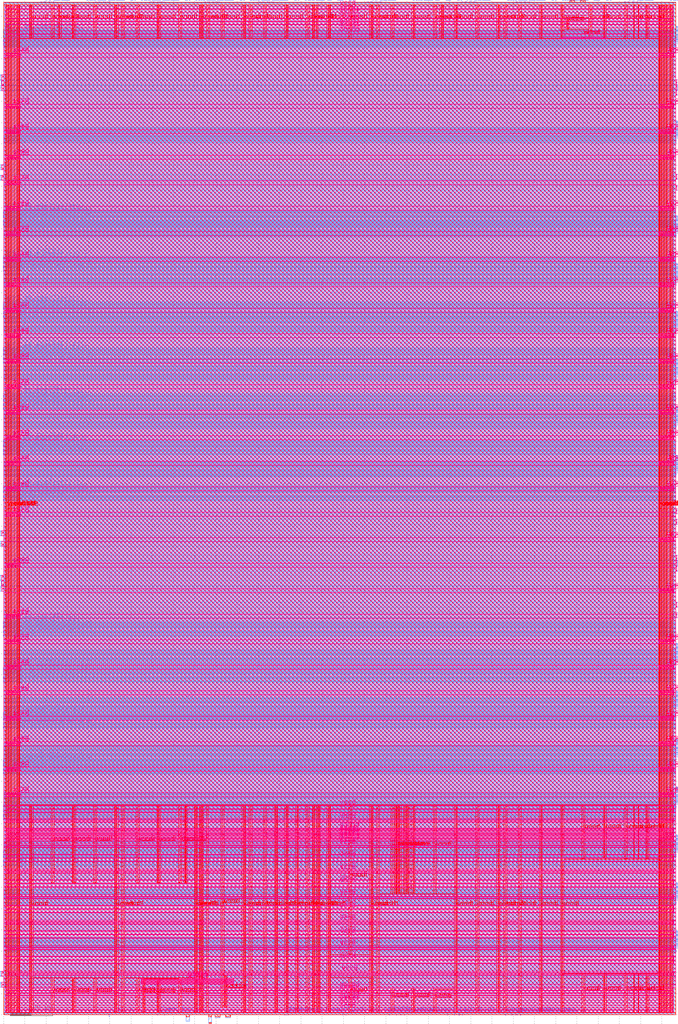
<source format=lef>
VERSION 5.7 ;
  NOWIREEXTENSIONATPIN ON ;
  DIVIDERCHAR "/" ;
  BUSBITCHARS "[]" ;
MACRO caravel_core
  CLASS BLOCK ;
  FOREIGN caravel_core ;
  ORIGIN 0.000 0.000 ;
  SIZE 3165.000 BY 4767.000 ;
  PIN clock_core
    DIRECTION INPUT ;
    USE SIGNAL ;
    PORT
      LAYER met2 ;
        RECT 725.135 -2.000 725.415 4.000 ;
    END
  END clock_core
  PIN flash_clk_frame
    DIRECTION OUTPUT TRISTATE ;
    USE SIGNAL ;
    PORT
      LAYER met2 ;
        RECT 1597.335 -2.000 1597.615 4.000 ;
    END
  END flash_clk_frame
  PIN flash_clk_oeb
    DIRECTION OUTPUT TRISTATE ;
    USE SIGNAL ;
    PORT
      LAYER met2 ;
        RECT 1612.975 -2.000 1613.255 4.000 ;
    END
  END flash_clk_oeb
  PIN flash_csb_frame
    DIRECTION OUTPUT TRISTATE ;
    USE SIGNAL ;
    PORT
      LAYER met2 ;
        RECT 1323.335 -2.000 1323.615 4.000 ;
    END
  END flash_csb_frame
  PIN flash_csb_oeb
    DIRECTION OUTPUT TRISTATE ;
    USE SIGNAL ;
    PORT
      LAYER met2 ;
        RECT 1338.975 -2.000 1339.255 4.000 ;
    END
  END flash_csb_oeb
  PIN flash_io0_di
    DIRECTION INPUT ;
    USE SIGNAL ;
    PORT
      LAYER met2 ;
        RECT 1816.135 -2.000 1816.415 4.000 ;
    END
  END flash_io0_di
  PIN flash_io0_do
    DIRECTION OUTPUT TRISTATE ;
    USE SIGNAL ;
    PORT
      LAYER met2 ;
        RECT 1871.335 -2.000 1871.615 4.000 ;
    END
  END flash_io0_do
  PIN flash_io0_ieb
    DIRECTION OUTPUT TRISTATE ;
    USE SIGNAL ;
    PORT
      LAYER met2 ;
        RECT 1849.715 -2.000 1849.995 4.000 ;
    END
  END flash_io0_ieb
  PIN flash_io0_oeb
    DIRECTION OUTPUT TRISTATE ;
    USE SIGNAL ;
    PORT
      LAYER met2 ;
        RECT 1886.975 -2.000 1887.255 4.000 ;
    END
  END flash_io0_oeb
  PIN flash_io1_di
    DIRECTION INPUT ;
    USE SIGNAL ;
    PORT
      LAYER met2 ;
        RECT 2090.135 -2.000 2090.415 4.000 ;
    END
  END flash_io1_di
  PIN flash_io1_do
    DIRECTION OUTPUT TRISTATE ;
    USE SIGNAL ;
    PORT
      LAYER met2 ;
        RECT 2145.335 -2.000 2145.615 4.000 ;
    END
  END flash_io1_do
  PIN flash_io1_ieb
    DIRECTION OUTPUT TRISTATE ;
    USE SIGNAL ;
    PORT
      LAYER met2 ;
        RECT 2123.715 -2.000 2123.995 4.000 ;
    END
  END flash_io1_ieb
  PIN flash_io1_oeb
    DIRECTION OUTPUT TRISTATE ;
    USE SIGNAL ;
    PORT
      LAYER met2 ;
        RECT 2160.975 -2.000 2161.255 4.000 ;
    END
  END flash_io1_oeb
  PIN gpio_in_core
    DIRECTION INPUT ;
    USE SIGNAL ;
    PORT
      LAYER met2 ;
        RECT 2364.135 -2.000 2364.415 4.000 ;
    END
  END gpio_in_core
  PIN gpio_inenb_core
    DIRECTION OUTPUT TRISTATE ;
    USE SIGNAL ;
    PORT
      LAYER met2 ;
        RECT 2397.715 -2.000 2397.995 4.000 ;
    END
  END gpio_inenb_core
  PIN gpio_mode0_core
    DIRECTION OUTPUT TRISTATE ;
    USE SIGNAL ;
    PORT
      LAYER met2 ;
        RECT 2391.735 -2.000 2392.015 4.000 ;
    END
  END gpio_mode0_core
  PIN gpio_mode1_core
    DIRECTION OUTPUT TRISTATE ;
    USE SIGNAL ;
    PORT
      LAYER met2 ;
        RECT 2413.355 -2.000 2413.635 4.000 ;
    END
  END gpio_mode1_core
  PIN gpio_out_core
    DIRECTION OUTPUT TRISTATE ;
    USE SIGNAL ;
    PORT
      LAYER met2 ;
        RECT 2419.335 -2.000 2419.615 4.000 ;
    END
  END gpio_out_core
  PIN gpio_outenb_core
    DIRECTION OUTPUT TRISTATE ;
    USE SIGNAL ;
    PORT
      LAYER met2 ;
        RECT 2434.975 -2.000 2435.255 4.000 ;
    END
  END gpio_outenb_core
  PIN mprj_analog_io[0]
    DIRECTION INOUT ;
    USE SIGNAL ;
    PORT
      LAYER met3 ;
        RECT 3161.000 2545.395 3167.185 2545.995 ;
    END
  END mprj_analog_io[0]
  PIN mprj_analog_io[10]
    DIRECTION INOUT ;
    USE SIGNAL ;
    PORT
      LAYER met2 ;
        RECT 2215.165 4763.000 2215.445 4768.935 ;
    END
  END mprj_analog_io[10]
  PIN mprj_analog_io[11]
    DIRECTION INOUT ;
    USE SIGNAL ;
    PORT
      LAYER met2 ;
        RECT 1770.165 4763.000 1770.445 4768.935 ;
    END
  END mprj_analog_io[11]
  PIN mprj_analog_io[12]
    DIRECTION INOUT ;
    USE SIGNAL ;
    PORT
      LAYER met2 ;
        RECT 1261.165 4763.000 1261.445 4768.935 ;
    END
  END mprj_analog_io[12]
  PIN mprj_analog_io[13]
    DIRECTION INOUT ;
    USE SIGNAL ;
    PORT
      LAYER met2 ;
        RECT 1003.165 4763.000 1003.445 4768.935 ;
    END
  END mprj_analog_io[13]
  PIN mprj_analog_io[14]
    DIRECTION INOUT ;
    USE SIGNAL ;
    PORT
      LAYER met2 ;
        RECT 746.165 4763.000 746.445 4768.935 ;
    END
  END mprj_analog_io[14]
  PIN mprj_analog_io[15]
    DIRECTION INOUT ;
    USE SIGNAL ;
    PORT
      LAYER met2 ;
        RECT 489.165 4763.000 489.445 4768.935 ;
    END
  END mprj_analog_io[15]
  PIN mprj_analog_io[16]
    DIRECTION INOUT ;
    USE SIGNAL ;
    PORT
      LAYER met2 ;
        RECT 232.165 4763.000 232.445 4768.935 ;
    END
  END mprj_analog_io[16]
  PIN mprj_analog_io[17]
    DIRECTION INOUT ;
    USE SIGNAL ;
    PORT
      LAYER met3 ;
        RECT -2.185 4623.005 4.000 4623.605 ;
    END
  END mprj_analog_io[17]
  PIN mprj_analog_io[18]
    DIRECTION INOUT ;
    USE SIGNAL ;
    PORT
      LAYER met3 ;
        RECT -2.185 3774.005 4.000 3774.605 ;
    END
  END mprj_analog_io[18]
  PIN mprj_analog_io[19]
    DIRECTION INOUT ;
    USE SIGNAL ;
    PORT
      LAYER met3 ;
        RECT -2.185 3558.005 4.000 3558.605 ;
    END
  END mprj_analog_io[19]
  PIN mprj_analog_io[1]
    DIRECTION INOUT ;
    USE SIGNAL ;
    PORT
      LAYER met3 ;
        RECT 3161.000 2771.395 3167.185 2771.995 ;
    END
  END mprj_analog_io[1]
  PIN mprj_analog_io[20]
    DIRECTION INOUT ;
    USE SIGNAL ;
    PORT
      LAYER met3 ;
        RECT -2.185 3342.005 4.000 3342.605 ;
    END
  END mprj_analog_io[20]
  PIN mprj_analog_io[21]
    DIRECTION INOUT ;
    USE SIGNAL ;
    PORT
      LAYER met3 ;
        RECT -2.185 3126.005 4.000 3126.605 ;
    END
  END mprj_analog_io[21]
  PIN mprj_analog_io[22]
    DIRECTION INOUT ;
    USE SIGNAL ;
    PORT
      LAYER met3 ;
        RECT -2.185 2910.005 4.000 2910.605 ;
    END
  END mprj_analog_io[22]
  PIN mprj_analog_io[23]
    DIRECTION INOUT ;
    USE SIGNAL ;
    PORT
      LAYER met3 ;
        RECT -2.185 2694.005 4.000 2694.605 ;
    END
  END mprj_analog_io[23]
  PIN mprj_analog_io[24]
    DIRECTION INOUT ;
    USE SIGNAL ;
    PORT
      LAYER met3 ;
        RECT -2.185 2478.005 4.000 2478.605 ;
    END
  END mprj_analog_io[24]
  PIN mprj_analog_io[25]
    DIRECTION INOUT ;
    USE SIGNAL ;
    PORT
      LAYER met3 ;
        RECT -2.185 1840.005 4.000 1840.605 ;
    END
  END mprj_analog_io[25]
  PIN mprj_analog_io[26]
    DIRECTION INOUT ;
    USE SIGNAL ;
    PORT
      LAYER met3 ;
        RECT -2.185 1624.005 4.000 1624.605 ;
    END
  END mprj_analog_io[26]
  PIN mprj_analog_io[27]
    DIRECTION INOUT ;
    USE SIGNAL ;
    PORT
      LAYER met3 ;
        RECT -2.185 1408.005 4.000 1408.605 ;
    END
  END mprj_analog_io[27]
  PIN mprj_analog_io[28]
    DIRECTION INOUT ;
    USE SIGNAL ;
    PORT
      LAYER met3 ;
        RECT -2.185 1192.005 4.000 1192.605 ;
    END
  END mprj_analog_io[28]
  PIN mprj_analog_io[2]
    DIRECTION INOUT ;
    USE SIGNAL ;
    PORT
      LAYER met3 ;
        RECT 3161.000 2996.395 3167.185 2996.995 ;
    END
  END mprj_analog_io[2]
  PIN mprj_analog_io[3]
    DIRECTION INOUT ;
    USE SIGNAL ;
    PORT
      LAYER met3 ;
        RECT 3161.000 3222.395 3167.185 3222.995 ;
    END
  END mprj_analog_io[3]
  PIN mprj_analog_io[4]
    DIRECTION INOUT ;
    USE SIGNAL ;
    PORT
      LAYER met3 ;
        RECT 3161.000 3447.395 3167.185 3447.995 ;
    END
  END mprj_analog_io[4]
  PIN mprj_analog_io[5]
    DIRECTION INOUT ;
    USE SIGNAL ;
    PORT
      LAYER met3 ;
        RECT 3161.000 3672.395 3167.185 3672.995 ;
    END
  END mprj_analog_io[5]
  PIN mprj_analog_io[6]
    DIRECTION INOUT ;
    USE SIGNAL ;
    PORT
      LAYER met3 ;
        RECT 3161.000 4118.395 3167.185 4118.995 ;
    END
  END mprj_analog_io[6]
  PIN mprj_analog_io[7]
    DIRECTION INOUT ;
    USE SIGNAL ;
    PORT
      LAYER met3 ;
        RECT 3161.000 4564.395 3167.185 4564.995 ;
    END
  END mprj_analog_io[7]
  PIN mprj_analog_io[8]
    DIRECTION INOUT ;
    USE SIGNAL ;
    PORT
      LAYER met2 ;
        RECT 2981.165 4763.000 2981.445 4768.935 ;
    END
  END mprj_analog_io[8]
  PIN mprj_analog_io[9]
    DIRECTION INOUT ;
    USE SIGNAL ;
    PORT
      LAYER met2 ;
        RECT 2472.165 4763.000 2472.445 4768.935 ;
    END
  END mprj_analog_io[9]
  PIN mprj_io_analog_en[0]
    DIRECTION OUTPUT TRISTATE ;
    USE SIGNAL ;
    PORT
      LAYER met3 ;
        RECT 3161.000 318.355 3167.185 318.955 ;
    END
  END mprj_io_analog_en[0]
  PIN mprj_io_analog_en[10]
    DIRECTION OUTPUT TRISTATE ;
    USE SIGNAL ;
    PORT
      LAYER met3 ;
        RECT 3161.000 3234.355 3167.185 3234.955 ;
    END
  END mprj_io_analog_en[10]
  PIN mprj_io_analog_en[11]
    DIRECTION OUTPUT TRISTATE ;
    USE SIGNAL ;
    PORT
      LAYER met3 ;
        RECT 3161.000 3459.355 3167.185 3459.955 ;
    END
  END mprj_io_analog_en[11]
  PIN mprj_io_analog_en[12]
    DIRECTION OUTPUT TRISTATE ;
    USE SIGNAL ;
    PORT
      LAYER met3 ;
        RECT 3161.000 3684.355 3167.185 3684.955 ;
    END
  END mprj_io_analog_en[12]
  PIN mprj_io_analog_en[13]
    DIRECTION OUTPUT TRISTATE ;
    USE SIGNAL ;
    PORT
      LAYER met3 ;
        RECT 3161.000 4130.355 3167.185 4130.955 ;
    END
  END mprj_io_analog_en[13]
  PIN mprj_io_analog_en[14]
    DIRECTION OUTPUT TRISTATE ;
    USE SIGNAL ;
    PORT
      LAYER met3 ;
        RECT 3161.000 4576.355 3167.185 4576.955 ;
    END
  END mprj_io_analog_en[14]
  PIN mprj_io_analog_en[15]
    DIRECTION OUTPUT TRISTATE ;
    USE SIGNAL ;
    PORT
      LAYER met2 ;
        RECT 2969.205 4763.000 2969.485 4768.935 ;
    END
  END mprj_io_analog_en[15]
  PIN mprj_io_analog_en[16]
    DIRECTION OUTPUT TRISTATE ;
    USE SIGNAL ;
    PORT
      LAYER met2 ;
        RECT 2460.205 4763.000 2460.485 4768.935 ;
    END
  END mprj_io_analog_en[16]
  PIN mprj_io_analog_en[17]
    DIRECTION OUTPUT TRISTATE ;
    USE SIGNAL ;
    PORT
      LAYER met2 ;
        RECT 2203.205 4763.000 2203.485 4768.935 ;
    END
  END mprj_io_analog_en[17]
  PIN mprj_io_analog_en[18]
    DIRECTION OUTPUT TRISTATE ;
    USE SIGNAL ;
    PORT
      LAYER met2 ;
        RECT 1758.205 4763.000 1758.485 4768.935 ;
    END
  END mprj_io_analog_en[18]
  PIN mprj_io_analog_en[19]
    DIRECTION OUTPUT TRISTATE ;
    USE SIGNAL ;
    PORT
      LAYER met2 ;
        RECT 1249.205 4763.000 1249.485 4768.935 ;
    END
  END mprj_io_analog_en[19]
  PIN mprj_io_analog_en[1]
    DIRECTION OUTPUT TRISTATE ;
    USE SIGNAL ;
    PORT
      LAYER met3 ;
        RECT 3161.000 544.355 3167.185 544.955 ;
    END
  END mprj_io_analog_en[1]
  PIN mprj_io_analog_en[20]
    DIRECTION OUTPUT TRISTATE ;
    USE SIGNAL ;
    PORT
      LAYER met2 ;
        RECT 991.205 4763.000 991.485 4768.935 ;
    END
  END mprj_io_analog_en[20]
  PIN mprj_io_analog_en[21]
    DIRECTION OUTPUT TRISTATE ;
    USE SIGNAL ;
    PORT
      LAYER met2 ;
        RECT 734.205 4763.000 734.485 4768.935 ;
    END
  END mprj_io_analog_en[21]
  PIN mprj_io_analog_en[22]
    DIRECTION OUTPUT TRISTATE ;
    USE SIGNAL ;
    PORT
      LAYER met2 ;
        RECT 477.205 4763.000 477.485 4768.935 ;
    END
  END mprj_io_analog_en[22]
  PIN mprj_io_analog_en[23]
    DIRECTION OUTPUT TRISTATE ;
    USE SIGNAL ;
    PORT
      LAYER met2 ;
        RECT 220.205 4763.000 220.485 4768.935 ;
    END
  END mprj_io_analog_en[23]
  PIN mprj_io_analog_en[24]
    DIRECTION OUTPUT TRISTATE ;
    USE SIGNAL ;
    PORT
      LAYER met3 ;
        RECT -2.185 4611.045 4.000 4611.645 ;
    END
  END mprj_io_analog_en[24]
  PIN mprj_io_analog_en[25]
    DIRECTION OUTPUT TRISTATE ;
    USE SIGNAL ;
    PORT
      LAYER met3 ;
        RECT -2.185 3762.045 4.000 3762.645 ;
    END
  END mprj_io_analog_en[25]
  PIN mprj_io_analog_en[26]
    DIRECTION OUTPUT TRISTATE ;
    USE SIGNAL ;
    PORT
      LAYER met3 ;
        RECT -2.185 3546.045 4.000 3546.645 ;
    END
  END mprj_io_analog_en[26]
  PIN mprj_io_analog_en[27]
    DIRECTION OUTPUT TRISTATE ;
    USE SIGNAL ;
    PORT
      LAYER met3 ;
        RECT -2.185 3330.045 4.000 3330.645 ;
    END
  END mprj_io_analog_en[27]
  PIN mprj_io_analog_en[28]
    DIRECTION OUTPUT TRISTATE ;
    USE SIGNAL ;
    PORT
      LAYER met3 ;
        RECT -2.185 3114.045 4.000 3114.645 ;
    END
  END mprj_io_analog_en[28]
  PIN mprj_io_analog_en[29]
    DIRECTION OUTPUT TRISTATE ;
    USE SIGNAL ;
    PORT
      LAYER met3 ;
        RECT -2.185 2898.045 4.000 2898.645 ;
    END
  END mprj_io_analog_en[29]
  PIN mprj_io_analog_en[2]
    DIRECTION OUTPUT TRISTATE ;
    USE SIGNAL ;
    PORT
      LAYER met3 ;
        RECT 3161.000 769.355 3167.185 769.955 ;
    END
  END mprj_io_analog_en[2]
  PIN mprj_io_analog_en[30]
    DIRECTION OUTPUT TRISTATE ;
    USE SIGNAL ;
    PORT
      LAYER met3 ;
        RECT -2.185 2682.045 4.000 2682.645 ;
    END
  END mprj_io_analog_en[30]
  PIN mprj_io_analog_en[31]
    DIRECTION OUTPUT TRISTATE ;
    USE SIGNAL ;
    PORT
      LAYER met3 ;
        RECT -2.185 2466.045 4.000 2466.645 ;
    END
  END mprj_io_analog_en[31]
  PIN mprj_io_analog_en[32]
    DIRECTION OUTPUT TRISTATE ;
    USE SIGNAL ;
    PORT
      LAYER met3 ;
        RECT -2.185 1828.045 4.000 1828.645 ;
    END
  END mprj_io_analog_en[32]
  PIN mprj_io_analog_en[33]
    DIRECTION OUTPUT TRISTATE ;
    USE SIGNAL ;
    PORT
      LAYER met3 ;
        RECT -2.185 1612.045 4.000 1612.645 ;
    END
  END mprj_io_analog_en[33]
  PIN mprj_io_analog_en[34]
    DIRECTION OUTPUT TRISTATE ;
    USE SIGNAL ;
    PORT
      LAYER met3 ;
        RECT -2.185 1396.045 4.000 1396.645 ;
    END
  END mprj_io_analog_en[34]
  PIN mprj_io_analog_en[35]
    DIRECTION OUTPUT TRISTATE ;
    USE SIGNAL ;
    PORT
      LAYER met3 ;
        RECT -2.185 1180.045 4.000 1180.645 ;
    END
  END mprj_io_analog_en[35]
  PIN mprj_io_analog_en[36]
    DIRECTION OUTPUT TRISTATE ;
    USE SIGNAL ;
    PORT
      LAYER met3 ;
        RECT -2.185 964.045 4.000 964.645 ;
    END
  END mprj_io_analog_en[36]
  PIN mprj_io_analog_en[37]
    DIRECTION OUTPUT TRISTATE ;
    USE SIGNAL ;
    PORT
      LAYER met3 ;
        RECT -2.185 748.045 4.000 748.645 ;
    END
  END mprj_io_analog_en[37]
  PIN mprj_io_analog_en[3]
    DIRECTION OUTPUT TRISTATE ;
    USE SIGNAL ;
    PORT
      LAYER met3 ;
        RECT 3161.000 995.355 3167.185 995.955 ;
    END
  END mprj_io_analog_en[3]
  PIN mprj_io_analog_en[4]
    DIRECTION OUTPUT TRISTATE ;
    USE SIGNAL ;
    PORT
      LAYER met3 ;
        RECT 3161.000 1220.355 3167.185 1220.955 ;
    END
  END mprj_io_analog_en[4]
  PIN mprj_io_analog_en[5]
    DIRECTION OUTPUT TRISTATE ;
    USE SIGNAL ;
    PORT
      LAYER met3 ;
        RECT 3161.000 1445.355 3167.185 1445.955 ;
    END
  END mprj_io_analog_en[5]
  PIN mprj_io_analog_en[6]
    DIRECTION OUTPUT TRISTATE ;
    USE SIGNAL ;
    PORT
      LAYER met3 ;
        RECT 3161.000 1671.355 3167.185 1671.955 ;
    END
  END mprj_io_analog_en[6]
  PIN mprj_io_analog_en[7]
    DIRECTION OUTPUT TRISTATE ;
    USE SIGNAL ;
    PORT
      LAYER met3 ;
        RECT 3161.000 2557.355 3167.185 2557.955 ;
    END
  END mprj_io_analog_en[7]
  PIN mprj_io_analog_en[8]
    DIRECTION OUTPUT TRISTATE ;
    USE SIGNAL ;
    PORT
      LAYER met3 ;
        RECT 3161.000 2783.355 3167.185 2783.955 ;
    END
  END mprj_io_analog_en[8]
  PIN mprj_io_analog_en[9]
    DIRECTION OUTPUT TRISTATE ;
    USE SIGNAL ;
    PORT
      LAYER met3 ;
        RECT 3161.000 3008.355 3167.185 3008.955 ;
    END
  END mprj_io_analog_en[9]
  PIN mprj_io_analog_pol[0]
    DIRECTION OUTPUT TRISTATE ;
    USE SIGNAL ;
    PORT
      LAYER met3 ;
        RECT 3161.000 324.795 3167.185 325.395 ;
    END
  END mprj_io_analog_pol[0]
  PIN mprj_io_analog_pol[10]
    DIRECTION OUTPUT TRISTATE ;
    USE SIGNAL ;
    PORT
      LAYER met3 ;
        RECT 3161.000 3240.795 3167.185 3241.395 ;
    END
  END mprj_io_analog_pol[10]
  PIN mprj_io_analog_pol[11]
    DIRECTION OUTPUT TRISTATE ;
    USE SIGNAL ;
    PORT
      LAYER met3 ;
        RECT 3161.000 3465.795 3167.185 3466.395 ;
    END
  END mprj_io_analog_pol[11]
  PIN mprj_io_analog_pol[12]
    DIRECTION OUTPUT TRISTATE ;
    USE SIGNAL ;
    PORT
      LAYER met3 ;
        RECT 3161.000 3690.795 3167.185 3691.395 ;
    END
  END mprj_io_analog_pol[12]
  PIN mprj_io_analog_pol[13]
    DIRECTION OUTPUT TRISTATE ;
    USE SIGNAL ;
    PORT
      LAYER met3 ;
        RECT 3161.000 4136.795 3167.185 4137.395 ;
    END
  END mprj_io_analog_pol[13]
  PIN mprj_io_analog_pol[14]
    DIRECTION OUTPUT TRISTATE ;
    USE SIGNAL ;
    PORT
      LAYER met3 ;
        RECT 3161.000 4582.795 3167.185 4583.395 ;
    END
  END mprj_io_analog_pol[14]
  PIN mprj_io_analog_pol[15]
    DIRECTION OUTPUT TRISTATE ;
    USE SIGNAL ;
    PORT
      LAYER met2 ;
        RECT 2962.765 4763.000 2963.045 4768.935 ;
    END
  END mprj_io_analog_pol[15]
  PIN mprj_io_analog_pol[16]
    DIRECTION OUTPUT TRISTATE ;
    USE SIGNAL ;
    PORT
      LAYER met2 ;
        RECT 2453.765 4763.000 2454.045 4768.935 ;
    END
  END mprj_io_analog_pol[16]
  PIN mprj_io_analog_pol[17]
    DIRECTION OUTPUT TRISTATE ;
    USE SIGNAL ;
    PORT
      LAYER met2 ;
        RECT 2196.765 4763.000 2197.045 4768.935 ;
    END
  END mprj_io_analog_pol[17]
  PIN mprj_io_analog_pol[18]
    DIRECTION OUTPUT TRISTATE ;
    USE SIGNAL ;
    PORT
      LAYER met2 ;
        RECT 1751.765 4763.000 1752.045 4768.935 ;
    END
  END mprj_io_analog_pol[18]
  PIN mprj_io_analog_pol[19]
    DIRECTION OUTPUT TRISTATE ;
    USE SIGNAL ;
    PORT
      LAYER met2 ;
        RECT 1242.765 4763.000 1243.045 4768.935 ;
    END
  END mprj_io_analog_pol[19]
  PIN mprj_io_analog_pol[1]
    DIRECTION OUTPUT TRISTATE ;
    USE SIGNAL ;
    PORT
      LAYER met3 ;
        RECT 3161.000 550.795 3167.185 551.395 ;
    END
  END mprj_io_analog_pol[1]
  PIN mprj_io_analog_pol[20]
    DIRECTION OUTPUT TRISTATE ;
    USE SIGNAL ;
    PORT
      LAYER met2 ;
        RECT 984.765 4763.000 985.045 4768.935 ;
    END
  END mprj_io_analog_pol[20]
  PIN mprj_io_analog_pol[21]
    DIRECTION OUTPUT TRISTATE ;
    USE SIGNAL ;
    PORT
      LAYER met2 ;
        RECT 727.765 4763.000 728.045 4768.935 ;
    END
  END mprj_io_analog_pol[21]
  PIN mprj_io_analog_pol[22]
    DIRECTION OUTPUT TRISTATE ;
    USE SIGNAL ;
    PORT
      LAYER met2 ;
        RECT 470.765 4763.000 471.045 4768.935 ;
    END
  END mprj_io_analog_pol[22]
  PIN mprj_io_analog_pol[23]
    DIRECTION OUTPUT TRISTATE ;
    USE SIGNAL ;
    PORT
      LAYER met2 ;
        RECT 213.765 4763.000 214.045 4768.935 ;
    END
  END mprj_io_analog_pol[23]
  PIN mprj_io_analog_pol[24]
    DIRECTION OUTPUT TRISTATE ;
    USE SIGNAL ;
    PORT
      LAYER met3 ;
        RECT -2.185 4604.605 4.000 4605.205 ;
    END
  END mprj_io_analog_pol[24]
  PIN mprj_io_analog_pol[25]
    DIRECTION OUTPUT TRISTATE ;
    USE SIGNAL ;
    PORT
      LAYER met3 ;
        RECT -2.185 3755.605 4.000 3756.205 ;
    END
  END mprj_io_analog_pol[25]
  PIN mprj_io_analog_pol[26]
    DIRECTION OUTPUT TRISTATE ;
    USE SIGNAL ;
    PORT
      LAYER met3 ;
        RECT -2.185 3539.605 4.000 3540.205 ;
    END
  END mprj_io_analog_pol[26]
  PIN mprj_io_analog_pol[27]
    DIRECTION OUTPUT TRISTATE ;
    USE SIGNAL ;
    PORT
      LAYER met3 ;
        RECT -2.185 3323.605 4.000 3324.205 ;
    END
  END mprj_io_analog_pol[27]
  PIN mprj_io_analog_pol[28]
    DIRECTION OUTPUT TRISTATE ;
    USE SIGNAL ;
    PORT
      LAYER met3 ;
        RECT -2.185 3107.605 4.000 3108.205 ;
    END
  END mprj_io_analog_pol[28]
  PIN mprj_io_analog_pol[29]
    DIRECTION OUTPUT TRISTATE ;
    USE SIGNAL ;
    PORT
      LAYER met3 ;
        RECT -2.185 2891.605 4.000 2892.205 ;
    END
  END mprj_io_analog_pol[29]
  PIN mprj_io_analog_pol[2]
    DIRECTION OUTPUT TRISTATE ;
    USE SIGNAL ;
    PORT
      LAYER met3 ;
        RECT 3161.000 775.795 3167.185 776.395 ;
    END
  END mprj_io_analog_pol[2]
  PIN mprj_io_analog_pol[30]
    DIRECTION OUTPUT TRISTATE ;
    USE SIGNAL ;
    PORT
      LAYER met3 ;
        RECT -2.185 2675.605 4.000 2676.205 ;
    END
  END mprj_io_analog_pol[30]
  PIN mprj_io_analog_pol[31]
    DIRECTION OUTPUT TRISTATE ;
    USE SIGNAL ;
    PORT
      LAYER met3 ;
        RECT -2.185 2459.605 4.000 2460.205 ;
    END
  END mprj_io_analog_pol[31]
  PIN mprj_io_analog_pol[32]
    DIRECTION OUTPUT TRISTATE ;
    USE SIGNAL ;
    PORT
      LAYER met3 ;
        RECT -2.185 1821.605 4.000 1822.205 ;
    END
  END mprj_io_analog_pol[32]
  PIN mprj_io_analog_pol[33]
    DIRECTION OUTPUT TRISTATE ;
    USE SIGNAL ;
    PORT
      LAYER met3 ;
        RECT -2.185 1605.605 4.000 1606.205 ;
    END
  END mprj_io_analog_pol[33]
  PIN mprj_io_analog_pol[34]
    DIRECTION OUTPUT TRISTATE ;
    USE SIGNAL ;
    PORT
      LAYER met3 ;
        RECT -2.185 1389.605 4.000 1390.205 ;
    END
  END mprj_io_analog_pol[34]
  PIN mprj_io_analog_pol[35]
    DIRECTION OUTPUT TRISTATE ;
    USE SIGNAL ;
    PORT
      LAYER met3 ;
        RECT -2.185 1173.605 4.000 1174.205 ;
    END
  END mprj_io_analog_pol[35]
  PIN mprj_io_analog_pol[36]
    DIRECTION OUTPUT TRISTATE ;
    USE SIGNAL ;
    PORT
      LAYER met3 ;
        RECT -2.185 957.605 4.000 958.205 ;
    END
  END mprj_io_analog_pol[36]
  PIN mprj_io_analog_pol[37]
    DIRECTION OUTPUT TRISTATE ;
    USE SIGNAL ;
    PORT
      LAYER met3 ;
        RECT -2.185 741.605 4.000 742.205 ;
    END
  END mprj_io_analog_pol[37]
  PIN mprj_io_analog_pol[3]
    DIRECTION OUTPUT TRISTATE ;
    USE SIGNAL ;
    PORT
      LAYER met3 ;
        RECT 3161.000 1001.795 3167.185 1002.395 ;
    END
  END mprj_io_analog_pol[3]
  PIN mprj_io_analog_pol[4]
    DIRECTION OUTPUT TRISTATE ;
    USE SIGNAL ;
    PORT
      LAYER met3 ;
        RECT 3161.000 1226.795 3167.185 1227.395 ;
    END
  END mprj_io_analog_pol[4]
  PIN mprj_io_analog_pol[5]
    DIRECTION OUTPUT TRISTATE ;
    USE SIGNAL ;
    PORT
      LAYER met3 ;
        RECT 3161.000 1451.795 3167.185 1452.395 ;
    END
  END mprj_io_analog_pol[5]
  PIN mprj_io_analog_pol[6]
    DIRECTION OUTPUT TRISTATE ;
    USE SIGNAL ;
    PORT
      LAYER met3 ;
        RECT 3161.000 1677.795 3167.185 1678.395 ;
    END
  END mprj_io_analog_pol[6]
  PIN mprj_io_analog_pol[7]
    DIRECTION OUTPUT TRISTATE ;
    USE SIGNAL ;
    PORT
      LAYER met3 ;
        RECT 3161.000 2563.795 3167.185 2564.395 ;
    END
  END mprj_io_analog_pol[7]
  PIN mprj_io_analog_pol[8]
    DIRECTION OUTPUT TRISTATE ;
    USE SIGNAL ;
    PORT
      LAYER met3 ;
        RECT 3161.000 2789.795 3167.185 2790.395 ;
    END
  END mprj_io_analog_pol[8]
  PIN mprj_io_analog_pol[9]
    DIRECTION OUTPUT TRISTATE ;
    USE SIGNAL ;
    PORT
      LAYER met3 ;
        RECT 3161.000 3014.795 3167.185 3015.395 ;
    END
  END mprj_io_analog_pol[9]
  PIN mprj_io_analog_sel[0]
    DIRECTION OUTPUT TRISTATE ;
    USE SIGNAL ;
    PORT
      LAYER met3 ;
        RECT 3161.000 339.975 3167.185 340.575 ;
    END
  END mprj_io_analog_sel[0]
  PIN mprj_io_analog_sel[10]
    DIRECTION OUTPUT TRISTATE ;
    USE SIGNAL ;
    PORT
      LAYER met3 ;
        RECT 3161.000 3255.975 3167.185 3256.575 ;
    END
  END mprj_io_analog_sel[10]
  PIN mprj_io_analog_sel[11]
    DIRECTION OUTPUT TRISTATE ;
    USE SIGNAL ;
    PORT
      LAYER met3 ;
        RECT 3161.000 3480.975 3167.185 3481.575 ;
    END
  END mprj_io_analog_sel[11]
  PIN mprj_io_analog_sel[12]
    DIRECTION OUTPUT TRISTATE ;
    USE SIGNAL ;
    PORT
      LAYER met3 ;
        RECT 3161.000 3705.975 3167.185 3706.575 ;
    END
  END mprj_io_analog_sel[12]
  PIN mprj_io_analog_sel[13]
    DIRECTION OUTPUT TRISTATE ;
    USE SIGNAL ;
    PORT
      LAYER met3 ;
        RECT 3161.000 4151.975 3167.185 4152.575 ;
    END
  END mprj_io_analog_sel[13]
  PIN mprj_io_analog_sel[14]
    DIRECTION OUTPUT TRISTATE ;
    USE SIGNAL ;
    PORT
      LAYER met3 ;
        RECT 3161.000 4597.975 3167.185 4598.575 ;
    END
  END mprj_io_analog_sel[14]
  PIN mprj_io_analog_sel[15]
    DIRECTION OUTPUT TRISTATE ;
    USE SIGNAL ;
    PORT
      LAYER met2 ;
        RECT 2947.585 4763.000 2947.865 4768.935 ;
    END
  END mprj_io_analog_sel[15]
  PIN mprj_io_analog_sel[16]
    DIRECTION OUTPUT TRISTATE ;
    USE SIGNAL ;
    PORT
      LAYER met2 ;
        RECT 2438.585 4763.000 2438.865 4768.935 ;
    END
  END mprj_io_analog_sel[16]
  PIN mprj_io_analog_sel[17]
    DIRECTION OUTPUT TRISTATE ;
    USE SIGNAL ;
    PORT
      LAYER met2 ;
        RECT 2181.585 4763.000 2181.865 4768.935 ;
    END
  END mprj_io_analog_sel[17]
  PIN mprj_io_analog_sel[18]
    DIRECTION OUTPUT TRISTATE ;
    USE SIGNAL ;
    PORT
      LAYER met2 ;
        RECT 1736.585 4763.000 1736.865 4768.935 ;
    END
  END mprj_io_analog_sel[18]
  PIN mprj_io_analog_sel[19]
    DIRECTION OUTPUT TRISTATE ;
    USE SIGNAL ;
    PORT
      LAYER met2 ;
        RECT 1227.585 4763.000 1227.865 4768.935 ;
    END
  END mprj_io_analog_sel[19]
  PIN mprj_io_analog_sel[1]
    DIRECTION OUTPUT TRISTATE ;
    USE SIGNAL ;
    PORT
      LAYER met3 ;
        RECT 3161.000 565.975 3167.185 566.575 ;
    END
  END mprj_io_analog_sel[1]
  PIN mprj_io_analog_sel[20]
    DIRECTION OUTPUT TRISTATE ;
    USE SIGNAL ;
    PORT
      LAYER met2 ;
        RECT 969.585 4763.000 969.865 4768.935 ;
    END
  END mprj_io_analog_sel[20]
  PIN mprj_io_analog_sel[21]
    DIRECTION OUTPUT TRISTATE ;
    USE SIGNAL ;
    PORT
      LAYER met2 ;
        RECT 712.585 4763.000 712.865 4768.935 ;
    END
  END mprj_io_analog_sel[21]
  PIN mprj_io_analog_sel[22]
    DIRECTION OUTPUT TRISTATE ;
    USE SIGNAL ;
    PORT
      LAYER met2 ;
        RECT 455.585 4763.000 455.865 4768.935 ;
    END
  END mprj_io_analog_sel[22]
  PIN mprj_io_analog_sel[23]
    DIRECTION OUTPUT TRISTATE ;
    USE SIGNAL ;
    PORT
      LAYER met2 ;
        RECT 198.585 4763.000 198.865 4768.935 ;
    END
  END mprj_io_analog_sel[23]
  PIN mprj_io_analog_sel[24]
    DIRECTION OUTPUT TRISTATE ;
    USE SIGNAL ;
    PORT
      LAYER met3 ;
        RECT -2.185 4589.425 4.000 4590.025 ;
    END
  END mprj_io_analog_sel[24]
  PIN mprj_io_analog_sel[25]
    DIRECTION OUTPUT TRISTATE ;
    USE SIGNAL ;
    PORT
      LAYER met3 ;
        RECT -2.185 3740.425 4.000 3741.025 ;
    END
  END mprj_io_analog_sel[25]
  PIN mprj_io_analog_sel[26]
    DIRECTION OUTPUT TRISTATE ;
    USE SIGNAL ;
    PORT
      LAYER met3 ;
        RECT -2.185 3524.425 4.000 3525.025 ;
    END
  END mprj_io_analog_sel[26]
  PIN mprj_io_analog_sel[27]
    DIRECTION OUTPUT TRISTATE ;
    USE SIGNAL ;
    PORT
      LAYER met3 ;
        RECT -2.185 3308.425 4.000 3309.025 ;
    END
  END mprj_io_analog_sel[27]
  PIN mprj_io_analog_sel[28]
    DIRECTION OUTPUT TRISTATE ;
    USE SIGNAL ;
    PORT
      LAYER met3 ;
        RECT -2.185 3092.425 4.000 3093.025 ;
    END
  END mprj_io_analog_sel[28]
  PIN mprj_io_analog_sel[29]
    DIRECTION OUTPUT TRISTATE ;
    USE SIGNAL ;
    PORT
      LAYER met3 ;
        RECT -2.185 2876.425 4.000 2877.025 ;
    END
  END mprj_io_analog_sel[29]
  PIN mprj_io_analog_sel[2]
    DIRECTION OUTPUT TRISTATE ;
    USE SIGNAL ;
    PORT
      LAYER met3 ;
        RECT 3161.000 790.975 3167.185 791.575 ;
    END
  END mprj_io_analog_sel[2]
  PIN mprj_io_analog_sel[30]
    DIRECTION OUTPUT TRISTATE ;
    USE SIGNAL ;
    PORT
      LAYER met3 ;
        RECT -2.185 2660.425 4.000 2661.025 ;
    END
  END mprj_io_analog_sel[30]
  PIN mprj_io_analog_sel[31]
    DIRECTION OUTPUT TRISTATE ;
    USE SIGNAL ;
    PORT
      LAYER met3 ;
        RECT -2.185 2444.425 4.000 2445.025 ;
    END
  END mprj_io_analog_sel[31]
  PIN mprj_io_analog_sel[32]
    DIRECTION OUTPUT TRISTATE ;
    USE SIGNAL ;
    PORT
      LAYER met3 ;
        RECT -2.185 1806.425 4.000 1807.025 ;
    END
  END mprj_io_analog_sel[32]
  PIN mprj_io_analog_sel[33]
    DIRECTION OUTPUT TRISTATE ;
    USE SIGNAL ;
    PORT
      LAYER met3 ;
        RECT -2.185 1590.425 4.000 1591.025 ;
    END
  END mprj_io_analog_sel[33]
  PIN mprj_io_analog_sel[34]
    DIRECTION OUTPUT TRISTATE ;
    USE SIGNAL ;
    PORT
      LAYER met3 ;
        RECT -2.185 1374.425 4.000 1375.025 ;
    END
  END mprj_io_analog_sel[34]
  PIN mprj_io_analog_sel[35]
    DIRECTION OUTPUT TRISTATE ;
    USE SIGNAL ;
    PORT
      LAYER met3 ;
        RECT -2.185 1158.425 4.000 1159.025 ;
    END
  END mprj_io_analog_sel[35]
  PIN mprj_io_analog_sel[36]
    DIRECTION OUTPUT TRISTATE ;
    USE SIGNAL ;
    PORT
      LAYER met3 ;
        RECT -2.185 942.425 4.000 943.025 ;
    END
  END mprj_io_analog_sel[36]
  PIN mprj_io_analog_sel[37]
    DIRECTION OUTPUT TRISTATE ;
    USE SIGNAL ;
    PORT
      LAYER met3 ;
        RECT -2.185 726.425 4.000 727.025 ;
    END
  END mprj_io_analog_sel[37]
  PIN mprj_io_analog_sel[3]
    DIRECTION OUTPUT TRISTATE ;
    USE SIGNAL ;
    PORT
      LAYER met3 ;
        RECT 3161.000 1016.975 3167.185 1017.575 ;
    END
  END mprj_io_analog_sel[3]
  PIN mprj_io_analog_sel[4]
    DIRECTION OUTPUT TRISTATE ;
    USE SIGNAL ;
    PORT
      LAYER met3 ;
        RECT 3161.000 1241.975 3167.185 1242.575 ;
    END
  END mprj_io_analog_sel[4]
  PIN mprj_io_analog_sel[5]
    DIRECTION OUTPUT TRISTATE ;
    USE SIGNAL ;
    PORT
      LAYER met3 ;
        RECT 3161.000 1466.975 3167.185 1467.575 ;
    END
  END mprj_io_analog_sel[5]
  PIN mprj_io_analog_sel[6]
    DIRECTION OUTPUT TRISTATE ;
    USE SIGNAL ;
    PORT
      LAYER met3 ;
        RECT 3161.000 1692.975 3167.185 1693.575 ;
    END
  END mprj_io_analog_sel[6]
  PIN mprj_io_analog_sel[7]
    DIRECTION OUTPUT TRISTATE ;
    USE SIGNAL ;
    PORT
      LAYER met3 ;
        RECT 3161.000 2578.975 3167.185 2579.575 ;
    END
  END mprj_io_analog_sel[7]
  PIN mprj_io_analog_sel[8]
    DIRECTION OUTPUT TRISTATE ;
    USE SIGNAL ;
    PORT
      LAYER met3 ;
        RECT 3161.000 2804.975 3167.185 2805.575 ;
    END
  END mprj_io_analog_sel[8]
  PIN mprj_io_analog_sel[9]
    DIRECTION OUTPUT TRISTATE ;
    USE SIGNAL ;
    PORT
      LAYER met3 ;
        RECT 3161.000 3029.975 3167.185 3030.575 ;
    END
  END mprj_io_analog_sel[9]
  PIN mprj_io_dm[0]
    DIRECTION OUTPUT TRISTATE ;
    USE SIGNAL ;
    PORT
      LAYER met3 ;
        RECT 3161.000 321.575 3167.185 322.175 ;
    END
  END mprj_io_dm[0]
  PIN mprj_io_dm[100]
    DIRECTION OUTPUT TRISTATE ;
    USE SIGNAL ;
    PORT
      LAYER met3 ;
        RECT -2.185 1618.025 4.000 1618.625 ;
    END
  END mprj_io_dm[100]
  PIN mprj_io_dm[101]
    DIRECTION OUTPUT TRISTATE ;
    USE SIGNAL ;
    PORT
      LAYER met3 ;
        RECT -2.185 1587.205 4.000 1587.805 ;
    END
  END mprj_io_dm[101]
  PIN mprj_io_dm[102]
    DIRECTION OUTPUT TRISTATE ;
    USE SIGNAL ;
    PORT
      LAYER met3 ;
        RECT -2.185 1392.825 4.000 1393.425 ;
    END
  END mprj_io_dm[102]
  PIN mprj_io_dm[103]
    DIRECTION OUTPUT TRISTATE ;
    USE SIGNAL ;
    PORT
      LAYER met3 ;
        RECT -2.185 1402.025 4.000 1402.625 ;
    END
  END mprj_io_dm[103]
  PIN mprj_io_dm[104]
    DIRECTION OUTPUT TRISTATE ;
    USE SIGNAL ;
    PORT
      LAYER met3 ;
        RECT -2.185 1371.205 4.000 1371.805 ;
    END
  END mprj_io_dm[104]
  PIN mprj_io_dm[105]
    DIRECTION OUTPUT TRISTATE ;
    USE SIGNAL ;
    PORT
      LAYER met3 ;
        RECT -2.185 1176.825 4.000 1177.425 ;
    END
  END mprj_io_dm[105]
  PIN mprj_io_dm[106]
    DIRECTION OUTPUT TRISTATE ;
    USE SIGNAL ;
    PORT
      LAYER met3 ;
        RECT -2.185 1186.025 4.000 1186.625 ;
    END
  END mprj_io_dm[106]
  PIN mprj_io_dm[107]
    DIRECTION OUTPUT TRISTATE ;
    USE SIGNAL ;
    PORT
      LAYER met3 ;
        RECT -2.185 1155.205 4.000 1155.805 ;
    END
  END mprj_io_dm[107]
  PIN mprj_io_dm[108]
    DIRECTION OUTPUT TRISTATE ;
    USE SIGNAL ;
    PORT
      LAYER met3 ;
        RECT -2.185 960.825 4.000 961.425 ;
    END
  END mprj_io_dm[108]
  PIN mprj_io_dm[109]
    DIRECTION OUTPUT TRISTATE ;
    USE SIGNAL ;
    PORT
      LAYER met3 ;
        RECT -2.185 970.025 4.000 970.625 ;
    END
  END mprj_io_dm[109]
  PIN mprj_io_dm[10]
    DIRECTION OUTPUT TRISTATE ;
    USE SIGNAL ;
    PORT
      LAYER met3 ;
        RECT 3161.000 989.375 3167.185 989.975 ;
    END
  END mprj_io_dm[10]
  PIN mprj_io_dm[110]
    DIRECTION OUTPUT TRISTATE ;
    USE SIGNAL ;
    PORT
      LAYER met3 ;
        RECT -2.185 939.205 4.000 939.805 ;
    END
  END mprj_io_dm[110]
  PIN mprj_io_dm[111]
    DIRECTION OUTPUT TRISTATE ;
    USE SIGNAL ;
    PORT
      LAYER met3 ;
        RECT -2.185 744.825 4.000 745.425 ;
    END
  END mprj_io_dm[111]
  PIN mprj_io_dm[112]
    DIRECTION OUTPUT TRISTATE ;
    USE SIGNAL ;
    PORT
      LAYER met3 ;
        RECT -2.185 754.025 4.000 754.625 ;
    END
  END mprj_io_dm[112]
  PIN mprj_io_dm[113]
    DIRECTION OUTPUT TRISTATE ;
    USE SIGNAL ;
    PORT
      LAYER met3 ;
        RECT -2.185 723.205 4.000 723.805 ;
    END
  END mprj_io_dm[113]
  PIN mprj_io_dm[11]
    DIRECTION OUTPUT TRISTATE ;
    USE SIGNAL ;
    PORT
      LAYER met3 ;
        RECT 3161.000 1020.195 3167.185 1020.795 ;
    END
  END mprj_io_dm[11]
  PIN mprj_io_dm[12]
    DIRECTION OUTPUT TRISTATE ;
    USE SIGNAL ;
    PORT
      LAYER met3 ;
        RECT 3161.000 1223.575 3167.185 1224.175 ;
    END
  END mprj_io_dm[12]
  PIN mprj_io_dm[13]
    DIRECTION OUTPUT TRISTATE ;
    USE SIGNAL ;
    PORT
      LAYER met3 ;
        RECT 3161.000 1214.375 3167.185 1214.975 ;
    END
  END mprj_io_dm[13]
  PIN mprj_io_dm[14]
    DIRECTION OUTPUT TRISTATE ;
    USE SIGNAL ;
    PORT
      LAYER met3 ;
        RECT 3161.000 1245.195 3167.185 1245.795 ;
    END
  END mprj_io_dm[14]
  PIN mprj_io_dm[15]
    DIRECTION OUTPUT TRISTATE ;
    USE SIGNAL ;
    PORT
      LAYER met3 ;
        RECT 3161.000 1448.575 3167.185 1449.175 ;
    END
  END mprj_io_dm[15]
  PIN mprj_io_dm[16]
    DIRECTION OUTPUT TRISTATE ;
    USE SIGNAL ;
    PORT
      LAYER met3 ;
        RECT 3161.000 1439.375 3167.185 1439.975 ;
    END
  END mprj_io_dm[16]
  PIN mprj_io_dm[17]
    DIRECTION OUTPUT TRISTATE ;
    USE SIGNAL ;
    PORT
      LAYER met3 ;
        RECT 3161.000 1470.195 3167.185 1470.795 ;
    END
  END mprj_io_dm[17]
  PIN mprj_io_dm[18]
    DIRECTION OUTPUT TRISTATE ;
    USE SIGNAL ;
    PORT
      LAYER met3 ;
        RECT 3161.000 1674.575 3167.185 1675.175 ;
    END
  END mprj_io_dm[18]
  PIN mprj_io_dm[19]
    DIRECTION OUTPUT TRISTATE ;
    USE SIGNAL ;
    PORT
      LAYER met3 ;
        RECT 3161.000 1665.375 3167.185 1665.975 ;
    END
  END mprj_io_dm[19]
  PIN mprj_io_dm[1]
    DIRECTION OUTPUT TRISTATE ;
    USE SIGNAL ;
    PORT
      LAYER met3 ;
        RECT 3161.000 312.375 3167.185 312.975 ;
    END
  END mprj_io_dm[1]
  PIN mprj_io_dm[20]
    DIRECTION OUTPUT TRISTATE ;
    USE SIGNAL ;
    PORT
      LAYER met3 ;
        RECT 3161.000 1696.195 3167.185 1696.795 ;
    END
  END mprj_io_dm[20]
  PIN mprj_io_dm[21]
    DIRECTION OUTPUT TRISTATE ;
    USE SIGNAL ;
    PORT
      LAYER met3 ;
        RECT 3161.000 2560.575 3167.185 2561.175 ;
    END
  END mprj_io_dm[21]
  PIN mprj_io_dm[22]
    DIRECTION OUTPUT TRISTATE ;
    USE SIGNAL ;
    PORT
      LAYER met3 ;
        RECT 3161.000 2551.375 3167.185 2551.975 ;
    END
  END mprj_io_dm[22]
  PIN mprj_io_dm[23]
    DIRECTION OUTPUT TRISTATE ;
    USE SIGNAL ;
    PORT
      LAYER met3 ;
        RECT 3161.000 2582.195 3167.185 2582.795 ;
    END
  END mprj_io_dm[23]
  PIN mprj_io_dm[24]
    DIRECTION OUTPUT TRISTATE ;
    USE SIGNAL ;
    PORT
      LAYER met3 ;
        RECT 3161.000 2786.575 3167.185 2787.175 ;
    END
  END mprj_io_dm[24]
  PIN mprj_io_dm[25]
    DIRECTION OUTPUT TRISTATE ;
    USE SIGNAL ;
    PORT
      LAYER met3 ;
        RECT 3161.000 2777.375 3167.185 2777.975 ;
    END
  END mprj_io_dm[25]
  PIN mprj_io_dm[26]
    DIRECTION OUTPUT TRISTATE ;
    USE SIGNAL ;
    PORT
      LAYER met3 ;
        RECT 3161.000 2808.195 3167.185 2808.795 ;
    END
  END mprj_io_dm[26]
  PIN mprj_io_dm[27]
    DIRECTION OUTPUT TRISTATE ;
    USE SIGNAL ;
    PORT
      LAYER met3 ;
        RECT 3161.000 3011.575 3167.185 3012.175 ;
    END
  END mprj_io_dm[27]
  PIN mprj_io_dm[28]
    DIRECTION OUTPUT TRISTATE ;
    USE SIGNAL ;
    PORT
      LAYER met3 ;
        RECT 3161.000 3002.375 3167.185 3002.975 ;
    END
  END mprj_io_dm[28]
  PIN mprj_io_dm[29]
    DIRECTION OUTPUT TRISTATE ;
    USE SIGNAL ;
    PORT
      LAYER met3 ;
        RECT 3161.000 3033.195 3167.185 3033.795 ;
    END
  END mprj_io_dm[29]
  PIN mprj_io_dm[2]
    DIRECTION OUTPUT TRISTATE ;
    USE SIGNAL ;
    PORT
      LAYER met3 ;
        RECT 3161.000 343.195 3167.185 343.795 ;
    END
  END mprj_io_dm[2]
  PIN mprj_io_dm[30]
    DIRECTION OUTPUT TRISTATE ;
    USE SIGNAL ;
    PORT
      LAYER met3 ;
        RECT 3161.000 3237.575 3167.185 3238.175 ;
    END
  END mprj_io_dm[30]
  PIN mprj_io_dm[31]
    DIRECTION OUTPUT TRISTATE ;
    USE SIGNAL ;
    PORT
      LAYER met3 ;
        RECT 3161.000 3228.375 3167.185 3228.975 ;
    END
  END mprj_io_dm[31]
  PIN mprj_io_dm[32]
    DIRECTION OUTPUT TRISTATE ;
    USE SIGNAL ;
    PORT
      LAYER met3 ;
        RECT 3161.000 3259.195 3167.185 3259.795 ;
    END
  END mprj_io_dm[32]
  PIN mprj_io_dm[33]
    DIRECTION OUTPUT TRISTATE ;
    USE SIGNAL ;
    PORT
      LAYER met3 ;
        RECT 3161.000 3462.575 3167.185 3463.175 ;
    END
  END mprj_io_dm[33]
  PIN mprj_io_dm[34]
    DIRECTION OUTPUT TRISTATE ;
    USE SIGNAL ;
    PORT
      LAYER met3 ;
        RECT 3161.000 3453.375 3167.185 3453.975 ;
    END
  END mprj_io_dm[34]
  PIN mprj_io_dm[35]
    DIRECTION OUTPUT TRISTATE ;
    USE SIGNAL ;
    PORT
      LAYER met3 ;
        RECT 3161.000 3484.195 3167.185 3484.795 ;
    END
  END mprj_io_dm[35]
  PIN mprj_io_dm[36]
    DIRECTION OUTPUT TRISTATE ;
    USE SIGNAL ;
    PORT
      LAYER met3 ;
        RECT 3161.000 3687.575 3167.185 3688.175 ;
    END
  END mprj_io_dm[36]
  PIN mprj_io_dm[37]
    DIRECTION OUTPUT TRISTATE ;
    USE SIGNAL ;
    PORT
      LAYER met3 ;
        RECT 3161.000 3678.375 3167.185 3678.975 ;
    END
  END mprj_io_dm[37]
  PIN mprj_io_dm[38]
    DIRECTION OUTPUT TRISTATE ;
    USE SIGNAL ;
    PORT
      LAYER met3 ;
        RECT 3161.000 3709.195 3167.185 3709.795 ;
    END
  END mprj_io_dm[38]
  PIN mprj_io_dm[39]
    DIRECTION OUTPUT TRISTATE ;
    USE SIGNAL ;
    PORT
      LAYER met3 ;
        RECT 3161.000 4133.575 3167.185 4134.175 ;
    END
  END mprj_io_dm[39]
  PIN mprj_io_dm[3]
    DIRECTION OUTPUT TRISTATE ;
    USE SIGNAL ;
    PORT
      LAYER met3 ;
        RECT 3161.000 547.575 3167.185 548.175 ;
    END
  END mprj_io_dm[3]
  PIN mprj_io_dm[40]
    DIRECTION OUTPUT TRISTATE ;
    USE SIGNAL ;
    PORT
      LAYER met3 ;
        RECT 3161.000 4124.375 3167.185 4124.975 ;
    END
  END mprj_io_dm[40]
  PIN mprj_io_dm[41]
    DIRECTION OUTPUT TRISTATE ;
    USE SIGNAL ;
    PORT
      LAYER met3 ;
        RECT 3161.000 4155.195 3167.185 4155.795 ;
    END
  END mprj_io_dm[41]
  PIN mprj_io_dm[42]
    DIRECTION OUTPUT TRISTATE ;
    USE SIGNAL ;
    PORT
      LAYER met3 ;
        RECT 3161.000 4579.575 3167.185 4580.175 ;
    END
  END mprj_io_dm[42]
  PIN mprj_io_dm[43]
    DIRECTION OUTPUT TRISTATE ;
    USE SIGNAL ;
    PORT
      LAYER met3 ;
        RECT 3161.000 4570.375 3167.185 4570.975 ;
    END
  END mprj_io_dm[43]
  PIN mprj_io_dm[44]
    DIRECTION OUTPUT TRISTATE ;
    USE SIGNAL ;
    PORT
      LAYER met3 ;
        RECT 3161.000 4601.195 3167.185 4601.795 ;
    END
  END mprj_io_dm[44]
  PIN mprj_io_dm[45]
    DIRECTION OUTPUT TRISTATE ;
    USE SIGNAL ;
    PORT
      LAYER met2 ;
        RECT 2965.985 4763.000 2966.265 4768.935 ;
    END
  END mprj_io_dm[45]
  PIN mprj_io_dm[46]
    DIRECTION OUTPUT TRISTATE ;
    USE SIGNAL ;
    PORT
      LAYER met2 ;
        RECT 2975.185 4763.000 2975.465 4768.935 ;
    END
  END mprj_io_dm[46]
  PIN mprj_io_dm[47]
    DIRECTION OUTPUT TRISTATE ;
    USE SIGNAL ;
    PORT
      LAYER met2 ;
        RECT 2944.365 4763.000 2944.645 4768.935 ;
    END
  END mprj_io_dm[47]
  PIN mprj_io_dm[48]
    DIRECTION OUTPUT TRISTATE ;
    USE SIGNAL ;
    PORT
      LAYER met2 ;
        RECT 2456.985 4763.000 2457.265 4768.935 ;
    END
  END mprj_io_dm[48]
  PIN mprj_io_dm[49]
    DIRECTION OUTPUT TRISTATE ;
    USE SIGNAL ;
    PORT
      LAYER met2 ;
        RECT 2466.185 4763.000 2466.465 4768.935 ;
    END
  END mprj_io_dm[49]
  PIN mprj_io_dm[4]
    DIRECTION OUTPUT TRISTATE ;
    USE SIGNAL ;
    PORT
      LAYER met3 ;
        RECT 3161.000 538.375 3167.185 538.975 ;
    END
  END mprj_io_dm[4]
  PIN mprj_io_dm[50]
    DIRECTION OUTPUT TRISTATE ;
    USE SIGNAL ;
    PORT
      LAYER met2 ;
        RECT 2435.365 4763.000 2435.645 4768.935 ;
    END
  END mprj_io_dm[50]
  PIN mprj_io_dm[51]
    DIRECTION OUTPUT TRISTATE ;
    USE SIGNAL ;
    PORT
      LAYER met2 ;
        RECT 2199.985 4763.000 2200.265 4768.935 ;
    END
  END mprj_io_dm[51]
  PIN mprj_io_dm[52]
    DIRECTION OUTPUT TRISTATE ;
    USE SIGNAL ;
    PORT
      LAYER met2 ;
        RECT 2209.185 4763.000 2209.465 4768.935 ;
    END
  END mprj_io_dm[52]
  PIN mprj_io_dm[53]
    DIRECTION OUTPUT TRISTATE ;
    USE SIGNAL ;
    PORT
      LAYER met2 ;
        RECT 2178.365 4763.000 2178.645 4768.935 ;
    END
  END mprj_io_dm[53]
  PIN mprj_io_dm[54]
    DIRECTION OUTPUT TRISTATE ;
    USE SIGNAL ;
    PORT
      LAYER met2 ;
        RECT 1754.985 4763.000 1755.265 4768.935 ;
    END
  END mprj_io_dm[54]
  PIN mprj_io_dm[55]
    DIRECTION OUTPUT TRISTATE ;
    USE SIGNAL ;
    PORT
      LAYER met2 ;
        RECT 1764.185 4763.000 1764.465 4768.935 ;
    END
  END mprj_io_dm[55]
  PIN mprj_io_dm[56]
    DIRECTION OUTPUT TRISTATE ;
    USE SIGNAL ;
    PORT
      LAYER met2 ;
        RECT 1733.365 4763.000 1733.645 4768.935 ;
    END
  END mprj_io_dm[56]
  PIN mprj_io_dm[57]
    DIRECTION OUTPUT TRISTATE ;
    USE SIGNAL ;
    PORT
      LAYER met2 ;
        RECT 1245.985 4763.000 1246.265 4768.935 ;
    END
  END mprj_io_dm[57]
  PIN mprj_io_dm[58]
    DIRECTION OUTPUT TRISTATE ;
    USE SIGNAL ;
    PORT
      LAYER met2 ;
        RECT 1255.185 4763.000 1255.465 4768.935 ;
    END
  END mprj_io_dm[58]
  PIN mprj_io_dm[59]
    DIRECTION OUTPUT TRISTATE ;
    USE SIGNAL ;
    PORT
      LAYER met2 ;
        RECT 1224.365 4763.000 1224.645 4768.935 ;
    END
  END mprj_io_dm[59]
  PIN mprj_io_dm[5]
    DIRECTION OUTPUT TRISTATE ;
    USE SIGNAL ;
    PORT
      LAYER met3 ;
        RECT 3161.000 569.195 3167.185 569.795 ;
    END
  END mprj_io_dm[5]
  PIN mprj_io_dm[60]
    DIRECTION OUTPUT TRISTATE ;
    USE SIGNAL ;
    PORT
      LAYER met2 ;
        RECT 987.985 4763.000 988.265 4768.935 ;
    END
  END mprj_io_dm[60]
  PIN mprj_io_dm[61]
    DIRECTION OUTPUT TRISTATE ;
    USE SIGNAL ;
    PORT
      LAYER met2 ;
        RECT 997.185 4763.000 997.465 4768.935 ;
    END
  END mprj_io_dm[61]
  PIN mprj_io_dm[62]
    DIRECTION OUTPUT TRISTATE ;
    USE SIGNAL ;
    PORT
      LAYER met2 ;
        RECT 966.365 4763.000 966.645 4768.935 ;
    END
  END mprj_io_dm[62]
  PIN mprj_io_dm[63]
    DIRECTION OUTPUT TRISTATE ;
    USE SIGNAL ;
    PORT
      LAYER met2 ;
        RECT 730.985 4763.000 731.265 4768.935 ;
    END
  END mprj_io_dm[63]
  PIN mprj_io_dm[64]
    DIRECTION OUTPUT TRISTATE ;
    USE SIGNAL ;
    PORT
      LAYER met2 ;
        RECT 740.185 4763.000 740.465 4768.935 ;
    END
  END mprj_io_dm[64]
  PIN mprj_io_dm[65]
    DIRECTION OUTPUT TRISTATE ;
    USE SIGNAL ;
    PORT
      LAYER met2 ;
        RECT 709.365 4763.000 709.645 4768.935 ;
    END
  END mprj_io_dm[65]
  PIN mprj_io_dm[66]
    DIRECTION OUTPUT TRISTATE ;
    USE SIGNAL ;
    PORT
      LAYER met2 ;
        RECT 473.985 4763.000 474.265 4768.935 ;
    END
  END mprj_io_dm[66]
  PIN mprj_io_dm[67]
    DIRECTION OUTPUT TRISTATE ;
    USE SIGNAL ;
    PORT
      LAYER met2 ;
        RECT 483.185 4763.000 483.465 4768.935 ;
    END
  END mprj_io_dm[67]
  PIN mprj_io_dm[68]
    DIRECTION OUTPUT TRISTATE ;
    USE SIGNAL ;
    PORT
      LAYER met2 ;
        RECT 452.365 4763.000 452.645 4768.935 ;
    END
  END mprj_io_dm[68]
  PIN mprj_io_dm[69]
    DIRECTION OUTPUT TRISTATE ;
    USE SIGNAL ;
    PORT
      LAYER met2 ;
        RECT 216.985 4763.000 217.265 4768.935 ;
    END
  END mprj_io_dm[69]
  PIN mprj_io_dm[6]
    DIRECTION OUTPUT TRISTATE ;
    USE SIGNAL ;
    PORT
      LAYER met3 ;
        RECT 3161.000 772.575 3167.185 773.175 ;
    END
  END mprj_io_dm[6]
  PIN mprj_io_dm[70]
    DIRECTION OUTPUT TRISTATE ;
    USE SIGNAL ;
    PORT
      LAYER met2 ;
        RECT 226.185 4763.000 226.465 4768.935 ;
    END
  END mprj_io_dm[70]
  PIN mprj_io_dm[71]
    DIRECTION OUTPUT TRISTATE ;
    USE SIGNAL ;
    PORT
      LAYER met2 ;
        RECT 195.365 4763.000 195.645 4768.935 ;
    END
  END mprj_io_dm[71]
  PIN mprj_io_dm[72]
    DIRECTION OUTPUT TRISTATE ;
    USE SIGNAL ;
    PORT
      LAYER met3 ;
        RECT -2.185 4607.825 4.000 4608.425 ;
    END
  END mprj_io_dm[72]
  PIN mprj_io_dm[73]
    DIRECTION OUTPUT TRISTATE ;
    USE SIGNAL ;
    PORT
      LAYER met3 ;
        RECT -2.185 4617.025 4.000 4617.625 ;
    END
  END mprj_io_dm[73]
  PIN mprj_io_dm[74]
    DIRECTION OUTPUT TRISTATE ;
    USE SIGNAL ;
    PORT
      LAYER met3 ;
        RECT -2.185 4586.205 4.000 4586.805 ;
    END
  END mprj_io_dm[74]
  PIN mprj_io_dm[75]
    DIRECTION OUTPUT TRISTATE ;
    USE SIGNAL ;
    PORT
      LAYER met3 ;
        RECT -2.185 3758.825 4.000 3759.425 ;
    END
  END mprj_io_dm[75]
  PIN mprj_io_dm[76]
    DIRECTION OUTPUT TRISTATE ;
    USE SIGNAL ;
    PORT
      LAYER met3 ;
        RECT -2.185 3768.025 4.000 3768.625 ;
    END
  END mprj_io_dm[76]
  PIN mprj_io_dm[77]
    DIRECTION OUTPUT TRISTATE ;
    USE SIGNAL ;
    PORT
      LAYER met3 ;
        RECT -2.185 3737.205 4.000 3737.805 ;
    END
  END mprj_io_dm[77]
  PIN mprj_io_dm[78]
    DIRECTION OUTPUT TRISTATE ;
    USE SIGNAL ;
    PORT
      LAYER met3 ;
        RECT -2.185 3542.825 4.000 3543.425 ;
    END
  END mprj_io_dm[78]
  PIN mprj_io_dm[79]
    DIRECTION OUTPUT TRISTATE ;
    USE SIGNAL ;
    PORT
      LAYER met3 ;
        RECT -2.185 3552.025 4.000 3552.625 ;
    END
  END mprj_io_dm[79]
  PIN mprj_io_dm[7]
    DIRECTION OUTPUT TRISTATE ;
    USE SIGNAL ;
    PORT
      LAYER met3 ;
        RECT 3161.000 763.375 3167.185 763.975 ;
    END
  END mprj_io_dm[7]
  PIN mprj_io_dm[80]
    DIRECTION OUTPUT TRISTATE ;
    USE SIGNAL ;
    PORT
      LAYER met3 ;
        RECT -2.185 3521.205 4.000 3521.805 ;
    END
  END mprj_io_dm[80]
  PIN mprj_io_dm[81]
    DIRECTION OUTPUT TRISTATE ;
    USE SIGNAL ;
    PORT
      LAYER met3 ;
        RECT -2.185 3326.825 4.000 3327.425 ;
    END
  END mprj_io_dm[81]
  PIN mprj_io_dm[82]
    DIRECTION OUTPUT TRISTATE ;
    USE SIGNAL ;
    PORT
      LAYER met3 ;
        RECT -2.185 3336.025 4.000 3336.625 ;
    END
  END mprj_io_dm[82]
  PIN mprj_io_dm[83]
    DIRECTION OUTPUT TRISTATE ;
    USE SIGNAL ;
    PORT
      LAYER met3 ;
        RECT -2.185 3305.205 4.000 3305.805 ;
    END
  END mprj_io_dm[83]
  PIN mprj_io_dm[84]
    DIRECTION OUTPUT TRISTATE ;
    USE SIGNAL ;
    PORT
      LAYER met3 ;
        RECT -2.185 3110.825 4.000 3111.425 ;
    END
  END mprj_io_dm[84]
  PIN mprj_io_dm[85]
    DIRECTION OUTPUT TRISTATE ;
    USE SIGNAL ;
    PORT
      LAYER met3 ;
        RECT -2.185 3120.025 4.000 3120.625 ;
    END
  END mprj_io_dm[85]
  PIN mprj_io_dm[86]
    DIRECTION OUTPUT TRISTATE ;
    USE SIGNAL ;
    PORT
      LAYER met3 ;
        RECT -2.185 3089.205 4.000 3089.805 ;
    END
  END mprj_io_dm[86]
  PIN mprj_io_dm[87]
    DIRECTION OUTPUT TRISTATE ;
    USE SIGNAL ;
    PORT
      LAYER met3 ;
        RECT -2.185 2894.825 4.000 2895.425 ;
    END
  END mprj_io_dm[87]
  PIN mprj_io_dm[88]
    DIRECTION OUTPUT TRISTATE ;
    USE SIGNAL ;
    PORT
      LAYER met3 ;
        RECT -2.185 2904.025 4.290 2904.625 ;
    END
  END mprj_io_dm[88]
  PIN mprj_io_dm[89]
    DIRECTION OUTPUT TRISTATE ;
    USE SIGNAL ;
    PORT
      LAYER met3 ;
        RECT -2.185 2873.205 4.000 2873.805 ;
    END
  END mprj_io_dm[89]
  PIN mprj_io_dm[8]
    DIRECTION OUTPUT TRISTATE ;
    USE SIGNAL ;
    PORT
      LAYER met3 ;
        RECT 3161.000 794.195 3167.185 794.795 ;
    END
  END mprj_io_dm[8]
  PIN mprj_io_dm[90]
    DIRECTION OUTPUT TRISTATE ;
    USE SIGNAL ;
    PORT
      LAYER met3 ;
        RECT -2.185 2678.825 4.000 2679.425 ;
    END
  END mprj_io_dm[90]
  PIN mprj_io_dm[91]
    DIRECTION OUTPUT TRISTATE ;
    USE SIGNAL ;
    PORT
      LAYER met3 ;
        RECT -2.185 2688.025 4.000 2688.625 ;
    END
  END mprj_io_dm[91]
  PIN mprj_io_dm[92]
    DIRECTION OUTPUT TRISTATE ;
    USE SIGNAL ;
    PORT
      LAYER met3 ;
        RECT -2.185 2657.205 4.000 2657.805 ;
    END
  END mprj_io_dm[92]
  PIN mprj_io_dm[93]
    DIRECTION OUTPUT TRISTATE ;
    USE SIGNAL ;
    PORT
      LAYER met3 ;
        RECT -2.185 2462.825 4.000 2463.425 ;
    END
  END mprj_io_dm[93]
  PIN mprj_io_dm[94]
    DIRECTION OUTPUT TRISTATE ;
    USE SIGNAL ;
    PORT
      LAYER met3 ;
        RECT -2.185 2472.025 4.000 2472.625 ;
    END
  END mprj_io_dm[94]
  PIN mprj_io_dm[95]
    DIRECTION OUTPUT TRISTATE ;
    USE SIGNAL ;
    PORT
      LAYER met3 ;
        RECT -2.185 2441.205 4.000 2441.805 ;
    END
  END mprj_io_dm[95]
  PIN mprj_io_dm[96]
    DIRECTION OUTPUT TRISTATE ;
    USE SIGNAL ;
    PORT
      LAYER met3 ;
        RECT -2.185 1824.825 4.000 1825.425 ;
    END
  END mprj_io_dm[96]
  PIN mprj_io_dm[97]
    DIRECTION OUTPUT TRISTATE ;
    USE SIGNAL ;
    PORT
      LAYER met3 ;
        RECT -2.185 1834.025 4.000 1834.625 ;
    END
  END mprj_io_dm[97]
  PIN mprj_io_dm[98]
    DIRECTION OUTPUT TRISTATE ;
    USE SIGNAL ;
    PORT
      LAYER met3 ;
        RECT -2.185 1803.205 4.000 1803.805 ;
    END
  END mprj_io_dm[98]
  PIN mprj_io_dm[99]
    DIRECTION OUTPUT TRISTATE ;
    USE SIGNAL ;
    PORT
      LAYER met3 ;
        RECT -2.185 1608.825 4.000 1609.425 ;
    END
  END mprj_io_dm[99]
  PIN mprj_io_dm[9]
    DIRECTION OUTPUT TRISTATE ;
    USE SIGNAL ;
    PORT
      LAYER met3 ;
        RECT 3161.000 998.575 3167.185 999.175 ;
    END
  END mprj_io_dm[9]
  PIN mprj_io_holdover[0]
    DIRECTION OUTPUT TRISTATE ;
    USE SIGNAL ;
    PORT
      LAYER met3 ;
        RECT 3161.000 346.415 3167.185 347.015 ;
    END
  END mprj_io_holdover[0]
  PIN mprj_io_holdover[10]
    DIRECTION OUTPUT TRISTATE ;
    USE SIGNAL ;
    PORT
      LAYER met3 ;
        RECT 3161.000 3262.415 3167.185 3263.015 ;
    END
  END mprj_io_holdover[10]
  PIN mprj_io_holdover[11]
    DIRECTION OUTPUT TRISTATE ;
    USE SIGNAL ;
    PORT
      LAYER met3 ;
        RECT 3161.000 3487.415 3167.185 3488.015 ;
    END
  END mprj_io_holdover[11]
  PIN mprj_io_holdover[12]
    DIRECTION OUTPUT TRISTATE ;
    USE SIGNAL ;
    PORT
      LAYER met3 ;
        RECT 3161.000 3712.415 3167.185 3713.015 ;
    END
  END mprj_io_holdover[12]
  PIN mprj_io_holdover[13]
    DIRECTION OUTPUT TRISTATE ;
    USE SIGNAL ;
    PORT
      LAYER met3 ;
        RECT 3161.000 4158.415 3167.185 4159.015 ;
    END
  END mprj_io_holdover[13]
  PIN mprj_io_holdover[14]
    DIRECTION OUTPUT TRISTATE ;
    USE SIGNAL ;
    PORT
      LAYER met3 ;
        RECT 3161.000 4604.415 3167.185 4605.015 ;
    END
  END mprj_io_holdover[14]
  PIN mprj_io_holdover[15]
    DIRECTION OUTPUT TRISTATE ;
    USE SIGNAL ;
    PORT
      LAYER met2 ;
        RECT 2941.145 4763.000 2941.425 4768.935 ;
    END
  END mprj_io_holdover[15]
  PIN mprj_io_holdover[16]
    DIRECTION OUTPUT TRISTATE ;
    USE SIGNAL ;
    PORT
      LAYER met2 ;
        RECT 2432.145 4763.000 2432.425 4768.935 ;
    END
  END mprj_io_holdover[16]
  PIN mprj_io_holdover[17]
    DIRECTION OUTPUT TRISTATE ;
    USE SIGNAL ;
    PORT
      LAYER met2 ;
        RECT 2175.145 4763.000 2175.425 4768.935 ;
    END
  END mprj_io_holdover[17]
  PIN mprj_io_holdover[18]
    DIRECTION OUTPUT TRISTATE ;
    USE SIGNAL ;
    PORT
      LAYER met2 ;
        RECT 1730.145 4763.000 1730.425 4768.935 ;
    END
  END mprj_io_holdover[18]
  PIN mprj_io_holdover[19]
    DIRECTION OUTPUT TRISTATE ;
    USE SIGNAL ;
    PORT
      LAYER met2 ;
        RECT 1221.145 4763.000 1221.425 4768.935 ;
    END
  END mprj_io_holdover[19]
  PIN mprj_io_holdover[1]
    DIRECTION OUTPUT TRISTATE ;
    USE SIGNAL ;
    PORT
      LAYER met3 ;
        RECT 3161.000 572.415 3167.185 573.015 ;
    END
  END mprj_io_holdover[1]
  PIN mprj_io_holdover[20]
    DIRECTION OUTPUT TRISTATE ;
    USE SIGNAL ;
    PORT
      LAYER met2 ;
        RECT 963.145 4763.000 963.425 4768.935 ;
    END
  END mprj_io_holdover[20]
  PIN mprj_io_holdover[21]
    DIRECTION OUTPUT TRISTATE ;
    USE SIGNAL ;
    PORT
      LAYER met2 ;
        RECT 706.145 4763.000 706.425 4768.935 ;
    END
  END mprj_io_holdover[21]
  PIN mprj_io_holdover[22]
    DIRECTION OUTPUT TRISTATE ;
    USE SIGNAL ;
    PORT
      LAYER met2 ;
        RECT 449.145 4763.000 449.425 4768.935 ;
    END
  END mprj_io_holdover[22]
  PIN mprj_io_holdover[23]
    DIRECTION OUTPUT TRISTATE ;
    USE SIGNAL ;
    PORT
      LAYER met2 ;
        RECT 192.145 4763.000 192.425 4768.935 ;
    END
  END mprj_io_holdover[23]
  PIN mprj_io_holdover[24]
    DIRECTION OUTPUT TRISTATE ;
    USE SIGNAL ;
    PORT
      LAYER met3 ;
        RECT -2.185 4582.985 4.000 4583.585 ;
    END
  END mprj_io_holdover[24]
  PIN mprj_io_holdover[25]
    DIRECTION OUTPUT TRISTATE ;
    USE SIGNAL ;
    PORT
      LAYER met3 ;
        RECT -2.185 3733.985 4.000 3734.585 ;
    END
  END mprj_io_holdover[25]
  PIN mprj_io_holdover[26]
    DIRECTION OUTPUT TRISTATE ;
    USE SIGNAL ;
    PORT
      LAYER met3 ;
        RECT -2.185 3517.985 4.000 3518.585 ;
    END
  END mprj_io_holdover[26]
  PIN mprj_io_holdover[27]
    DIRECTION OUTPUT TRISTATE ;
    USE SIGNAL ;
    PORT
      LAYER met3 ;
        RECT -2.185 3301.985 4.000 3302.585 ;
    END
  END mprj_io_holdover[27]
  PIN mprj_io_holdover[28]
    DIRECTION OUTPUT TRISTATE ;
    USE SIGNAL ;
    PORT
      LAYER met3 ;
        RECT -2.185 3085.985 4.000 3086.585 ;
    END
  END mprj_io_holdover[28]
  PIN mprj_io_holdover[29]
    DIRECTION OUTPUT TRISTATE ;
    USE SIGNAL ;
    PORT
      LAYER met3 ;
        RECT -2.185 2869.985 4.000 2870.585 ;
    END
  END mprj_io_holdover[29]
  PIN mprj_io_holdover[2]
    DIRECTION OUTPUT TRISTATE ;
    USE SIGNAL ;
    PORT
      LAYER met3 ;
        RECT 3161.000 797.415 3167.185 798.015 ;
    END
  END mprj_io_holdover[2]
  PIN mprj_io_holdover[30]
    DIRECTION OUTPUT TRISTATE ;
    USE SIGNAL ;
    PORT
      LAYER met3 ;
        RECT -2.185 2653.985 4.000 2654.585 ;
    END
  END mprj_io_holdover[30]
  PIN mprj_io_holdover[31]
    DIRECTION OUTPUT TRISTATE ;
    USE SIGNAL ;
    PORT
      LAYER met3 ;
        RECT -2.185 2437.985 4.000 2438.585 ;
    END
  END mprj_io_holdover[31]
  PIN mprj_io_holdover[32]
    DIRECTION OUTPUT TRISTATE ;
    USE SIGNAL ;
    PORT
      LAYER met3 ;
        RECT -2.185 1799.985 4.000 1800.585 ;
    END
  END mprj_io_holdover[32]
  PIN mprj_io_holdover[33]
    DIRECTION OUTPUT TRISTATE ;
    USE SIGNAL ;
    PORT
      LAYER met3 ;
        RECT -2.185 1583.985 4.000 1584.585 ;
    END
  END mprj_io_holdover[33]
  PIN mprj_io_holdover[34]
    DIRECTION OUTPUT TRISTATE ;
    USE SIGNAL ;
    PORT
      LAYER met3 ;
        RECT -2.185 1367.985 4.000 1368.585 ;
    END
  END mprj_io_holdover[34]
  PIN mprj_io_holdover[35]
    DIRECTION OUTPUT TRISTATE ;
    USE SIGNAL ;
    PORT
      LAYER met3 ;
        RECT -2.185 1151.985 4.000 1152.585 ;
    END
  END mprj_io_holdover[35]
  PIN mprj_io_holdover[36]
    DIRECTION OUTPUT TRISTATE ;
    USE SIGNAL ;
    PORT
      LAYER met3 ;
        RECT -2.185 935.985 4.000 936.585 ;
    END
  END mprj_io_holdover[36]
  PIN mprj_io_holdover[37]
    DIRECTION OUTPUT TRISTATE ;
    USE SIGNAL ;
    PORT
      LAYER met3 ;
        RECT -2.185 719.985 4.000 720.585 ;
    END
  END mprj_io_holdover[37]
  PIN mprj_io_holdover[3]
    DIRECTION OUTPUT TRISTATE ;
    USE SIGNAL ;
    PORT
      LAYER met3 ;
        RECT 3161.000 1023.415 3167.185 1024.015 ;
    END
  END mprj_io_holdover[3]
  PIN mprj_io_holdover[4]
    DIRECTION OUTPUT TRISTATE ;
    USE SIGNAL ;
    PORT
      LAYER met3 ;
        RECT 3161.000 1248.415 3167.185 1249.015 ;
    END
  END mprj_io_holdover[4]
  PIN mprj_io_holdover[5]
    DIRECTION OUTPUT TRISTATE ;
    USE SIGNAL ;
    PORT
      LAYER met3 ;
        RECT 3161.000 1473.415 3167.185 1474.015 ;
    END
  END mprj_io_holdover[5]
  PIN mprj_io_holdover[6]
    DIRECTION OUTPUT TRISTATE ;
    USE SIGNAL ;
    PORT
      LAYER met3 ;
        RECT 3161.000 1699.415 3167.185 1700.015 ;
    END
  END mprj_io_holdover[6]
  PIN mprj_io_holdover[7]
    DIRECTION OUTPUT TRISTATE ;
    USE SIGNAL ;
    PORT
      LAYER met3 ;
        RECT 3161.000 2585.415 3167.185 2586.015 ;
    END
  END mprj_io_holdover[7]
  PIN mprj_io_holdover[8]
    DIRECTION OUTPUT TRISTATE ;
    USE SIGNAL ;
    PORT
      LAYER met3 ;
        RECT 3161.000 2811.415 3167.185 2812.015 ;
    END
  END mprj_io_holdover[8]
  PIN mprj_io_holdover[9]
    DIRECTION OUTPUT TRISTATE ;
    USE SIGNAL ;
    PORT
      LAYER met3 ;
        RECT 3161.000 3036.415 3167.185 3037.015 ;
    END
  END mprj_io_holdover[9]
  PIN mprj_io_ib_mode_sel[0]
    DIRECTION OUTPUT TRISTATE ;
    USE SIGNAL ;
    PORT
      LAYER met3 ;
        RECT 3161.000 361.595 3167.185 362.195 ;
    END
  END mprj_io_ib_mode_sel[0]
  PIN mprj_io_ib_mode_sel[10]
    DIRECTION OUTPUT TRISTATE ;
    USE SIGNAL ;
    PORT
      LAYER met3 ;
        RECT 3161.000 3277.595 3167.185 3278.195 ;
    END
  END mprj_io_ib_mode_sel[10]
  PIN mprj_io_ib_mode_sel[11]
    DIRECTION OUTPUT TRISTATE ;
    USE SIGNAL ;
    PORT
      LAYER met3 ;
        RECT 3161.000 3502.595 3167.185 3503.195 ;
    END
  END mprj_io_ib_mode_sel[11]
  PIN mprj_io_ib_mode_sel[12]
    DIRECTION OUTPUT TRISTATE ;
    USE SIGNAL ;
    PORT
      LAYER met3 ;
        RECT 3161.000 3727.595 3167.185 3728.195 ;
    END
  END mprj_io_ib_mode_sel[12]
  PIN mprj_io_ib_mode_sel[13]
    DIRECTION OUTPUT TRISTATE ;
    USE SIGNAL ;
    PORT
      LAYER met3 ;
        RECT 3161.000 4173.595 3167.185 4174.195 ;
    END
  END mprj_io_ib_mode_sel[13]
  PIN mprj_io_ib_mode_sel[14]
    DIRECTION OUTPUT TRISTATE ;
    USE SIGNAL ;
    PORT
      LAYER met3 ;
        RECT 3161.000 4619.595 3167.185 4620.195 ;
    END
  END mprj_io_ib_mode_sel[14]
  PIN mprj_io_ib_mode_sel[15]
    DIRECTION OUTPUT TRISTATE ;
    USE SIGNAL ;
    PORT
      LAYER met2 ;
        RECT 2925.965 4763.000 2926.245 4768.935 ;
    END
  END mprj_io_ib_mode_sel[15]
  PIN mprj_io_ib_mode_sel[16]
    DIRECTION OUTPUT TRISTATE ;
    USE SIGNAL ;
    PORT
      LAYER met2 ;
        RECT 2416.965 4763.000 2417.245 4768.935 ;
    END
  END mprj_io_ib_mode_sel[16]
  PIN mprj_io_ib_mode_sel[17]
    DIRECTION OUTPUT TRISTATE ;
    USE SIGNAL ;
    PORT
      LAYER met2 ;
        RECT 2159.965 4763.000 2160.245 4768.935 ;
    END
  END mprj_io_ib_mode_sel[17]
  PIN mprj_io_ib_mode_sel[18]
    DIRECTION OUTPUT TRISTATE ;
    USE SIGNAL ;
    PORT
      LAYER met2 ;
        RECT 1714.965 4763.000 1715.245 4768.935 ;
    END
  END mprj_io_ib_mode_sel[18]
  PIN mprj_io_ib_mode_sel[19]
    DIRECTION OUTPUT TRISTATE ;
    USE SIGNAL ;
    PORT
      LAYER met2 ;
        RECT 1205.965 4763.000 1206.245 4768.935 ;
    END
  END mprj_io_ib_mode_sel[19]
  PIN mprj_io_ib_mode_sel[1]
    DIRECTION OUTPUT TRISTATE ;
    USE SIGNAL ;
    PORT
      LAYER met3 ;
        RECT 3161.000 587.595 3167.185 588.195 ;
    END
  END mprj_io_ib_mode_sel[1]
  PIN mprj_io_ib_mode_sel[20]
    DIRECTION OUTPUT TRISTATE ;
    USE SIGNAL ;
    PORT
      LAYER met2 ;
        RECT 947.965 4763.000 948.245 4768.935 ;
    END
  END mprj_io_ib_mode_sel[20]
  PIN mprj_io_ib_mode_sel[21]
    DIRECTION OUTPUT TRISTATE ;
    USE SIGNAL ;
    PORT
      LAYER met2 ;
        RECT 690.965 4763.000 691.245 4768.935 ;
    END
  END mprj_io_ib_mode_sel[21]
  PIN mprj_io_ib_mode_sel[22]
    DIRECTION OUTPUT TRISTATE ;
    USE SIGNAL ;
    PORT
      LAYER met2 ;
        RECT 433.965 4763.000 434.245 4768.935 ;
    END
  END mprj_io_ib_mode_sel[22]
  PIN mprj_io_ib_mode_sel[23]
    DIRECTION OUTPUT TRISTATE ;
    USE SIGNAL ;
    PORT
      LAYER met2 ;
        RECT 176.965 4763.000 177.245 4768.935 ;
    END
  END mprj_io_ib_mode_sel[23]
  PIN mprj_io_ib_mode_sel[24]
    DIRECTION OUTPUT TRISTATE ;
    USE SIGNAL ;
    PORT
      LAYER met3 ;
        RECT -2.185 4567.805 4.000 4568.405 ;
    END
  END mprj_io_ib_mode_sel[24]
  PIN mprj_io_ib_mode_sel[25]
    DIRECTION OUTPUT TRISTATE ;
    USE SIGNAL ;
    PORT
      LAYER met3 ;
        RECT -2.185 3718.805 4.000 3719.405 ;
    END
  END mprj_io_ib_mode_sel[25]
  PIN mprj_io_ib_mode_sel[26]
    DIRECTION OUTPUT TRISTATE ;
    USE SIGNAL ;
    PORT
      LAYER met3 ;
        RECT -2.185 3502.805 4.000 3503.405 ;
    END
  END mprj_io_ib_mode_sel[26]
  PIN mprj_io_ib_mode_sel[27]
    DIRECTION OUTPUT TRISTATE ;
    USE SIGNAL ;
    PORT
      LAYER met3 ;
        RECT -2.185 3286.805 4.000 3287.405 ;
    END
  END mprj_io_ib_mode_sel[27]
  PIN mprj_io_ib_mode_sel[28]
    DIRECTION OUTPUT TRISTATE ;
    USE SIGNAL ;
    PORT
      LAYER met3 ;
        RECT -2.185 3070.805 4.000 3071.405 ;
    END
  END mprj_io_ib_mode_sel[28]
  PIN mprj_io_ib_mode_sel[29]
    DIRECTION OUTPUT TRISTATE ;
    USE SIGNAL ;
    PORT
      LAYER met3 ;
        RECT -2.185 2854.805 4.000 2855.405 ;
    END
  END mprj_io_ib_mode_sel[29]
  PIN mprj_io_ib_mode_sel[2]
    DIRECTION OUTPUT TRISTATE ;
    USE SIGNAL ;
    PORT
      LAYER met3 ;
        RECT 3161.000 812.595 3167.185 813.195 ;
    END
  END mprj_io_ib_mode_sel[2]
  PIN mprj_io_ib_mode_sel[30]
    DIRECTION OUTPUT TRISTATE ;
    USE SIGNAL ;
    PORT
      LAYER met3 ;
        RECT -2.185 2638.805 4.000 2639.405 ;
    END
  END mprj_io_ib_mode_sel[30]
  PIN mprj_io_ib_mode_sel[31]
    DIRECTION OUTPUT TRISTATE ;
    USE SIGNAL ;
    PORT
      LAYER met3 ;
        RECT -2.185 2422.805 4.000 2423.405 ;
    END
  END mprj_io_ib_mode_sel[31]
  PIN mprj_io_ib_mode_sel[32]
    DIRECTION OUTPUT TRISTATE ;
    USE SIGNAL ;
    PORT
      LAYER met3 ;
        RECT -2.185 1784.805 4.000 1785.405 ;
    END
  END mprj_io_ib_mode_sel[32]
  PIN mprj_io_ib_mode_sel[33]
    DIRECTION OUTPUT TRISTATE ;
    USE SIGNAL ;
    PORT
      LAYER met3 ;
        RECT -2.185 1568.805 4.000 1569.405 ;
    END
  END mprj_io_ib_mode_sel[33]
  PIN mprj_io_ib_mode_sel[34]
    DIRECTION OUTPUT TRISTATE ;
    USE SIGNAL ;
    PORT
      LAYER met3 ;
        RECT -2.185 1352.805 4.000 1353.405 ;
    END
  END mprj_io_ib_mode_sel[34]
  PIN mprj_io_ib_mode_sel[35]
    DIRECTION OUTPUT TRISTATE ;
    USE SIGNAL ;
    PORT
      LAYER met3 ;
        RECT -2.185 1136.805 4.000 1137.405 ;
    END
  END mprj_io_ib_mode_sel[35]
  PIN mprj_io_ib_mode_sel[36]
    DIRECTION OUTPUT TRISTATE ;
    USE SIGNAL ;
    PORT
      LAYER met3 ;
        RECT -2.185 920.805 4.000 921.405 ;
    END
  END mprj_io_ib_mode_sel[36]
  PIN mprj_io_ib_mode_sel[37]
    DIRECTION OUTPUT TRISTATE ;
    USE SIGNAL ;
    PORT
      LAYER met3 ;
        RECT -2.185 704.805 4.000 705.405 ;
    END
  END mprj_io_ib_mode_sel[37]
  PIN mprj_io_ib_mode_sel[3]
    DIRECTION OUTPUT TRISTATE ;
    USE SIGNAL ;
    PORT
      LAYER met3 ;
        RECT 3161.000 1038.595 3167.185 1039.195 ;
    END
  END mprj_io_ib_mode_sel[3]
  PIN mprj_io_ib_mode_sel[4]
    DIRECTION OUTPUT TRISTATE ;
    USE SIGNAL ;
    PORT
      LAYER met3 ;
        RECT 3161.000 1263.595 3167.185 1264.195 ;
    END
  END mprj_io_ib_mode_sel[4]
  PIN mprj_io_ib_mode_sel[5]
    DIRECTION OUTPUT TRISTATE ;
    USE SIGNAL ;
    PORT
      LAYER met3 ;
        RECT 3161.000 1488.595 3167.185 1489.195 ;
    END
  END mprj_io_ib_mode_sel[5]
  PIN mprj_io_ib_mode_sel[6]
    DIRECTION OUTPUT TRISTATE ;
    USE SIGNAL ;
    PORT
      LAYER met3 ;
        RECT 3161.000 1714.595 3167.185 1715.195 ;
    END
  END mprj_io_ib_mode_sel[6]
  PIN mprj_io_ib_mode_sel[7]
    DIRECTION OUTPUT TRISTATE ;
    USE SIGNAL ;
    PORT
      LAYER met3 ;
        RECT 3161.000 2600.595 3167.185 2601.195 ;
    END
  END mprj_io_ib_mode_sel[7]
  PIN mprj_io_ib_mode_sel[8]
    DIRECTION OUTPUT TRISTATE ;
    USE SIGNAL ;
    PORT
      LAYER met3 ;
        RECT 3161.000 2826.595 3167.185 2827.195 ;
    END
  END mprj_io_ib_mode_sel[8]
  PIN mprj_io_ib_mode_sel[9]
    DIRECTION OUTPUT TRISTATE ;
    USE SIGNAL ;
    PORT
      LAYER met3 ;
        RECT 3161.000 3051.595 3167.185 3052.195 ;
    END
  END mprj_io_ib_mode_sel[9]
  PIN mprj_io_in[0]
    DIRECTION INPUT ;
    USE SIGNAL ;
    PORT
      LAYER met3 ;
        RECT 3161.000 293.975 3167.185 294.575 ;
    END
  END mprj_io_in[0]
  PIN mprj_io_in[10]
    DIRECTION INPUT ;
    USE SIGNAL ;
    PORT
      LAYER met3 ;
        RECT 3161.000 3209.975 3167.185 3210.575 ;
    END
  END mprj_io_in[10]
  PIN mprj_io_in[11]
    DIRECTION INPUT ;
    USE SIGNAL ;
    PORT
      LAYER met3 ;
        RECT 3161.000 3434.975 3167.185 3435.575 ;
    END
  END mprj_io_in[11]
  PIN mprj_io_in[12]
    DIRECTION INPUT ;
    USE SIGNAL ;
    PORT
      LAYER met3 ;
        RECT 3161.000 3659.975 3167.185 3660.575 ;
    END
  END mprj_io_in[12]
  PIN mprj_io_in[13]
    DIRECTION INPUT ;
    USE SIGNAL ;
    PORT
      LAYER met3 ;
        RECT 3161.000 4105.975 3167.185 4106.575 ;
    END
  END mprj_io_in[13]
  PIN mprj_io_in[14]
    DIRECTION INPUT ;
    USE SIGNAL ;
    PORT
      LAYER met3 ;
        RECT 3161.000 4551.975 3167.185 4552.575 ;
    END
  END mprj_io_in[14]
  PIN mprj_io_in[15]
    DIRECTION INPUT ;
    USE SIGNAL ;
    PORT
      LAYER met2 ;
        RECT 2993.585 4763.000 2993.865 4768.935 ;
    END
  END mprj_io_in[15]
  PIN mprj_io_in[16]
    DIRECTION INPUT ;
    USE SIGNAL ;
    PORT
      LAYER met2 ;
        RECT 2484.585 4763.000 2484.865 4768.935 ;
    END
  END mprj_io_in[16]
  PIN mprj_io_in[17]
    DIRECTION INPUT ;
    USE SIGNAL ;
    PORT
      LAYER met2 ;
        RECT 2227.585 4763.000 2227.865 4768.935 ;
    END
  END mprj_io_in[17]
  PIN mprj_io_in[18]
    DIRECTION INPUT ;
    USE SIGNAL ;
    PORT
      LAYER met2 ;
        RECT 1782.585 4763.000 1782.865 4768.935 ;
    END
  END mprj_io_in[18]
  PIN mprj_io_in[19]
    DIRECTION INPUT ;
    USE SIGNAL ;
    PORT
      LAYER met2 ;
        RECT 1273.585 4763.000 1273.865 4768.935 ;
    END
  END mprj_io_in[19]
  PIN mprj_io_in[1]
    DIRECTION INPUT ;
    USE SIGNAL ;
    PORT
      LAYER met3 ;
        RECT 3161.000 519.975 3167.185 520.575 ;
    END
  END mprj_io_in[1]
  PIN mprj_io_in[20]
    DIRECTION INPUT ;
    USE SIGNAL ;
    PORT
      LAYER met2 ;
        RECT 1015.585 4763.000 1015.865 4768.935 ;
    END
  END mprj_io_in[20]
  PIN mprj_io_in[21]
    DIRECTION INPUT ;
    USE SIGNAL ;
    PORT
      LAYER met2 ;
        RECT 758.585 4763.000 758.865 4768.935 ;
    END
  END mprj_io_in[21]
  PIN mprj_io_in[22]
    DIRECTION INPUT ;
    USE SIGNAL ;
    PORT
      LAYER met2 ;
        RECT 501.585 4763.000 501.865 4768.935 ;
    END
  END mprj_io_in[22]
  PIN mprj_io_in[23]
    DIRECTION INPUT ;
    USE SIGNAL ;
    PORT
      LAYER met2 ;
        RECT 244.585 4763.000 244.865 4768.935 ;
    END
  END mprj_io_in[23]
  PIN mprj_io_in[24]
    DIRECTION INPUT ;
    USE SIGNAL ;
    PORT
      LAYER met3 ;
        RECT -2.185 4635.425 4.000 4636.025 ;
    END
  END mprj_io_in[24]
  PIN mprj_io_in[25]
    DIRECTION INPUT ;
    USE SIGNAL ;
    PORT
      LAYER met3 ;
        RECT -2.185 3786.425 4.000 3787.025 ;
    END
  END mprj_io_in[25]
  PIN mprj_io_in[26]
    DIRECTION INPUT ;
    USE SIGNAL ;
    PORT
      LAYER met3 ;
        RECT -2.185 3570.425 4.000 3571.025 ;
    END
  END mprj_io_in[26]
  PIN mprj_io_in[27]
    DIRECTION INPUT ;
    USE SIGNAL ;
    PORT
      LAYER met3 ;
        RECT -2.185 3354.425 4.000 3355.025 ;
    END
  END mprj_io_in[27]
  PIN mprj_io_in[28]
    DIRECTION INPUT ;
    USE SIGNAL ;
    PORT
      LAYER met3 ;
        RECT -2.185 3138.425 4.000 3139.025 ;
    END
  END mprj_io_in[28]
  PIN mprj_io_in[29]
    DIRECTION INPUT ;
    USE SIGNAL ;
    PORT
      LAYER met3 ;
        RECT -2.185 2922.425 4.000 2923.025 ;
    END
  END mprj_io_in[29]
  PIN mprj_io_in[2]
    DIRECTION INPUT ;
    USE SIGNAL ;
    PORT
      LAYER met3 ;
        RECT 3161.000 744.975 3167.185 745.575 ;
    END
  END mprj_io_in[2]
  PIN mprj_io_in[30]
    DIRECTION INPUT ;
    USE SIGNAL ;
    PORT
      LAYER met3 ;
        RECT -2.185 2706.425 4.000 2707.025 ;
    END
  END mprj_io_in[30]
  PIN mprj_io_in[31]
    DIRECTION INPUT ;
    USE SIGNAL ;
    PORT
      LAYER met3 ;
        RECT -2.185 2490.425 4.000 2491.025 ;
    END
  END mprj_io_in[31]
  PIN mprj_io_in[32]
    DIRECTION INPUT ;
    USE SIGNAL ;
    PORT
      LAYER met3 ;
        RECT -2.185 1852.425 4.000 1853.025 ;
    END
  END mprj_io_in[32]
  PIN mprj_io_in[33]
    DIRECTION INPUT ;
    USE SIGNAL ;
    PORT
      LAYER met3 ;
        RECT -2.185 1636.425 4.000 1637.025 ;
    END
  END mprj_io_in[33]
  PIN mprj_io_in[34]
    DIRECTION INPUT ;
    USE SIGNAL ;
    PORT
      LAYER met3 ;
        RECT -2.185 1420.425 4.000 1421.025 ;
    END
  END mprj_io_in[34]
  PIN mprj_io_in[35]
    DIRECTION INPUT ;
    USE SIGNAL ;
    PORT
      LAYER met3 ;
        RECT -2.185 1204.425 4.000 1205.025 ;
    END
  END mprj_io_in[35]
  PIN mprj_io_in[36]
    DIRECTION INPUT ;
    USE SIGNAL ;
    PORT
      LAYER met3 ;
        RECT -2.185 988.425 4.000 989.025 ;
    END
  END mprj_io_in[36]
  PIN mprj_io_in[37]
    DIRECTION INPUT ;
    USE SIGNAL ;
    PORT
      LAYER met3 ;
        RECT -2.185 772.425 4.000 773.025 ;
    END
  END mprj_io_in[37]
  PIN mprj_io_in[3]
    DIRECTION INPUT ;
    USE SIGNAL ;
    PORT
      LAYER met3 ;
        RECT 3161.000 970.975 3167.185 971.575 ;
    END
  END mprj_io_in[3]
  PIN mprj_io_in[4]
    DIRECTION INPUT ;
    USE SIGNAL ;
    PORT
      LAYER met3 ;
        RECT 3161.000 1195.975 3167.185 1196.575 ;
    END
  END mprj_io_in[4]
  PIN mprj_io_in[5]
    DIRECTION INPUT ;
    USE SIGNAL ;
    PORT
      LAYER met3 ;
        RECT 3161.000 1420.975 3167.185 1421.575 ;
    END
  END mprj_io_in[5]
  PIN mprj_io_in[6]
    DIRECTION INPUT ;
    USE SIGNAL ;
    PORT
      LAYER met3 ;
        RECT 3161.000 1646.975 3167.185 1647.575 ;
    END
  END mprj_io_in[6]
  PIN mprj_io_in[7]
    DIRECTION INPUT ;
    USE SIGNAL ;
    PORT
      LAYER met3 ;
        RECT 3161.000 2532.975 3167.185 2533.575 ;
    END
  END mprj_io_in[7]
  PIN mprj_io_in[8]
    DIRECTION INPUT ;
    USE SIGNAL ;
    PORT
      LAYER met3 ;
        RECT 3161.000 2758.975 3167.185 2759.575 ;
    END
  END mprj_io_in[8]
  PIN mprj_io_in[9]
    DIRECTION INPUT ;
    USE SIGNAL ;
    PORT
      LAYER met3 ;
        RECT 3161.000 2983.975 3167.185 2984.575 ;
    END
  END mprj_io_in[9]
  PIN mprj_io_inp_dis[0]
    DIRECTION OUTPUT TRISTATE ;
    USE SIGNAL ;
    PORT
      LAYER met3 ;
        RECT 3161.000 327.555 3167.185 328.155 ;
    END
  END mprj_io_inp_dis[0]
  PIN mprj_io_inp_dis[10]
    DIRECTION OUTPUT TRISTATE ;
    USE SIGNAL ;
    PORT
      LAYER met3 ;
        RECT 3161.000 3243.555 3167.185 3244.155 ;
    END
  END mprj_io_inp_dis[10]
  PIN mprj_io_inp_dis[11]
    DIRECTION OUTPUT TRISTATE ;
    USE SIGNAL ;
    PORT
      LAYER met3 ;
        RECT 3161.000 3468.555 3167.185 3469.155 ;
    END
  END mprj_io_inp_dis[11]
  PIN mprj_io_inp_dis[12]
    DIRECTION OUTPUT TRISTATE ;
    USE SIGNAL ;
    PORT
      LAYER met3 ;
        RECT 3161.000 3693.555 3167.185 3694.155 ;
    END
  END mprj_io_inp_dis[12]
  PIN mprj_io_inp_dis[13]
    DIRECTION OUTPUT TRISTATE ;
    USE SIGNAL ;
    PORT
      LAYER met3 ;
        RECT 3161.000 4139.555 3167.185 4140.155 ;
    END
  END mprj_io_inp_dis[13]
  PIN mprj_io_inp_dis[14]
    DIRECTION OUTPUT TRISTATE ;
    USE SIGNAL ;
    PORT
      LAYER met3 ;
        RECT 3161.000 4585.555 3167.185 4586.155 ;
    END
  END mprj_io_inp_dis[14]
  PIN mprj_io_inp_dis[15]
    DIRECTION OUTPUT TRISTATE ;
    USE SIGNAL ;
    PORT
      LAYER met2 ;
        RECT 2960.005 4763.000 2960.285 4768.935 ;
    END
  END mprj_io_inp_dis[15]
  PIN mprj_io_inp_dis[16]
    DIRECTION OUTPUT TRISTATE ;
    USE SIGNAL ;
    PORT
      LAYER met2 ;
        RECT 2451.005 4763.000 2451.285 4768.935 ;
    END
  END mprj_io_inp_dis[16]
  PIN mprj_io_inp_dis[17]
    DIRECTION OUTPUT TRISTATE ;
    USE SIGNAL ;
    PORT
      LAYER met2 ;
        RECT 2194.005 4763.000 2194.285 4768.935 ;
    END
  END mprj_io_inp_dis[17]
  PIN mprj_io_inp_dis[18]
    DIRECTION OUTPUT TRISTATE ;
    USE SIGNAL ;
    PORT
      LAYER met2 ;
        RECT 1749.005 4763.000 1749.285 4768.935 ;
    END
  END mprj_io_inp_dis[18]
  PIN mprj_io_inp_dis[19]
    DIRECTION OUTPUT TRISTATE ;
    USE SIGNAL ;
    PORT
      LAYER met2 ;
        RECT 1240.005 4763.000 1240.285 4768.935 ;
    END
  END mprj_io_inp_dis[19]
  PIN mprj_io_inp_dis[1]
    DIRECTION OUTPUT TRISTATE ;
    USE SIGNAL ;
    PORT
      LAYER met3 ;
        RECT 3161.000 553.555 3167.185 554.155 ;
    END
  END mprj_io_inp_dis[1]
  PIN mprj_io_inp_dis[20]
    DIRECTION OUTPUT TRISTATE ;
    USE SIGNAL ;
    PORT
      LAYER met2 ;
        RECT 982.005 4763.000 982.285 4768.935 ;
    END
  END mprj_io_inp_dis[20]
  PIN mprj_io_inp_dis[21]
    DIRECTION OUTPUT TRISTATE ;
    USE SIGNAL ;
    PORT
      LAYER met2 ;
        RECT 725.005 4763.000 725.285 4768.935 ;
    END
  END mprj_io_inp_dis[21]
  PIN mprj_io_inp_dis[22]
    DIRECTION OUTPUT TRISTATE ;
    USE SIGNAL ;
    PORT
      LAYER met2 ;
        RECT 468.005 4763.000 468.285 4768.935 ;
    END
  END mprj_io_inp_dis[22]
  PIN mprj_io_inp_dis[23]
    DIRECTION OUTPUT TRISTATE ;
    USE SIGNAL ;
    PORT
      LAYER met2 ;
        RECT 211.005 4763.000 211.285 4768.935 ;
    END
  END mprj_io_inp_dis[23]
  PIN mprj_io_inp_dis[24]
    DIRECTION OUTPUT TRISTATE ;
    USE SIGNAL ;
    PORT
      LAYER met3 ;
        RECT -2.185 4601.845 4.000 4602.445 ;
    END
  END mprj_io_inp_dis[24]
  PIN mprj_io_inp_dis[25]
    DIRECTION OUTPUT TRISTATE ;
    USE SIGNAL ;
    PORT
      LAYER met3 ;
        RECT -2.185 3752.845 4.000 3753.445 ;
    END
  END mprj_io_inp_dis[25]
  PIN mprj_io_inp_dis[26]
    DIRECTION OUTPUT TRISTATE ;
    USE SIGNAL ;
    PORT
      LAYER met3 ;
        RECT -2.185 3536.845 4.000 3537.445 ;
    END
  END mprj_io_inp_dis[26]
  PIN mprj_io_inp_dis[27]
    DIRECTION OUTPUT TRISTATE ;
    USE SIGNAL ;
    PORT
      LAYER met3 ;
        RECT -2.185 3320.845 4.000 3321.445 ;
    END
  END mprj_io_inp_dis[27]
  PIN mprj_io_inp_dis[28]
    DIRECTION OUTPUT TRISTATE ;
    USE SIGNAL ;
    PORT
      LAYER met3 ;
        RECT -2.185 3104.845 4.000 3105.445 ;
    END
  END mprj_io_inp_dis[28]
  PIN mprj_io_inp_dis[29]
    DIRECTION OUTPUT TRISTATE ;
    USE SIGNAL ;
    PORT
      LAYER met3 ;
        RECT -2.185 2888.845 4.000 2889.445 ;
    END
  END mprj_io_inp_dis[29]
  PIN mprj_io_inp_dis[2]
    DIRECTION OUTPUT TRISTATE ;
    USE SIGNAL ;
    PORT
      LAYER met3 ;
        RECT 3161.000 778.555 3167.185 779.155 ;
    END
  END mprj_io_inp_dis[2]
  PIN mprj_io_inp_dis[30]
    DIRECTION OUTPUT TRISTATE ;
    USE SIGNAL ;
    PORT
      LAYER met3 ;
        RECT -2.185 2672.845 4.000 2673.445 ;
    END
  END mprj_io_inp_dis[30]
  PIN mprj_io_inp_dis[31]
    DIRECTION OUTPUT TRISTATE ;
    USE SIGNAL ;
    PORT
      LAYER met3 ;
        RECT -2.185 2456.845 4.000 2457.445 ;
    END
  END mprj_io_inp_dis[31]
  PIN mprj_io_inp_dis[32]
    DIRECTION OUTPUT TRISTATE ;
    USE SIGNAL ;
    PORT
      LAYER met3 ;
        RECT -2.185 1818.845 4.000 1819.445 ;
    END
  END mprj_io_inp_dis[32]
  PIN mprj_io_inp_dis[33]
    DIRECTION OUTPUT TRISTATE ;
    USE SIGNAL ;
    PORT
      LAYER met3 ;
        RECT -2.185 1602.845 4.000 1603.445 ;
    END
  END mprj_io_inp_dis[33]
  PIN mprj_io_inp_dis[34]
    DIRECTION OUTPUT TRISTATE ;
    USE SIGNAL ;
    PORT
      LAYER met3 ;
        RECT -2.185 1386.845 4.000 1387.445 ;
    END
  END mprj_io_inp_dis[34]
  PIN mprj_io_inp_dis[35]
    DIRECTION OUTPUT TRISTATE ;
    USE SIGNAL ;
    PORT
      LAYER met3 ;
        RECT -2.185 1170.845 4.000 1171.445 ;
    END
  END mprj_io_inp_dis[35]
  PIN mprj_io_inp_dis[36]
    DIRECTION OUTPUT TRISTATE ;
    USE SIGNAL ;
    PORT
      LAYER met3 ;
        RECT -2.185 954.845 4.000 955.445 ;
    END
  END mprj_io_inp_dis[36]
  PIN mprj_io_inp_dis[37]
    DIRECTION OUTPUT TRISTATE ;
    USE SIGNAL ;
    PORT
      LAYER met3 ;
        RECT -2.185 738.845 4.000 739.445 ;
    END
  END mprj_io_inp_dis[37]
  PIN mprj_io_inp_dis[3]
    DIRECTION OUTPUT TRISTATE ;
    USE SIGNAL ;
    PORT
      LAYER met3 ;
        RECT 3161.000 1004.555 3167.185 1005.155 ;
    END
  END mprj_io_inp_dis[3]
  PIN mprj_io_inp_dis[4]
    DIRECTION OUTPUT TRISTATE ;
    USE SIGNAL ;
    PORT
      LAYER met3 ;
        RECT 3161.000 1229.555 3167.185 1230.155 ;
    END
  END mprj_io_inp_dis[4]
  PIN mprj_io_inp_dis[5]
    DIRECTION OUTPUT TRISTATE ;
    USE SIGNAL ;
    PORT
      LAYER met3 ;
        RECT 3161.000 1454.555 3167.185 1455.155 ;
    END
  END mprj_io_inp_dis[5]
  PIN mprj_io_inp_dis[6]
    DIRECTION OUTPUT TRISTATE ;
    USE SIGNAL ;
    PORT
      LAYER met3 ;
        RECT 3161.000 1680.555 3167.185 1681.155 ;
    END
  END mprj_io_inp_dis[6]
  PIN mprj_io_inp_dis[7]
    DIRECTION OUTPUT TRISTATE ;
    USE SIGNAL ;
    PORT
      LAYER met3 ;
        RECT 3161.000 2566.555 3167.185 2567.155 ;
    END
  END mprj_io_inp_dis[7]
  PIN mprj_io_inp_dis[8]
    DIRECTION OUTPUT TRISTATE ;
    USE SIGNAL ;
    PORT
      LAYER met3 ;
        RECT 3161.000 2792.555 3167.185 2793.155 ;
    END
  END mprj_io_inp_dis[8]
  PIN mprj_io_inp_dis[9]
    DIRECTION OUTPUT TRISTATE ;
    USE SIGNAL ;
    PORT
      LAYER met3 ;
        RECT 3161.000 3017.555 3167.185 3018.155 ;
    END
  END mprj_io_inp_dis[9]
  PIN mprj_io_oeb[0]
    DIRECTION OUTPUT TRISTATE ;
    USE SIGNAL ;
    PORT
      LAYER met3 ;
        RECT 3161.000 364.815 3167.185 365.415 ;
    END
  END mprj_io_oeb[0]
  PIN mprj_io_oeb[10]
    DIRECTION OUTPUT TRISTATE ;
    USE SIGNAL ;
    PORT
      LAYER met3 ;
        RECT 3161.000 3280.815 3167.185 3281.415 ;
    END
  END mprj_io_oeb[10]
  PIN mprj_io_oeb[11]
    DIRECTION OUTPUT TRISTATE ;
    USE SIGNAL ;
    PORT
      LAYER met3 ;
        RECT 3161.000 3505.815 3167.185 3506.415 ;
    END
  END mprj_io_oeb[11]
  PIN mprj_io_oeb[12]
    DIRECTION OUTPUT TRISTATE ;
    USE SIGNAL ;
    PORT
      LAYER met3 ;
        RECT 3161.000 3730.815 3167.185 3731.415 ;
    END
  END mprj_io_oeb[12]
  PIN mprj_io_oeb[13]
    DIRECTION OUTPUT TRISTATE ;
    USE SIGNAL ;
    PORT
      LAYER met3 ;
        RECT 3161.000 4176.815 3167.185 4177.415 ;
    END
  END mprj_io_oeb[13]
  PIN mprj_io_oeb[14]
    DIRECTION OUTPUT TRISTATE ;
    USE SIGNAL ;
    PORT
      LAYER met3 ;
        RECT 3161.000 4622.815 3167.185 4623.415 ;
    END
  END mprj_io_oeb[14]
  PIN mprj_io_oeb[15]
    DIRECTION OUTPUT TRISTATE ;
    USE SIGNAL ;
    PORT
      LAYER met2 ;
        RECT 2922.745 4763.000 2923.025 4768.935 ;
    END
  END mprj_io_oeb[15]
  PIN mprj_io_oeb[16]
    DIRECTION OUTPUT TRISTATE ;
    USE SIGNAL ;
    PORT
      LAYER met2 ;
        RECT 2413.745 4763.000 2414.025 4768.935 ;
    END
  END mprj_io_oeb[16]
  PIN mprj_io_oeb[17]
    DIRECTION OUTPUT TRISTATE ;
    USE SIGNAL ;
    PORT
      LAYER met2 ;
        RECT 2156.745 4763.000 2157.025 4768.935 ;
    END
  END mprj_io_oeb[17]
  PIN mprj_io_oeb[18]
    DIRECTION OUTPUT TRISTATE ;
    USE SIGNAL ;
    PORT
      LAYER met2 ;
        RECT 1711.745 4763.000 1712.025 4768.935 ;
    END
  END mprj_io_oeb[18]
  PIN mprj_io_oeb[19]
    DIRECTION OUTPUT TRISTATE ;
    USE SIGNAL ;
    PORT
      LAYER met2 ;
        RECT 1202.745 4763.000 1203.025 4768.935 ;
    END
  END mprj_io_oeb[19]
  PIN mprj_io_oeb[1]
    DIRECTION OUTPUT TRISTATE ;
    USE SIGNAL ;
    PORT
      LAYER met3 ;
        RECT 3161.000 590.815 3167.185 591.415 ;
    END
  END mprj_io_oeb[1]
  PIN mprj_io_oeb[20]
    DIRECTION OUTPUT TRISTATE ;
    USE SIGNAL ;
    PORT
      LAYER met2 ;
        RECT 944.745 4763.000 945.025 4768.935 ;
    END
  END mprj_io_oeb[20]
  PIN mprj_io_oeb[21]
    DIRECTION OUTPUT TRISTATE ;
    USE SIGNAL ;
    PORT
      LAYER met2 ;
        RECT 687.745 4763.000 688.025 4768.935 ;
    END
  END mprj_io_oeb[21]
  PIN mprj_io_oeb[22]
    DIRECTION OUTPUT TRISTATE ;
    USE SIGNAL ;
    PORT
      LAYER met2 ;
        RECT 430.745 4763.000 431.025 4768.935 ;
    END
  END mprj_io_oeb[22]
  PIN mprj_io_oeb[23]
    DIRECTION OUTPUT TRISTATE ;
    USE SIGNAL ;
    PORT
      LAYER met2 ;
        RECT 173.745 4763.000 174.025 4768.935 ;
    END
  END mprj_io_oeb[23]
  PIN mprj_io_oeb[24]
    DIRECTION OUTPUT TRISTATE ;
    USE SIGNAL ;
    PORT
      LAYER met3 ;
        RECT -2.185 4564.585 4.000 4565.185 ;
    END
  END mprj_io_oeb[24]
  PIN mprj_io_oeb[25]
    DIRECTION OUTPUT TRISTATE ;
    USE SIGNAL ;
    PORT
      LAYER met3 ;
        RECT -2.185 3715.585 4.000 3716.185 ;
    END
  END mprj_io_oeb[25]
  PIN mprj_io_oeb[26]
    DIRECTION OUTPUT TRISTATE ;
    USE SIGNAL ;
    PORT
      LAYER met3 ;
        RECT -2.185 3499.585 4.000 3500.185 ;
    END
  END mprj_io_oeb[26]
  PIN mprj_io_oeb[27]
    DIRECTION OUTPUT TRISTATE ;
    USE SIGNAL ;
    PORT
      LAYER met3 ;
        RECT -2.185 3283.585 4.000 3284.185 ;
    END
  END mprj_io_oeb[27]
  PIN mprj_io_oeb[28]
    DIRECTION OUTPUT TRISTATE ;
    USE SIGNAL ;
    PORT
      LAYER met3 ;
        RECT -2.185 3067.585 4.000 3068.185 ;
    END
  END mprj_io_oeb[28]
  PIN mprj_io_oeb[29]
    DIRECTION OUTPUT TRISTATE ;
    USE SIGNAL ;
    PORT
      LAYER met3 ;
        RECT -2.185 2851.585 4.000 2852.185 ;
    END
  END mprj_io_oeb[29]
  PIN mprj_io_oeb[2]
    DIRECTION OUTPUT TRISTATE ;
    USE SIGNAL ;
    PORT
      LAYER met3 ;
        RECT 3161.000 815.815 3167.185 816.415 ;
    END
  END mprj_io_oeb[2]
  PIN mprj_io_oeb[30]
    DIRECTION OUTPUT TRISTATE ;
    USE SIGNAL ;
    PORT
      LAYER met3 ;
        RECT -2.185 2635.585 4.000 2636.185 ;
    END
  END mprj_io_oeb[30]
  PIN mprj_io_oeb[31]
    DIRECTION OUTPUT TRISTATE ;
    USE SIGNAL ;
    PORT
      LAYER met3 ;
        RECT -2.185 2419.585 4.000 2420.185 ;
    END
  END mprj_io_oeb[31]
  PIN mprj_io_oeb[32]
    DIRECTION OUTPUT TRISTATE ;
    USE SIGNAL ;
    PORT
      LAYER met3 ;
        RECT -2.185 1781.585 4.000 1782.185 ;
    END
  END mprj_io_oeb[32]
  PIN mprj_io_oeb[33]
    DIRECTION OUTPUT TRISTATE ;
    USE SIGNAL ;
    PORT
      LAYER met3 ;
        RECT -2.185 1565.585 4.000 1566.185 ;
    END
  END mprj_io_oeb[33]
  PIN mprj_io_oeb[34]
    DIRECTION OUTPUT TRISTATE ;
    USE SIGNAL ;
    PORT
      LAYER met3 ;
        RECT -2.185 1349.585 4.000 1350.185 ;
    END
  END mprj_io_oeb[34]
  PIN mprj_io_oeb[35]
    DIRECTION OUTPUT TRISTATE ;
    USE SIGNAL ;
    PORT
      LAYER met3 ;
        RECT -2.185 1133.585 4.000 1134.185 ;
    END
  END mprj_io_oeb[35]
  PIN mprj_io_oeb[36]
    DIRECTION OUTPUT TRISTATE ;
    USE SIGNAL ;
    PORT
      LAYER met3 ;
        RECT -2.185 917.585 4.000 918.185 ;
    END
  END mprj_io_oeb[36]
  PIN mprj_io_oeb[37]
    DIRECTION OUTPUT TRISTATE ;
    USE SIGNAL ;
    PORT
      LAYER met3 ;
        RECT -2.185 701.585 4.000 702.185 ;
    END
  END mprj_io_oeb[37]
  PIN mprj_io_oeb[3]
    DIRECTION OUTPUT TRISTATE ;
    USE SIGNAL ;
    PORT
      LAYER met3 ;
        RECT 3161.000 1041.815 3167.185 1042.415 ;
    END
  END mprj_io_oeb[3]
  PIN mprj_io_oeb[4]
    DIRECTION OUTPUT TRISTATE ;
    USE SIGNAL ;
    PORT
      LAYER met3 ;
        RECT 3161.000 1266.815 3167.185 1267.415 ;
    END
  END mprj_io_oeb[4]
  PIN mprj_io_oeb[5]
    DIRECTION OUTPUT TRISTATE ;
    USE SIGNAL ;
    PORT
      LAYER met3 ;
        RECT 3161.000 1491.815 3167.185 1492.415 ;
    END
  END mprj_io_oeb[5]
  PIN mprj_io_oeb[6]
    DIRECTION OUTPUT TRISTATE ;
    USE SIGNAL ;
    PORT
      LAYER met3 ;
        RECT 3161.000 1717.815 3167.185 1718.415 ;
    END
  END mprj_io_oeb[6]
  PIN mprj_io_oeb[7]
    DIRECTION OUTPUT TRISTATE ;
    USE SIGNAL ;
    PORT
      LAYER met3 ;
        RECT 3161.000 2603.815 3167.185 2604.415 ;
    END
  END mprj_io_oeb[7]
  PIN mprj_io_oeb[8]
    DIRECTION OUTPUT TRISTATE ;
    USE SIGNAL ;
    PORT
      LAYER met3 ;
        RECT 3161.000 2829.815 3167.185 2830.415 ;
    END
  END mprj_io_oeb[8]
  PIN mprj_io_oeb[9]
    DIRECTION OUTPUT TRISTATE ;
    USE SIGNAL ;
    PORT
      LAYER met3 ;
        RECT 3161.000 3054.815 3167.185 3055.415 ;
    END
  END mprj_io_oeb[9]
  PIN mprj_io_one[0]
    DIRECTION OUTPUT TRISTATE ;
    USE SIGNAL ;
    PORT
      LAYER met3 ;
        RECT 3161.000 299.955 3167.185 300.555 ;
    END
  END mprj_io_one[0]
  PIN mprj_io_one[10]
    DIRECTION OUTPUT TRISTATE ;
    USE SIGNAL ;
    PORT
      LAYER met3 ;
        RECT 3161.000 3215.955 3167.185 3216.555 ;
    END
  END mprj_io_one[10]
  PIN mprj_io_one[11]
    DIRECTION OUTPUT TRISTATE ;
    USE SIGNAL ;
    PORT
      LAYER met3 ;
        RECT 3161.000 3440.955 3167.185 3441.555 ;
    END
  END mprj_io_one[11]
  PIN mprj_io_one[12]
    DIRECTION OUTPUT TRISTATE ;
    USE SIGNAL ;
    PORT
      LAYER met3 ;
        RECT 3161.000 3665.955 3167.185 3666.555 ;
    END
  END mprj_io_one[12]
  PIN mprj_io_one[13]
    DIRECTION OUTPUT TRISTATE ;
    USE SIGNAL ;
    PORT
      LAYER met3 ;
        RECT 3161.000 4111.955 3167.185 4112.555 ;
    END
  END mprj_io_one[13]
  PIN mprj_io_one[14]
    DIRECTION OUTPUT TRISTATE ;
    USE SIGNAL ;
    PORT
      LAYER met3 ;
        RECT 3161.000 4557.955 3167.185 4558.555 ;
    END
  END mprj_io_one[14]
  PIN mprj_io_one[15]
    DIRECTION OUTPUT TRISTATE ;
    USE SIGNAL ;
    PORT
      LAYER met2 ;
        RECT 2987.605 4763.000 2987.885 4768.935 ;
    END
  END mprj_io_one[15]
  PIN mprj_io_one[16]
    DIRECTION OUTPUT TRISTATE ;
    USE SIGNAL ;
    PORT
      LAYER met2 ;
        RECT 2478.605 4763.000 2478.885 4768.935 ;
    END
  END mprj_io_one[16]
  PIN mprj_io_one[17]
    DIRECTION OUTPUT TRISTATE ;
    USE SIGNAL ;
    PORT
      LAYER met2 ;
        RECT 2221.605 4763.000 2221.885 4768.935 ;
    END
  END mprj_io_one[17]
  PIN mprj_io_one[18]
    DIRECTION OUTPUT TRISTATE ;
    USE SIGNAL ;
    PORT
      LAYER met2 ;
        RECT 1776.605 4763.000 1776.885 4768.935 ;
    END
  END mprj_io_one[18]
  PIN mprj_io_one[19]
    DIRECTION OUTPUT TRISTATE ;
    USE SIGNAL ;
    PORT
      LAYER met2 ;
        RECT 1267.605 4763.000 1267.885 4768.935 ;
    END
  END mprj_io_one[19]
  PIN mprj_io_one[1]
    DIRECTION OUTPUT TRISTATE ;
    USE SIGNAL ;
    PORT
      LAYER met3 ;
        RECT 3161.000 525.955 3167.185 526.555 ;
    END
  END mprj_io_one[1]
  PIN mprj_io_one[20]
    DIRECTION OUTPUT TRISTATE ;
    USE SIGNAL ;
    PORT
      LAYER met2 ;
        RECT 1009.605 4763.000 1009.885 4768.935 ;
    END
  END mprj_io_one[20]
  PIN mprj_io_one[21]
    DIRECTION OUTPUT TRISTATE ;
    USE SIGNAL ;
    PORT
      LAYER met2 ;
        RECT 752.605 4763.000 752.885 4768.935 ;
    END
  END mprj_io_one[21]
  PIN mprj_io_one[22]
    DIRECTION OUTPUT TRISTATE ;
    USE SIGNAL ;
    PORT
      LAYER met2 ;
        RECT 495.605 4763.000 495.885 4768.935 ;
    END
  END mprj_io_one[22]
  PIN mprj_io_one[23]
    DIRECTION OUTPUT TRISTATE ;
    USE SIGNAL ;
    PORT
      LAYER met2 ;
        RECT 238.605 4763.000 238.885 4768.935 ;
    END
  END mprj_io_one[23]
  PIN mprj_io_one[24]
    DIRECTION OUTPUT TRISTATE ;
    USE SIGNAL ;
    PORT
      LAYER met3 ;
        RECT -2.185 4629.445 4.000 4630.045 ;
    END
  END mprj_io_one[24]
  PIN mprj_io_one[25]
    DIRECTION OUTPUT TRISTATE ;
    USE SIGNAL ;
    PORT
      LAYER met3 ;
        RECT -2.185 3780.445 4.000 3781.045 ;
    END
  END mprj_io_one[25]
  PIN mprj_io_one[26]
    DIRECTION OUTPUT TRISTATE ;
    USE SIGNAL ;
    PORT
      LAYER met3 ;
        RECT -2.185 3564.445 4.000 3565.045 ;
    END
  END mprj_io_one[26]
  PIN mprj_io_one[27]
    DIRECTION OUTPUT TRISTATE ;
    USE SIGNAL ;
    PORT
      LAYER met3 ;
        RECT -2.185 3348.445 4.000 3349.045 ;
    END
  END mprj_io_one[27]
  PIN mprj_io_one[28]
    DIRECTION OUTPUT TRISTATE ;
    USE SIGNAL ;
    PORT
      LAYER met3 ;
        RECT -2.185 3132.445 4.000 3133.045 ;
    END
  END mprj_io_one[28]
  PIN mprj_io_one[29]
    DIRECTION OUTPUT TRISTATE ;
    USE SIGNAL ;
    PORT
      LAYER met3 ;
        RECT -2.185 2916.445 4.000 2917.045 ;
    END
  END mprj_io_one[29]
  PIN mprj_io_one[2]
    DIRECTION OUTPUT TRISTATE ;
    USE SIGNAL ;
    PORT
      LAYER met3 ;
        RECT 3161.000 750.955 3167.185 751.555 ;
    END
  END mprj_io_one[2]
  PIN mprj_io_one[30]
    DIRECTION OUTPUT TRISTATE ;
    USE SIGNAL ;
    PORT
      LAYER met3 ;
        RECT -2.185 2700.445 4.000 2701.045 ;
    END
  END mprj_io_one[30]
  PIN mprj_io_one[31]
    DIRECTION OUTPUT TRISTATE ;
    USE SIGNAL ;
    PORT
      LAYER met3 ;
        RECT -2.185 2484.445 4.000 2485.045 ;
    END
  END mprj_io_one[31]
  PIN mprj_io_one[32]
    DIRECTION OUTPUT TRISTATE ;
    USE SIGNAL ;
    PORT
      LAYER met3 ;
        RECT -2.185 1846.445 4.000 1847.045 ;
    END
  END mprj_io_one[32]
  PIN mprj_io_one[33]
    DIRECTION OUTPUT TRISTATE ;
    USE SIGNAL ;
    PORT
      LAYER met3 ;
        RECT -2.185 1630.445 4.000 1631.045 ;
    END
  END mprj_io_one[33]
  PIN mprj_io_one[34]
    DIRECTION OUTPUT TRISTATE ;
    USE SIGNAL ;
    PORT
      LAYER met3 ;
        RECT -2.185 1414.445 4.000 1415.045 ;
    END
  END mprj_io_one[34]
  PIN mprj_io_one[35]
    DIRECTION OUTPUT TRISTATE ;
    USE SIGNAL ;
    PORT
      LAYER met3 ;
        RECT -2.185 1198.445 4.290 1199.045 ;
    END
  END mprj_io_one[35]
  PIN mprj_io_one[36]
    DIRECTION OUTPUT TRISTATE ;
    USE SIGNAL ;
    PORT
      LAYER met3 ;
        RECT -2.185 982.445 4.000 983.045 ;
    END
  END mprj_io_one[36]
  PIN mprj_io_one[37]
    DIRECTION OUTPUT TRISTATE ;
    USE SIGNAL ;
    PORT
      LAYER met3 ;
        RECT -2.185 766.445 4.000 767.045 ;
    END
  END mprj_io_one[37]
  PIN mprj_io_one[3]
    DIRECTION OUTPUT TRISTATE ;
    USE SIGNAL ;
    PORT
      LAYER met3 ;
        RECT 3161.000 976.955 3167.185 977.555 ;
    END
  END mprj_io_one[3]
  PIN mprj_io_one[4]
    DIRECTION OUTPUT TRISTATE ;
    USE SIGNAL ;
    PORT
      LAYER met3 ;
        RECT 3161.000 1201.955 3167.185 1202.555 ;
    END
  END mprj_io_one[4]
  PIN mprj_io_one[5]
    DIRECTION OUTPUT TRISTATE ;
    USE SIGNAL ;
    PORT
      LAYER met3 ;
        RECT 3161.000 1426.955 3167.185 1427.555 ;
    END
  END mprj_io_one[5]
  PIN mprj_io_one[6]
    DIRECTION OUTPUT TRISTATE ;
    USE SIGNAL ;
    PORT
      LAYER met3 ;
        RECT 3161.000 1652.955 3167.185 1653.555 ;
    END
  END mprj_io_one[6]
  PIN mprj_io_one[7]
    DIRECTION OUTPUT TRISTATE ;
    USE SIGNAL ;
    PORT
      LAYER met3 ;
        RECT 3161.000 2538.955 3167.185 2539.555 ;
    END
  END mprj_io_one[7]
  PIN mprj_io_one[8]
    DIRECTION OUTPUT TRISTATE ;
    USE SIGNAL ;
    PORT
      LAYER met3 ;
        RECT 3161.000 2764.955 3167.185 2765.555 ;
    END
  END mprj_io_one[8]
  PIN mprj_io_one[9]
    DIRECTION OUTPUT TRISTATE ;
    USE SIGNAL ;
    PORT
      LAYER met3 ;
        RECT 3161.000 2989.955 3167.185 2990.555 ;
    END
  END mprj_io_one[9]
  PIN mprj_io_out[0]
    DIRECTION OUTPUT TRISTATE ;
    USE SIGNAL ;
    PORT
      LAYER met3 ;
        RECT 3161.000 349.175 3167.185 349.775 ;
    END
  END mprj_io_out[0]
  PIN mprj_io_out[10]
    DIRECTION OUTPUT TRISTATE ;
    USE SIGNAL ;
    PORT
      LAYER met3 ;
        RECT 3161.000 3265.175 3167.185 3265.775 ;
    END
  END mprj_io_out[10]
  PIN mprj_io_out[11]
    DIRECTION OUTPUT TRISTATE ;
    USE SIGNAL ;
    PORT
      LAYER met3 ;
        RECT 3161.000 3490.175 3167.185 3490.775 ;
    END
  END mprj_io_out[11]
  PIN mprj_io_out[12]
    DIRECTION OUTPUT TRISTATE ;
    USE SIGNAL ;
    PORT
      LAYER met3 ;
        RECT 3161.000 3715.175 3167.185 3715.775 ;
    END
  END mprj_io_out[12]
  PIN mprj_io_out[13]
    DIRECTION OUTPUT TRISTATE ;
    USE SIGNAL ;
    PORT
      LAYER met3 ;
        RECT 3161.000 4161.175 3167.185 4161.775 ;
    END
  END mprj_io_out[13]
  PIN mprj_io_out[14]
    DIRECTION OUTPUT TRISTATE ;
    USE SIGNAL ;
    PORT
      LAYER met3 ;
        RECT 3161.000 4607.175 3167.185 4607.775 ;
    END
  END mprj_io_out[14]
  PIN mprj_io_out[15]
    DIRECTION OUTPUT TRISTATE ;
    USE SIGNAL ;
    PORT
      LAYER met2 ;
        RECT 2938.385 4763.000 2938.665 4768.935 ;
    END
  END mprj_io_out[15]
  PIN mprj_io_out[16]
    DIRECTION OUTPUT TRISTATE ;
    USE SIGNAL ;
    PORT
      LAYER met2 ;
        RECT 2429.385 4763.000 2429.665 4768.935 ;
    END
  END mprj_io_out[16]
  PIN mprj_io_out[17]
    DIRECTION OUTPUT TRISTATE ;
    USE SIGNAL ;
    PORT
      LAYER met2 ;
        RECT 2172.385 4763.000 2172.665 4768.935 ;
    END
  END mprj_io_out[17]
  PIN mprj_io_out[18]
    DIRECTION OUTPUT TRISTATE ;
    USE SIGNAL ;
    PORT
      LAYER met2 ;
        RECT 1727.385 4763.000 1727.665 4768.935 ;
    END
  END mprj_io_out[18]
  PIN mprj_io_out[19]
    DIRECTION OUTPUT TRISTATE ;
    USE SIGNAL ;
    PORT
      LAYER met2 ;
        RECT 1218.385 4763.000 1218.665 4768.935 ;
    END
  END mprj_io_out[19]
  PIN mprj_io_out[1]
    DIRECTION OUTPUT TRISTATE ;
    USE SIGNAL ;
    PORT
      LAYER met3 ;
        RECT 3161.000 575.175 3167.185 575.775 ;
    END
  END mprj_io_out[1]
  PIN mprj_io_out[20]
    DIRECTION OUTPUT TRISTATE ;
    USE SIGNAL ;
    PORT
      LAYER met2 ;
        RECT 960.385 4763.000 960.665 4768.935 ;
    END
  END mprj_io_out[20]
  PIN mprj_io_out[21]
    DIRECTION OUTPUT TRISTATE ;
    USE SIGNAL ;
    PORT
      LAYER met2 ;
        RECT 703.385 4763.000 703.665 4768.935 ;
    END
  END mprj_io_out[21]
  PIN mprj_io_out[22]
    DIRECTION OUTPUT TRISTATE ;
    USE SIGNAL ;
    PORT
      LAYER met2 ;
        RECT 446.385 4763.000 446.665 4768.935 ;
    END
  END mprj_io_out[22]
  PIN mprj_io_out[23]
    DIRECTION OUTPUT TRISTATE ;
    USE SIGNAL ;
    PORT
      LAYER met2 ;
        RECT 189.385 4763.000 189.665 4768.935 ;
    END
  END mprj_io_out[23]
  PIN mprj_io_out[24]
    DIRECTION OUTPUT TRISTATE ;
    USE SIGNAL ;
    PORT
      LAYER met3 ;
        RECT -2.185 4580.225 4.000 4580.825 ;
    END
  END mprj_io_out[24]
  PIN mprj_io_out[25]
    DIRECTION OUTPUT TRISTATE ;
    USE SIGNAL ;
    PORT
      LAYER met3 ;
        RECT -2.185 3731.225 4.000 3731.825 ;
    END
  END mprj_io_out[25]
  PIN mprj_io_out[26]
    DIRECTION OUTPUT TRISTATE ;
    USE SIGNAL ;
    PORT
      LAYER met3 ;
        RECT -2.185 3515.225 4.000 3515.825 ;
    END
  END mprj_io_out[26]
  PIN mprj_io_out[27]
    DIRECTION OUTPUT TRISTATE ;
    USE SIGNAL ;
    PORT
      LAYER met3 ;
        RECT -2.185 3299.225 4.000 3299.825 ;
    END
  END mprj_io_out[27]
  PIN mprj_io_out[28]
    DIRECTION OUTPUT TRISTATE ;
    USE SIGNAL ;
    PORT
      LAYER met3 ;
        RECT -2.185 3083.225 4.000 3083.825 ;
    END
  END mprj_io_out[28]
  PIN mprj_io_out[29]
    DIRECTION OUTPUT TRISTATE ;
    USE SIGNAL ;
    PORT
      LAYER met3 ;
        RECT -2.185 2867.225 4.000 2867.825 ;
    END
  END mprj_io_out[29]
  PIN mprj_io_out[2]
    DIRECTION OUTPUT TRISTATE ;
    USE SIGNAL ;
    PORT
      LAYER met3 ;
        RECT 3161.000 800.175 3167.185 800.775 ;
    END
  END mprj_io_out[2]
  PIN mprj_io_out[30]
    DIRECTION OUTPUT TRISTATE ;
    USE SIGNAL ;
    PORT
      LAYER met3 ;
        RECT -2.185 2651.225 4.000 2651.825 ;
    END
  END mprj_io_out[30]
  PIN mprj_io_out[31]
    DIRECTION OUTPUT TRISTATE ;
    USE SIGNAL ;
    PORT
      LAYER met3 ;
        RECT -2.185 2435.225 4.000 2435.825 ;
    END
  END mprj_io_out[31]
  PIN mprj_io_out[32]
    DIRECTION OUTPUT TRISTATE ;
    USE SIGNAL ;
    PORT
      LAYER met3 ;
        RECT -2.185 1797.225 4.000 1797.825 ;
    END
  END mprj_io_out[32]
  PIN mprj_io_out[33]
    DIRECTION OUTPUT TRISTATE ;
    USE SIGNAL ;
    PORT
      LAYER met3 ;
        RECT -2.185 1581.225 4.000 1581.825 ;
    END
  END mprj_io_out[33]
  PIN mprj_io_out[34]
    DIRECTION OUTPUT TRISTATE ;
    USE SIGNAL ;
    PORT
      LAYER met3 ;
        RECT -2.185 1365.225 4.000 1365.825 ;
    END
  END mprj_io_out[34]
  PIN mprj_io_out[35]
    DIRECTION OUTPUT TRISTATE ;
    USE SIGNAL ;
    PORT
      LAYER met3 ;
        RECT -2.185 1149.225 4.000 1149.825 ;
    END
  END mprj_io_out[35]
  PIN mprj_io_out[36]
    DIRECTION OUTPUT TRISTATE ;
    USE SIGNAL ;
    PORT
      LAYER met3 ;
        RECT -2.185 933.225 4.000 933.825 ;
    END
  END mprj_io_out[36]
  PIN mprj_io_out[37]
    DIRECTION OUTPUT TRISTATE ;
    USE SIGNAL ;
    PORT
      LAYER met3 ;
        RECT -2.185 717.225 4.000 717.825 ;
    END
  END mprj_io_out[37]
  PIN mprj_io_out[3]
    DIRECTION OUTPUT TRISTATE ;
    USE SIGNAL ;
    PORT
      LAYER met3 ;
        RECT 3161.000 1026.175 3167.185 1026.775 ;
    END
  END mprj_io_out[3]
  PIN mprj_io_out[4]
    DIRECTION OUTPUT TRISTATE ;
    USE SIGNAL ;
    PORT
      LAYER met3 ;
        RECT 3161.000 1251.175 3167.185 1251.775 ;
    END
  END mprj_io_out[4]
  PIN mprj_io_out[5]
    DIRECTION OUTPUT TRISTATE ;
    USE SIGNAL ;
    PORT
      LAYER met3 ;
        RECT 3161.000 1476.175 3167.185 1476.775 ;
    END
  END mprj_io_out[5]
  PIN mprj_io_out[6]
    DIRECTION OUTPUT TRISTATE ;
    USE SIGNAL ;
    PORT
      LAYER met3 ;
        RECT 3161.000 1702.175 3167.185 1702.775 ;
    END
  END mprj_io_out[6]
  PIN mprj_io_out[7]
    DIRECTION OUTPUT TRISTATE ;
    USE SIGNAL ;
    PORT
      LAYER met3 ;
        RECT 3161.000 2588.175 3167.185 2588.775 ;
    END
  END mprj_io_out[7]
  PIN mprj_io_out[8]
    DIRECTION OUTPUT TRISTATE ;
    USE SIGNAL ;
    PORT
      LAYER met3 ;
        RECT 3161.000 2814.175 3167.185 2814.775 ;
    END
  END mprj_io_out[8]
  PIN mprj_io_out[9]
    DIRECTION OUTPUT TRISTATE ;
    USE SIGNAL ;
    PORT
      LAYER met3 ;
        RECT 3161.000 3039.175 3167.185 3039.775 ;
    END
  END mprj_io_out[9]
  PIN mprj_io_slow_sel[0]
    DIRECTION OUTPUT TRISTATE ;
    USE SIGNAL ;
    PORT
      LAYER met3 ;
        RECT 3161.000 303.175 3167.185 303.775 ;
    END
  END mprj_io_slow_sel[0]
  PIN mprj_io_slow_sel[10]
    DIRECTION OUTPUT TRISTATE ;
    USE SIGNAL ;
    PORT
      LAYER met3 ;
        RECT 3161.000 3219.175 3167.185 3219.775 ;
    END
  END mprj_io_slow_sel[10]
  PIN mprj_io_slow_sel[11]
    DIRECTION OUTPUT TRISTATE ;
    USE SIGNAL ;
    PORT
      LAYER met3 ;
        RECT 3161.000 3444.175 3167.185 3444.775 ;
    END
  END mprj_io_slow_sel[11]
  PIN mprj_io_slow_sel[12]
    DIRECTION OUTPUT TRISTATE ;
    USE SIGNAL ;
    PORT
      LAYER met3 ;
        RECT 3161.000 3669.175 3167.185 3669.775 ;
    END
  END mprj_io_slow_sel[12]
  PIN mprj_io_slow_sel[13]
    DIRECTION OUTPUT TRISTATE ;
    USE SIGNAL ;
    PORT
      LAYER met3 ;
        RECT 3161.000 4115.175 3167.185 4115.775 ;
    END
  END mprj_io_slow_sel[13]
  PIN mprj_io_slow_sel[14]
    DIRECTION OUTPUT TRISTATE ;
    USE SIGNAL ;
    PORT
      LAYER met3 ;
        RECT 3161.000 4561.175 3167.185 4561.775 ;
    END
  END mprj_io_slow_sel[14]
  PIN mprj_io_slow_sel[15]
    DIRECTION OUTPUT TRISTATE ;
    USE SIGNAL ;
    PORT
      LAYER met2 ;
        RECT 2984.385 4763.000 2984.665 4768.935 ;
    END
  END mprj_io_slow_sel[15]
  PIN mprj_io_slow_sel[16]
    DIRECTION OUTPUT TRISTATE ;
    USE SIGNAL ;
    PORT
      LAYER met2 ;
        RECT 2475.385 4763.000 2475.665 4768.935 ;
    END
  END mprj_io_slow_sel[16]
  PIN mprj_io_slow_sel[17]
    DIRECTION OUTPUT TRISTATE ;
    USE SIGNAL ;
    PORT
      LAYER met2 ;
        RECT 2218.385 4763.000 2218.665 4768.935 ;
    END
  END mprj_io_slow_sel[17]
  PIN mprj_io_slow_sel[18]
    DIRECTION OUTPUT TRISTATE ;
    USE SIGNAL ;
    PORT
      LAYER met2 ;
        RECT 1773.385 4763.000 1773.665 4768.935 ;
    END
  END mprj_io_slow_sel[18]
  PIN mprj_io_slow_sel[19]
    DIRECTION OUTPUT TRISTATE ;
    USE SIGNAL ;
    PORT
      LAYER met2 ;
        RECT 1264.385 4763.000 1264.665 4768.935 ;
    END
  END mprj_io_slow_sel[19]
  PIN mprj_io_slow_sel[1]
    DIRECTION OUTPUT TRISTATE ;
    USE SIGNAL ;
    PORT
      LAYER met3 ;
        RECT 3161.000 529.175 3167.185 529.775 ;
    END
  END mprj_io_slow_sel[1]
  PIN mprj_io_slow_sel[20]
    DIRECTION OUTPUT TRISTATE ;
    USE SIGNAL ;
    PORT
      LAYER met2 ;
        RECT 1006.385 4763.000 1006.665 4768.935 ;
    END
  END mprj_io_slow_sel[20]
  PIN mprj_io_slow_sel[21]
    DIRECTION OUTPUT TRISTATE ;
    USE SIGNAL ;
    PORT
      LAYER met2 ;
        RECT 749.385 4763.000 749.665 4768.935 ;
    END
  END mprj_io_slow_sel[21]
  PIN mprj_io_slow_sel[22]
    DIRECTION OUTPUT TRISTATE ;
    USE SIGNAL ;
    PORT
      LAYER met2 ;
        RECT 492.385 4763.000 492.665 4768.935 ;
    END
  END mprj_io_slow_sel[22]
  PIN mprj_io_slow_sel[23]
    DIRECTION OUTPUT TRISTATE ;
    USE SIGNAL ;
    PORT
      LAYER met2 ;
        RECT 235.385 4763.000 235.665 4768.935 ;
    END
  END mprj_io_slow_sel[23]
  PIN mprj_io_slow_sel[24]
    DIRECTION OUTPUT TRISTATE ;
    USE SIGNAL ;
    PORT
      LAYER met3 ;
        RECT -2.185 4626.225 4.000 4626.825 ;
    END
  END mprj_io_slow_sel[24]
  PIN mprj_io_slow_sel[25]
    DIRECTION OUTPUT TRISTATE ;
    USE SIGNAL ;
    PORT
      LAYER met3 ;
        RECT -2.185 3777.225 4.000 3777.825 ;
    END
  END mprj_io_slow_sel[25]
  PIN mprj_io_slow_sel[26]
    DIRECTION OUTPUT TRISTATE ;
    USE SIGNAL ;
    PORT
      LAYER met3 ;
        RECT -2.185 3561.225 4.000 3561.825 ;
    END
  END mprj_io_slow_sel[26]
  PIN mprj_io_slow_sel[27]
    DIRECTION OUTPUT TRISTATE ;
    USE SIGNAL ;
    PORT
      LAYER met3 ;
        RECT -2.185 3345.225 4.000 3345.825 ;
    END
  END mprj_io_slow_sel[27]
  PIN mprj_io_slow_sel[28]
    DIRECTION OUTPUT TRISTATE ;
    USE SIGNAL ;
    PORT
      LAYER met3 ;
        RECT -2.185 3129.225 4.000 3129.825 ;
    END
  END mprj_io_slow_sel[28]
  PIN mprj_io_slow_sel[29]
    DIRECTION OUTPUT TRISTATE ;
    USE SIGNAL ;
    PORT
      LAYER met3 ;
        RECT -2.185 2913.225 4.000 2913.825 ;
    END
  END mprj_io_slow_sel[29]
  PIN mprj_io_slow_sel[2]
    DIRECTION OUTPUT TRISTATE ;
    USE SIGNAL ;
    PORT
      LAYER met3 ;
        RECT 3161.000 754.175 3167.185 754.775 ;
    END
  END mprj_io_slow_sel[2]
  PIN mprj_io_slow_sel[30]
    DIRECTION OUTPUT TRISTATE ;
    USE SIGNAL ;
    PORT
      LAYER met3 ;
        RECT -2.185 2697.225 4.000 2697.825 ;
    END
  END mprj_io_slow_sel[30]
  PIN mprj_io_slow_sel[31]
    DIRECTION OUTPUT TRISTATE ;
    USE SIGNAL ;
    PORT
      LAYER met3 ;
        RECT -2.185 2481.225 4.000 2481.825 ;
    END
  END mprj_io_slow_sel[31]
  PIN mprj_io_slow_sel[32]
    DIRECTION OUTPUT TRISTATE ;
    USE SIGNAL ;
    PORT
      LAYER met3 ;
        RECT -2.185 1843.225 4.000 1843.825 ;
    END
  END mprj_io_slow_sel[32]
  PIN mprj_io_slow_sel[33]
    DIRECTION OUTPUT TRISTATE ;
    USE SIGNAL ;
    PORT
      LAYER met3 ;
        RECT -2.185 1627.225 4.000 1627.825 ;
    END
  END mprj_io_slow_sel[33]
  PIN mprj_io_slow_sel[34]
    DIRECTION OUTPUT TRISTATE ;
    USE SIGNAL ;
    PORT
      LAYER met3 ;
        RECT -2.185 1411.225 4.000 1411.825 ;
    END
  END mprj_io_slow_sel[34]
  PIN mprj_io_slow_sel[35]
    DIRECTION OUTPUT TRISTATE ;
    USE SIGNAL ;
    PORT
      LAYER met3 ;
        RECT -2.185 1195.225 4.000 1195.825 ;
    END
  END mprj_io_slow_sel[35]
  PIN mprj_io_slow_sel[36]
    DIRECTION OUTPUT TRISTATE ;
    USE SIGNAL ;
    PORT
      LAYER met3 ;
        RECT -2.185 979.225 4.000 979.825 ;
    END
  END mprj_io_slow_sel[36]
  PIN mprj_io_slow_sel[37]
    DIRECTION OUTPUT TRISTATE ;
    USE SIGNAL ;
    PORT
      LAYER met3 ;
        RECT -2.185 763.225 4.000 763.825 ;
    END
  END mprj_io_slow_sel[37]
  PIN mprj_io_slow_sel[3]
    DIRECTION OUTPUT TRISTATE ;
    USE SIGNAL ;
    PORT
      LAYER met3 ;
        RECT 3161.000 980.175 3167.185 980.775 ;
    END
  END mprj_io_slow_sel[3]
  PIN mprj_io_slow_sel[4]
    DIRECTION OUTPUT TRISTATE ;
    USE SIGNAL ;
    PORT
      LAYER met3 ;
        RECT 3161.000 1205.175 3167.185 1205.775 ;
    END
  END mprj_io_slow_sel[4]
  PIN mprj_io_slow_sel[5]
    DIRECTION OUTPUT TRISTATE ;
    USE SIGNAL ;
    PORT
      LAYER met3 ;
        RECT 3161.000 1430.175 3167.185 1430.775 ;
    END
  END mprj_io_slow_sel[5]
  PIN mprj_io_slow_sel[6]
    DIRECTION OUTPUT TRISTATE ;
    USE SIGNAL ;
    PORT
      LAYER met3 ;
        RECT 3161.000 1656.175 3167.185 1656.775 ;
    END
  END mprj_io_slow_sel[6]
  PIN mprj_io_slow_sel[7]
    DIRECTION OUTPUT TRISTATE ;
    USE SIGNAL ;
    PORT
      LAYER met3 ;
        RECT 3161.000 2542.175 3167.185 2542.775 ;
    END
  END mprj_io_slow_sel[7]
  PIN mprj_io_slow_sel[8]
    DIRECTION OUTPUT TRISTATE ;
    USE SIGNAL ;
    PORT
      LAYER met3 ;
        RECT 3161.000 2768.175 3167.185 2768.775 ;
    END
  END mprj_io_slow_sel[8]
  PIN mprj_io_slow_sel[9]
    DIRECTION OUTPUT TRISTATE ;
    USE SIGNAL ;
    PORT
      LAYER met3 ;
        RECT 3161.000 2993.175 3167.185 2993.775 ;
    END
  END mprj_io_slow_sel[9]
  PIN mprj_io_vtrip_sel[0]
    DIRECTION OUTPUT TRISTATE ;
    USE SIGNAL ;
    PORT
      LAYER met3 ;
        RECT 3161.000 358.375 3167.185 358.975 ;
    END
  END mprj_io_vtrip_sel[0]
  PIN mprj_io_vtrip_sel[10]
    DIRECTION OUTPUT TRISTATE ;
    USE SIGNAL ;
    PORT
      LAYER met3 ;
        RECT 3161.000 3274.375 3167.185 3274.975 ;
    END
  END mprj_io_vtrip_sel[10]
  PIN mprj_io_vtrip_sel[11]
    DIRECTION OUTPUT TRISTATE ;
    USE SIGNAL ;
    PORT
      LAYER met3 ;
        RECT 3161.000 3499.375 3167.185 3499.975 ;
    END
  END mprj_io_vtrip_sel[11]
  PIN mprj_io_vtrip_sel[12]
    DIRECTION OUTPUT TRISTATE ;
    USE SIGNAL ;
    PORT
      LAYER met3 ;
        RECT 3161.000 3724.375 3167.185 3724.975 ;
    END
  END mprj_io_vtrip_sel[12]
  PIN mprj_io_vtrip_sel[13]
    DIRECTION OUTPUT TRISTATE ;
    USE SIGNAL ;
    PORT
      LAYER met3 ;
        RECT 3161.000 4170.375 3167.185 4170.975 ;
    END
  END mprj_io_vtrip_sel[13]
  PIN mprj_io_vtrip_sel[14]
    DIRECTION OUTPUT TRISTATE ;
    USE SIGNAL ;
    PORT
      LAYER met3 ;
        RECT 3161.000 4616.375 3167.185 4616.975 ;
    END
  END mprj_io_vtrip_sel[14]
  PIN mprj_io_vtrip_sel[15]
    DIRECTION OUTPUT TRISTATE ;
    USE SIGNAL ;
    PORT
      LAYER met2 ;
        RECT 2929.185 4763.000 2929.465 4768.935 ;
    END
  END mprj_io_vtrip_sel[15]
  PIN mprj_io_vtrip_sel[16]
    DIRECTION OUTPUT TRISTATE ;
    USE SIGNAL ;
    PORT
      LAYER met2 ;
        RECT 2420.185 4763.000 2420.465 4768.935 ;
    END
  END mprj_io_vtrip_sel[16]
  PIN mprj_io_vtrip_sel[17]
    DIRECTION OUTPUT TRISTATE ;
    USE SIGNAL ;
    PORT
      LAYER met2 ;
        RECT 2163.185 4763.000 2163.465 4768.935 ;
    END
  END mprj_io_vtrip_sel[17]
  PIN mprj_io_vtrip_sel[18]
    DIRECTION OUTPUT TRISTATE ;
    USE SIGNAL ;
    PORT
      LAYER met2 ;
        RECT 1718.185 4763.000 1718.465 4768.935 ;
    END
  END mprj_io_vtrip_sel[18]
  PIN mprj_io_vtrip_sel[19]
    DIRECTION OUTPUT TRISTATE ;
    USE SIGNAL ;
    PORT
      LAYER met2 ;
        RECT 1209.185 4763.000 1209.465 4768.935 ;
    END
  END mprj_io_vtrip_sel[19]
  PIN mprj_io_vtrip_sel[1]
    DIRECTION OUTPUT TRISTATE ;
    USE SIGNAL ;
    PORT
      LAYER met3 ;
        RECT 3161.000 584.375 3167.185 584.975 ;
    END
  END mprj_io_vtrip_sel[1]
  PIN mprj_io_vtrip_sel[20]
    DIRECTION OUTPUT TRISTATE ;
    USE SIGNAL ;
    PORT
      LAYER met2 ;
        RECT 951.185 4763.000 951.465 4768.935 ;
    END
  END mprj_io_vtrip_sel[20]
  PIN mprj_io_vtrip_sel[21]
    DIRECTION OUTPUT TRISTATE ;
    USE SIGNAL ;
    PORT
      LAYER met2 ;
        RECT 694.185 4763.000 694.465 4768.935 ;
    END
  END mprj_io_vtrip_sel[21]
  PIN mprj_io_vtrip_sel[22]
    DIRECTION OUTPUT TRISTATE ;
    USE SIGNAL ;
    PORT
      LAYER met2 ;
        RECT 437.185 4763.000 437.465 4768.935 ;
    END
  END mprj_io_vtrip_sel[22]
  PIN mprj_io_vtrip_sel[23]
    DIRECTION OUTPUT TRISTATE ;
    USE SIGNAL ;
    PORT
      LAYER met2 ;
        RECT 180.185 4763.000 180.465 4768.935 ;
    END
  END mprj_io_vtrip_sel[23]
  PIN mprj_io_vtrip_sel[24]
    DIRECTION OUTPUT TRISTATE ;
    USE SIGNAL ;
    PORT
      LAYER met3 ;
        RECT -2.185 4571.025 4.000 4571.625 ;
    END
  END mprj_io_vtrip_sel[24]
  PIN mprj_io_vtrip_sel[25]
    DIRECTION OUTPUT TRISTATE ;
    USE SIGNAL ;
    PORT
      LAYER met3 ;
        RECT -2.185 3722.025 4.000 3722.625 ;
    END
  END mprj_io_vtrip_sel[25]
  PIN mprj_io_vtrip_sel[26]
    DIRECTION OUTPUT TRISTATE ;
    USE SIGNAL ;
    PORT
      LAYER met3 ;
        RECT -2.185 3506.025 4.000 3506.625 ;
    END
  END mprj_io_vtrip_sel[26]
  PIN mprj_io_vtrip_sel[27]
    DIRECTION OUTPUT TRISTATE ;
    USE SIGNAL ;
    PORT
      LAYER met3 ;
        RECT -2.185 3290.025 4.000 3290.625 ;
    END
  END mprj_io_vtrip_sel[27]
  PIN mprj_io_vtrip_sel[28]
    DIRECTION OUTPUT TRISTATE ;
    USE SIGNAL ;
    PORT
      LAYER met3 ;
        RECT -2.185 3074.025 4.000 3074.625 ;
    END
  END mprj_io_vtrip_sel[28]
  PIN mprj_io_vtrip_sel[29]
    DIRECTION OUTPUT TRISTATE ;
    USE SIGNAL ;
    PORT
      LAYER met3 ;
        RECT -2.185 2858.025 4.000 2858.625 ;
    END
  END mprj_io_vtrip_sel[29]
  PIN mprj_io_vtrip_sel[2]
    DIRECTION OUTPUT TRISTATE ;
    USE SIGNAL ;
    PORT
      LAYER met3 ;
        RECT 3161.000 809.375 3167.185 809.975 ;
    END
  END mprj_io_vtrip_sel[2]
  PIN mprj_io_vtrip_sel[30]
    DIRECTION OUTPUT TRISTATE ;
    USE SIGNAL ;
    PORT
      LAYER met3 ;
        RECT -2.185 2642.025 4.000 2642.625 ;
    END
  END mprj_io_vtrip_sel[30]
  PIN mprj_io_vtrip_sel[31]
    DIRECTION OUTPUT TRISTATE ;
    USE SIGNAL ;
    PORT
      LAYER met3 ;
        RECT -2.185 2426.025 4.000 2426.625 ;
    END
  END mprj_io_vtrip_sel[31]
  PIN mprj_io_vtrip_sel[32]
    DIRECTION OUTPUT TRISTATE ;
    USE SIGNAL ;
    PORT
      LAYER met3 ;
        RECT -2.185 1788.025 4.000 1788.625 ;
    END
  END mprj_io_vtrip_sel[32]
  PIN mprj_io_vtrip_sel[33]
    DIRECTION OUTPUT TRISTATE ;
    USE SIGNAL ;
    PORT
      LAYER met3 ;
        RECT -2.185 1572.025 4.000 1572.625 ;
    END
  END mprj_io_vtrip_sel[33]
  PIN mprj_io_vtrip_sel[34]
    DIRECTION OUTPUT TRISTATE ;
    USE SIGNAL ;
    PORT
      LAYER met3 ;
        RECT -2.185 1356.025 4.000 1356.625 ;
    END
  END mprj_io_vtrip_sel[34]
  PIN mprj_io_vtrip_sel[35]
    DIRECTION OUTPUT TRISTATE ;
    USE SIGNAL ;
    PORT
      LAYER met3 ;
        RECT -2.185 1140.025 4.000 1140.625 ;
    END
  END mprj_io_vtrip_sel[35]
  PIN mprj_io_vtrip_sel[36]
    DIRECTION OUTPUT TRISTATE ;
    USE SIGNAL ;
    PORT
      LAYER met3 ;
        RECT -2.185 924.025 4.000 924.625 ;
    END
  END mprj_io_vtrip_sel[36]
  PIN mprj_io_vtrip_sel[37]
    DIRECTION OUTPUT TRISTATE ;
    USE SIGNAL ;
    PORT
      LAYER met3 ;
        RECT -2.185 708.025 4.000 708.625 ;
    END
  END mprj_io_vtrip_sel[37]
  PIN mprj_io_vtrip_sel[3]
    DIRECTION OUTPUT TRISTATE ;
    USE SIGNAL ;
    PORT
      LAYER met3 ;
        RECT 3161.000 1035.375 3167.185 1035.975 ;
    END
  END mprj_io_vtrip_sel[3]
  PIN mprj_io_vtrip_sel[4]
    DIRECTION OUTPUT TRISTATE ;
    USE SIGNAL ;
    PORT
      LAYER met3 ;
        RECT 3161.000 1260.375 3167.185 1260.975 ;
    END
  END mprj_io_vtrip_sel[4]
  PIN mprj_io_vtrip_sel[5]
    DIRECTION OUTPUT TRISTATE ;
    USE SIGNAL ;
    PORT
      LAYER met3 ;
        RECT 3161.000 1485.375 3167.185 1485.975 ;
    END
  END mprj_io_vtrip_sel[5]
  PIN mprj_io_vtrip_sel[6]
    DIRECTION OUTPUT TRISTATE ;
    USE SIGNAL ;
    PORT
      LAYER met3 ;
        RECT 3161.000 1711.375 3167.185 1711.975 ;
    END
  END mprj_io_vtrip_sel[6]
  PIN mprj_io_vtrip_sel[7]
    DIRECTION OUTPUT TRISTATE ;
    USE SIGNAL ;
    PORT
      LAYER met3 ;
        RECT 3161.000 2597.375 3167.185 2597.975 ;
    END
  END mprj_io_vtrip_sel[7]
  PIN mprj_io_vtrip_sel[8]
    DIRECTION OUTPUT TRISTATE ;
    USE SIGNAL ;
    PORT
      LAYER met3 ;
        RECT 3161.000 2823.375 3167.185 2823.975 ;
    END
  END mprj_io_vtrip_sel[8]
  PIN mprj_io_vtrip_sel[9]
    DIRECTION OUTPUT TRISTATE ;
    USE SIGNAL ;
    PORT
      LAYER met3 ;
        RECT 3161.000 3048.375 3167.185 3048.975 ;
    END
  END mprj_io_vtrip_sel[9]
  PIN por_l
    DIRECTION OUTPUT TRISTATE ;
    USE SIGNAL ;
    PORT
      LAYER met2 ;
        RECT 758.715 -2.000 758.995 4.000 ;
    END
  END por_l
  PIN porb_h
    DIRECTION OUTPUT TRISTATE ;
    USE SIGNAL ;
    PORT
      LAYER met2 ;
        RECT 1329.775 -2.000 1330.055 4.000 ;
    END
  END porb_h
  PIN rstb_h
    DIRECTION INPUT ;
    USE SIGNAL ;
    PORT
      LAYER met2 ;
        RECT 496.835 -10.525 497.115 4.000 ;
    END
  END rstb_h
  PIN vccd
    DIRECTION INOUT ;
    USE POWER ;
    PORT
      LAYER met4 ;
        RECT 10.920 10.640 15.920 4754.800 ;
    END
    PORT
      LAYER met4 ;
        RECT 3147.180 10.640 3152.180 4754.800 ;
    END
    PORT
      LAYER met5 ;
        RECT 9.880 10.880 3154.920 20.880 ;
    END
    PORT
      LAYER met5 ;
        RECT 9.880 4735.060 3154.920 4748.060 ;
    END
    PORT
      LAYER met4 ;
        RECT 70.920 10.640 72.920 4754.800 ;
    END
    PORT
      LAYER met4 ;
        RECT 3087.180 10.640 3089.180 4754.800 ;
    END
    PORT
      LAYER met4 ;
        RECT 123.920 10.640 130.320 989.000 ;
    END
    PORT
      LAYER met4 ;
        RECT 123.920 4596.300 130.320 4754.800 ;
    END
    PORT
      LAYER met4 ;
        RECT 223.920 10.640 230.320 173.675 ;
    END
    PORT
      LAYER met4 ;
        RECT 223.920 620.365 230.320 989.000 ;
    END
    PORT
      LAYER met4 ;
        RECT 223.920 4596.300 230.320 4754.800 ;
    END
    PORT
      LAYER met4 ;
        RECT 323.920 10.640 330.320 173.675 ;
    END
    PORT
      LAYER met4 ;
        RECT 323.920 620.365 330.320 989.000 ;
    END
    PORT
      LAYER met4 ;
        RECT 323.920 4596.300 330.320 4754.800 ;
    END
    PORT
      LAYER met4 ;
        RECT 423.920 10.640 430.320 173.675 ;
    END
    PORT
      LAYER met4 ;
        RECT 423.920 620.365 430.320 989.000 ;
    END
    PORT
      LAYER met4 ;
        RECT 423.920 4596.300 430.320 4754.800 ;
    END
    PORT
      LAYER met4 ;
        RECT 523.920 10.640 530.320 989.000 ;
    END
    PORT
      LAYER met4 ;
        RECT 523.920 4596.300 530.320 4754.800 ;
    END
    PORT
      LAYER met4 ;
        RECT 623.920 10.640 630.320 173.675 ;
    END
    PORT
      LAYER met4 ;
        RECT 623.920 620.365 630.320 989.000 ;
    END
    PORT
      LAYER met4 ;
        RECT 623.920 4596.300 630.320 4754.800 ;
    END
    PORT
      LAYER met4 ;
        RECT 723.920 10.640 730.320 173.675 ;
    END
    PORT
      LAYER met4 ;
        RECT 723.920 620.365 730.320 989.000 ;
    END
    PORT
      LAYER met4 ;
        RECT 723.920 4596.300 730.320 4754.800 ;
    END
    PORT
      LAYER met4 ;
        RECT 823.920 10.640 830.320 173.675 ;
    END
    PORT
      LAYER met4 ;
        RECT 823.920 620.365 830.320 989.000 ;
    END
    PORT
      LAYER met4 ;
        RECT 823.920 4596.300 830.320 4754.800 ;
    END
    PORT
      LAYER met4 ;
        RECT 923.920 10.640 930.320 989.000 ;
    END
    PORT
      LAYER met4 ;
        RECT 923.920 4596.300 930.320 4754.800 ;
    END
    PORT
      LAYER met4 ;
        RECT 1023.920 34.080 1030.320 989.000 ;
    END
    PORT
      LAYER met4 ;
        RECT 1023.920 4596.300 1030.320 4754.800 ;
    END
    PORT
      LAYER met4 ;
        RECT 1123.920 10.640 1130.320 989.000 ;
    END
    PORT
      LAYER met4 ;
        RECT 1123.920 4596.300 1130.320 4754.800 ;
    END
    PORT
      LAYER met4 ;
        RECT 1223.920 10.640 1230.320 989.000 ;
    END
    PORT
      LAYER met4 ;
        RECT 1223.920 4596.300 1230.320 4754.800 ;
    END
    PORT
      LAYER met4 ;
        RECT 1323.920 10.640 1330.320 989.000 ;
    END
    PORT
      LAYER met4 ;
        RECT 1323.920 4596.300 1330.320 4754.800 ;
    END
    PORT
      LAYER met4 ;
        RECT 1423.920 10.640 1430.320 989.000 ;
    END
    PORT
      LAYER met4 ;
        RECT 1423.920 4596.300 1430.320 4754.800 ;
    END
    PORT
      LAYER met4 ;
        RECT 1523.920 10.640 1530.320 989.000 ;
    END
    PORT
      LAYER met4 ;
        RECT 1523.920 4596.300 1530.320 4754.800 ;
    END
    PORT
      LAYER met4 ;
        RECT 1623.920 10.640 1630.320 177.180 ;
    END
    PORT
      LAYER met4 ;
        RECT 1623.920 284.020 1630.320 989.000 ;
    END
    PORT
      LAYER met4 ;
        RECT 1623.920 4596.300 1630.320 4754.800 ;
    END
    PORT
      LAYER met4 ;
        RECT 1723.920 10.640 1730.320 989.000 ;
    END
    PORT
      LAYER met4 ;
        RECT 1723.920 4596.300 1730.320 4754.800 ;
    END
    PORT
      LAYER met4 ;
        RECT 1823.920 10.640 1830.320 123.675 ;
    END
    PORT
      LAYER met4 ;
        RECT 1823.920 570.365 1830.320 989.000 ;
    END
    PORT
      LAYER met4 ;
        RECT 1823.920 4596.300 1830.320 4754.800 ;
    END
    PORT
      LAYER met4 ;
        RECT 1923.920 10.640 1930.320 123.675 ;
    END
    PORT
      LAYER met4 ;
        RECT 1923.920 570.365 1930.320 989.000 ;
    END
    PORT
      LAYER met4 ;
        RECT 1923.920 4596.300 1930.320 4754.800 ;
    END
    PORT
      LAYER met4 ;
        RECT 2023.920 10.640 2030.320 123.675 ;
    END
    PORT
      LAYER met4 ;
        RECT 2023.920 570.365 2030.320 989.000 ;
    END
    PORT
      LAYER met4 ;
        RECT 2023.920 4596.300 2030.320 4754.800 ;
    END
    PORT
      LAYER met4 ;
        RECT 2123.920 10.640 2130.320 989.000 ;
    END
    PORT
      LAYER met4 ;
        RECT 2123.920 4596.300 2130.320 4754.800 ;
    END
    PORT
      LAYER met4 ;
        RECT 2223.920 10.640 2230.320 989.000 ;
    END
    PORT
      LAYER met4 ;
        RECT 2223.920 4596.300 2230.320 4754.800 ;
    END
    PORT
      LAYER met4 ;
        RECT 2323.920 10.640 2330.320 989.000 ;
    END
    PORT
      LAYER met4 ;
        RECT 2323.920 4596.300 2330.320 4754.800 ;
    END
    PORT
      LAYER met4 ;
        RECT 2423.920 10.640 2430.320 989.000 ;
    END
    PORT
      LAYER met4 ;
        RECT 2423.920 4596.300 2430.320 4754.800 ;
    END
    PORT
      LAYER met4 ;
        RECT 2523.920 10.640 2530.320 989.000 ;
    END
    PORT
      LAYER met4 ;
        RECT 2523.920 4596.300 2530.320 4754.800 ;
    END
    PORT
      LAYER met4 ;
        RECT 2623.920 10.640 2630.320 989.000 ;
    END
    PORT
      LAYER met4 ;
        RECT 2623.920 4596.300 2630.320 4754.800 ;
    END
    PORT
      LAYER met4 ;
        RECT 2723.920 10.640 2730.320 193.435 ;
    END
    PORT
      LAYER met4 ;
        RECT 2723.920 733.285 2730.320 989.000 ;
    END
    PORT
      LAYER met4 ;
        RECT 2723.920 4596.300 2730.320 4603.000 ;
    END
    PORT
      LAYER met4 ;
        RECT 2823.920 10.640 2830.320 192.340 ;
    END
    PORT
      LAYER met4 ;
        RECT 2823.920 737.100 2830.320 989.000 ;
    END
    PORT
      LAYER met4 ;
        RECT 2823.920 4596.300 2830.320 4754.800 ;
    END
    PORT
      LAYER met4 ;
        RECT 2923.920 10.640 2930.320 193.435 ;
    END
    PORT
      LAYER met4 ;
        RECT 2923.920 733.285 2930.320 989.000 ;
    END
    PORT
      LAYER met4 ;
        RECT 2923.920 4596.300 2930.320 4754.800 ;
    END
    PORT
      LAYER met4 ;
        RECT 3023.920 10.640 3030.320 193.435 ;
    END
    PORT
      LAYER met4 ;
        RECT 3023.920 733.285 3030.320 989.000 ;
    END
    PORT
      LAYER met4 ;
        RECT 3023.920 4596.300 3030.320 4754.800 ;
    END
    PORT
      LAYER met5 ;
        RECT 9.880 308.680 3154.920 315.080 ;
    END
    PORT
      LAYER met5 ;
        RECT 9.880 428.680 3154.920 435.080 ;
    END
    PORT
      LAYER met5 ;
        RECT 9.880 548.680 3154.920 555.080 ;
    END
    PORT
      LAYER met5 ;
        RECT 9.880 668.680 3154.920 675.080 ;
    END
    PORT
      LAYER met5 ;
        RECT 9.880 788.680 3154.920 795.080 ;
    END
    PORT
      LAYER met5 ;
        RECT 9.880 908.680 3154.920 915.080 ;
    END
    PORT
      LAYER met5 ;
        RECT 9.880 1028.680 75.920 1035.080 ;
    END
    PORT
      LAYER met5 ;
        RECT 9.880 1148.680 75.920 1155.080 ;
    END
    PORT
      LAYER met5 ;
        RECT 9.880 1268.680 75.920 1275.080 ;
    END
    PORT
      LAYER met5 ;
        RECT 9.880 1388.680 75.920 1395.080 ;
    END
    PORT
      LAYER met5 ;
        RECT 9.880 1508.680 75.920 1515.080 ;
    END
    PORT
      LAYER met5 ;
        RECT 9.880 1628.680 75.920 1635.080 ;
    END
    PORT
      LAYER met5 ;
        RECT 9.880 1748.680 75.920 1755.080 ;
    END
    PORT
      LAYER met5 ;
        RECT 9.880 1868.680 75.920 1875.080 ;
    END
    PORT
      LAYER met5 ;
        RECT 9.880 2108.680 75.920 2115.080 ;
    END
    PORT
      LAYER met5 ;
        RECT 9.880 2348.680 75.920 2355.080 ;
    END
    PORT
      LAYER met5 ;
        RECT 9.880 2468.680 75.920 2475.080 ;
    END
    PORT
      LAYER met5 ;
        RECT 9.880 2588.680 75.920 2595.080 ;
    END
    PORT
      LAYER met5 ;
        RECT 9.880 2708.680 75.920 2715.080 ;
    END
    PORT
      LAYER met5 ;
        RECT 9.880 2828.680 75.920 2835.080 ;
    END
    PORT
      LAYER met5 ;
        RECT 9.880 2948.680 75.920 2955.080 ;
    END
    PORT
      LAYER met5 ;
        RECT 9.880 3068.680 75.920 3075.080 ;
    END
    PORT
      LAYER met5 ;
        RECT 9.880 3188.680 75.920 3195.080 ;
    END
    PORT
      LAYER met5 ;
        RECT 9.880 3308.680 75.920 3315.080 ;
    END
    PORT
      LAYER met5 ;
        RECT 9.880 3428.680 75.920 3435.080 ;
    END
    PORT
      LAYER met5 ;
        RECT 9.880 3548.680 75.920 3555.080 ;
    END
    PORT
      LAYER met5 ;
        RECT 9.880 3668.680 75.920 3675.080 ;
    END
    PORT
      LAYER met5 ;
        RECT 9.880 3788.680 75.920 3795.080 ;
    END
    PORT
      LAYER met5 ;
        RECT 9.880 3908.680 75.920 3915.080 ;
    END
    PORT
      LAYER met5 ;
        RECT 9.880 4028.680 75.920 4035.080 ;
    END
    PORT
      LAYER met5 ;
        RECT 9.880 4148.680 75.920 4155.080 ;
    END
    PORT
      LAYER met5 ;
        RECT 9.880 4268.680 75.920 4275.080 ;
    END
    PORT
      LAYER met5 ;
        RECT 9.880 4508.680 75.920 4515.080 ;
    END
    PORT
      LAYER met5 ;
        RECT 28.000 188.680 3154.920 195.080 ;
    END
    PORT
      LAYER met5 ;
        RECT 3087.180 1028.680 3154.920 1035.080 ;
    END
    PORT
      LAYER met5 ;
        RECT 3087.180 1148.680 3154.920 1155.080 ;
    END
    PORT
      LAYER met5 ;
        RECT 3087.180 1268.680 3154.920 1275.080 ;
    END
    PORT
      LAYER met5 ;
        RECT 3087.180 1388.680 3154.920 1395.080 ;
    END
    PORT
      LAYER met5 ;
        RECT 3087.180 1508.680 3154.920 1515.080 ;
    END
    PORT
      LAYER met5 ;
        RECT 3087.180 1628.680 3154.920 1635.080 ;
    END
    PORT
      LAYER met5 ;
        RECT 3087.180 1748.680 3154.920 1755.080 ;
    END
    PORT
      LAYER met5 ;
        RECT 3087.180 1988.680 3154.920 1995.080 ;
    END
    PORT
      LAYER met5 ;
        RECT 3087.180 2228.680 3154.920 2235.080 ;
    END
    PORT
      LAYER met5 ;
        RECT 3087.180 2468.680 3154.920 2475.080 ;
    END
    PORT
      LAYER met5 ;
        RECT 3087.180 2588.680 3154.920 2595.080 ;
    END
    PORT
      LAYER met5 ;
        RECT 3087.180 2708.680 3154.920 2715.080 ;
    END
    PORT
      LAYER met5 ;
        RECT 3087.180 2828.680 3154.920 2835.080 ;
    END
    PORT
      LAYER met5 ;
        RECT 3087.180 2948.680 3154.920 2955.080 ;
    END
    PORT
      LAYER met5 ;
        RECT 3087.180 3068.680 3154.920 3075.080 ;
    END
    PORT
      LAYER met5 ;
        RECT 3087.180 3188.680 3154.920 3195.080 ;
    END
    PORT
      LAYER met5 ;
        RECT 3087.180 3308.680 3154.920 3315.080 ;
    END
    PORT
      LAYER met5 ;
        RECT 3087.180 3428.680 3154.920 3435.080 ;
    END
    PORT
      LAYER met5 ;
        RECT 3087.180 3548.680 3154.920 3555.080 ;
    END
    PORT
      LAYER met5 ;
        RECT 3087.180 3668.680 3154.920 3675.080 ;
    END
    PORT
      LAYER met5 ;
        RECT 3087.180 3788.680 3154.920 3795.080 ;
    END
    PORT
      LAYER met5 ;
        RECT 3087.180 4028.680 3154.920 4035.080 ;
    END
    PORT
      LAYER met5 ;
        RECT 3087.180 4148.680 3154.920 4155.080 ;
    END
    PORT
      LAYER met5 ;
        RECT 3087.180 4268.680 3154.920 4275.080 ;
    END
    PORT
      LAYER met5 ;
        RECT 3087.180 4508.680 3154.920 4515.080 ;
    END
    PORT
      LAYER met5 ;
        RECT 9.880 242.680 3154.920 257.080 ;
    END
    PORT
      LAYER met5 ;
        RECT 9.880 362.680 3154.920 377.080 ;
    END
    PORT
      LAYER met5 ;
        RECT 9.880 482.680 3154.920 497.080 ;
    END
    PORT
      LAYER met5 ;
        RECT 9.880 602.680 3154.920 617.080 ;
    END
    PORT
      LAYER met5 ;
        RECT 9.880 722.680 3154.920 737.080 ;
    END
    PORT
      LAYER met5 ;
        RECT 9.880 953.000 3154.920 967.400 ;
    END
    PORT
      LAYER met4 ;
        RECT 2968.375 10.640 2969.975 193.435 ;
    END
    PORT
      LAYER met4 ;
        RECT 2968.375 733.285 2969.975 989.000 ;
    END
    PORT
      LAYER met4 ;
        RECT 2968.375 4596.300 2969.975 4754.800 ;
    END
    PORT
      LAYER met4 ;
        RECT 2650.320 4640.080 2655.320 4692.240 ;
    END
    PORT
      LAYER met5 ;
        RECT 2623.920 4597.700 2837.920 4599.300 ;
    END
  END vccd
  PIN vccd1
    DIRECTION INOUT ;
    USE POWER ;
    PORT
      LAYER met4 ;
        RECT 22.920 10.640 27.920 4754.800 ;
    END
    PORT
      LAYER met4 ;
        RECT 3135.180 10.640 3140.180 4754.800 ;
    END
    PORT
      LAYER met5 ;
        RECT 9.880 34.080 3154.920 44.080 ;
    END
    PORT
      LAYER met5 ;
        RECT 9.880 4705.860 3154.920 4718.860 ;
    END
    PORT
      LAYER met5 ;
        RECT 9.880 815.480 3154.920 820.280 ;
    END
    PORT
      LAYER met4 ;
        RECT 1275.720 10.640 1280.520 989.000 ;
    END
    PORT
      LAYER met4 ;
        RECT 1375.720 10.640 1380.520 989.000 ;
    END
    PORT
      LAYER met4 ;
        RECT 1475.720 10.640 1480.520 989.000 ;
    END
    PORT
      LAYER met4 ;
        RECT 1475.720 4596.300 1480.520 4754.800 ;
    END
    PORT
      LAYER met4 ;
        RECT 263.640 4596.300 270.040 4754.800 ;
    END
    PORT
      LAYER met4 ;
        RECT 563.640 10.640 570.040 989.000 ;
    END
    PORT
      LAYER met4 ;
        RECT 563.640 4596.300 570.040 4754.800 ;
    END
    PORT
      LAYER met4 ;
        RECT 1163.640 10.640 1170.040 989.000 ;
    END
    PORT
      LAYER met4 ;
        RECT 1163.640 4596.300 1170.040 4754.800 ;
    END
    PORT
      LAYER met4 ;
        RECT 1463.640 10.640 1470.040 989.000 ;
    END
    PORT
      LAYER met4 ;
        RECT 1463.640 4596.300 1470.040 4754.800 ;
    END
    PORT
      LAYER met4 ;
        RECT 1763.640 10.640 1770.040 989.000 ;
    END
    PORT
      LAYER met4 ;
        RECT 1763.640 4596.300 1770.040 4754.800 ;
    END
    PORT
      LAYER met4 ;
        RECT 2063.640 4596.300 2070.040 4754.800 ;
    END
    PORT
      LAYER met4 ;
        RECT 2363.640 10.640 2370.040 989.000 ;
    END
    PORT
      LAYER met4 ;
        RECT 2363.640 4596.300 2370.040 4754.800 ;
    END
    PORT
      LAYER met4 ;
        RECT 2763.640 4596.300 2770.040 4754.800 ;
    END
    PORT
      LAYER met4 ;
        RECT 963.640 4596.300 970.040 4754.800 ;
    END
  END vccd1
  PIN vccd2
    DIRECTION INOUT ;
    USE POWER ;
    PORT
      LAYER met4 ;
        RECT 64.920 10.640 69.920 4754.800 ;
    END
    PORT
      LAYER met4 ;
        RECT 3093.180 10.640 3098.180 4754.800 ;
    END
    PORT
      LAYER met5 ;
        RECT 9.880 115.280 3154.920 125.280 ;
    END
    PORT
      LAYER met5 ;
        RECT 9.880 4603.660 3154.920 4616.660 ;
    END
    PORT
      LAYER met5 ;
        RECT 9.880 831.480 3154.920 836.280 ;
    END
    PORT
      LAYER met4 ;
        RECT 850.720 620.365 855.520 989.000 ;
    END
    PORT
      LAYER met4 ;
        RECT 900.720 10.640 905.520 989.000 ;
    END
  END vccd2
  PIN vdda1
    DIRECTION INOUT ;
    USE POWER ;
    PORT
      LAYER met4 ;
        RECT 52.920 10.640 57.920 4754.800 ;
    END
    PORT
      LAYER met4 ;
        RECT 3105.180 10.640 3110.180 4754.800 ;
    END
    PORT
      LAYER met5 ;
        RECT 9.880 92.080 3154.920 102.080 ;
    END
    PORT
      LAYER met5 ;
        RECT 9.880 4632.860 3154.920 4645.860 ;
    END
    PORT
      LAYER met5 ;
        RECT 9.880 847.480 3154.920 852.280 ;
    END
    PORT
      LAYER met4 ;
        RECT 1843.720 570.365 1848.520 989.000 ;
    END
    PORT
      LAYER met4 ;
        RECT 1883.720 570.365 1888.520 989.000 ;
    END
  END vdda1
  PIN vdda2
    DIRECTION INOUT ;
    USE POWER ;
    PORT
      LAYER met4 ;
        RECT 40.920 10.640 45.920 4754.800 ;
    END
    PORT
      LAYER met4 ;
        RECT 3117.180 10.640 3122.180 4754.800 ;
    END
    PORT
      LAYER met5 ;
        RECT 9.880 68.880 3154.920 78.880 ;
    END
    PORT
      LAYER met5 ;
        RECT 9.880 4662.060 3154.920 4675.060 ;
    END
    PORT
      LAYER met5 ;
        RECT 9.880 863.480 3154.920 868.280 ;
    END
    PORT
      LAYER met4 ;
        RECT 1859.720 570.365 1864.520 989.000 ;
    END
    PORT
      LAYER met4 ;
        RECT 1899.720 570.365 1904.520 989.000 ;
    END
  END vdda2
  PIN vddio
    DIRECTION INOUT ;
    USE POWER ;
    PORT
      LAYER met5 ;
        RECT 650.000 145.380 1082.115 150.380 ;
    END
    PORT
      LAYER met5 ;
        RECT 650.000 159.380 1082.115 164.380 ;
    END
    PORT
      LAYER met4 ;
        RECT 654.720 10.640 659.520 173.675 ;
    END
    PORT
      LAYER met4 ;
        RECT 1040.720 34.080 1045.520 189.000 ;
    END
  END vddio
  PIN vssa1
    DIRECTION INOUT ;
    USE GROUND ;
    PORT
      LAYER met4 ;
        RECT 46.920 10.640 51.920 4754.800 ;
    END
    PORT
      LAYER met4 ;
        RECT 3111.180 10.640 3116.180 4754.800 ;
    END
    PORT
      LAYER met5 ;
        RECT 9.880 80.480 3154.920 90.480 ;
    END
    PORT
      LAYER met5 ;
        RECT 9.880 4647.460 3154.920 4660.460 ;
    END
    PORT
      LAYER met5 ;
        RECT 9.880 855.480 3154.920 860.280 ;
    END
    PORT
      LAYER met4 ;
        RECT 1851.720 570.365 1856.520 989.000 ;
    END
    PORT
      LAYER met4 ;
        RECT 1891.720 570.365 1896.520 989.000 ;
    END
  END vssa1
  PIN vssa2
    DIRECTION INOUT ;
    USE GROUND ;
    PORT
      LAYER met4 ;
        RECT 34.920 10.640 39.920 4754.800 ;
    END
    PORT
      LAYER met4 ;
        RECT 3123.180 10.640 3128.180 4754.800 ;
    END
    PORT
      LAYER met5 ;
        RECT 9.880 57.280 3154.920 67.280 ;
    END
    PORT
      LAYER met5 ;
        RECT 9.880 4676.660 3154.920 4689.660 ;
    END
    PORT
      LAYER met5 ;
        RECT 9.880 871.480 3154.920 876.280 ;
    END
    PORT
      LAYER met4 ;
        RECT 1867.720 570.365 1872.520 989.000 ;
    END
    PORT
      LAYER met4 ;
        RECT 1907.720 570.365 1912.520 989.000 ;
    END
  END vssa2
  PIN vssd
    DIRECTION INOUT ;
    USE GROUND ;
    PORT
      LAYER met4 ;
        RECT 16.920 10.640 21.920 4754.800 ;
    END
    PORT
      LAYER met4 ;
        RECT 3141.180 10.640 3146.180 4754.800 ;
    END
    PORT
      LAYER met5 ;
        RECT 9.880 22.480 3154.920 32.480 ;
    END
    PORT
      LAYER met5 ;
        RECT 9.880 4720.460 3154.920 4733.460 ;
    END
    PORT
      LAYER met4 ;
        RECT 73.920 10.640 75.920 4754.800 ;
    END
    PORT
      LAYER met4 ;
        RECT 3090.180 10.640 3092.180 4754.800 ;
    END
    PORT
      LAYER met4 ;
        RECT 131.520 10.640 137.920 989.000 ;
    END
    PORT
      LAYER met4 ;
        RECT 131.520 4596.300 137.920 4754.800 ;
    END
    PORT
      LAYER met4 ;
        RECT 231.520 10.640 237.920 173.675 ;
    END
    PORT
      LAYER met4 ;
        RECT 231.520 620.365 237.920 989.000 ;
    END
    PORT
      LAYER met4 ;
        RECT 231.520 4596.300 237.920 4754.800 ;
    END
    PORT
      LAYER met4 ;
        RECT 331.520 10.640 337.920 173.675 ;
    END
    PORT
      LAYER met4 ;
        RECT 331.520 620.365 337.920 989.000 ;
    END
    PORT
      LAYER met4 ;
        RECT 331.520 4596.300 337.920 4754.800 ;
    END
    PORT
      LAYER met4 ;
        RECT 431.520 10.640 437.920 173.675 ;
    END
    PORT
      LAYER met4 ;
        RECT 431.520 620.365 437.920 989.000 ;
    END
    PORT
      LAYER met4 ;
        RECT 431.520 4596.300 437.920 4754.800 ;
    END
    PORT
      LAYER met4 ;
        RECT 531.520 10.640 537.920 989.000 ;
    END
    PORT
      LAYER met4 ;
        RECT 531.520 4596.300 537.920 4754.800 ;
    END
    PORT
      LAYER met4 ;
        RECT 631.520 10.640 637.920 173.675 ;
    END
    PORT
      LAYER met4 ;
        RECT 631.520 620.365 637.920 989.000 ;
    END
    PORT
      LAYER met4 ;
        RECT 631.520 4596.300 637.920 4754.800 ;
    END
    PORT
      LAYER met4 ;
        RECT 731.520 10.640 737.920 169.180 ;
    END
    PORT
      LAYER met4 ;
        RECT 731.520 620.365 737.920 989.000 ;
    END
    PORT
      LAYER met4 ;
        RECT 731.520 4596.300 737.920 4754.800 ;
    END
    PORT
      LAYER met4 ;
        RECT 831.520 10.640 837.920 173.675 ;
    END
    PORT
      LAYER met4 ;
        RECT 831.520 620.365 837.920 989.000 ;
    END
    PORT
      LAYER met4 ;
        RECT 831.520 4596.300 837.920 4754.800 ;
    END
    PORT
      LAYER met4 ;
        RECT 931.520 10.640 937.920 989.000 ;
    END
    PORT
      LAYER met4 ;
        RECT 931.520 4596.300 937.920 4754.800 ;
    END
    PORT
      LAYER met4 ;
        RECT 1031.520 34.080 1037.920 989.000 ;
    END
    PORT
      LAYER met4 ;
        RECT 1031.520 4596.300 1037.920 4754.800 ;
    END
    PORT
      LAYER met4 ;
        RECT 1131.520 10.640 1137.920 989.000 ;
    END
    PORT
      LAYER met4 ;
        RECT 1131.520 4596.300 1137.920 4754.800 ;
    END
    PORT
      LAYER met4 ;
        RECT 1231.520 10.640 1237.920 989.000 ;
    END
    PORT
      LAYER met4 ;
        RECT 1231.520 4596.300 1237.920 4754.800 ;
    END
    PORT
      LAYER met4 ;
        RECT 1331.520 10.640 1337.920 989.000 ;
    END
    PORT
      LAYER met4 ;
        RECT 1331.520 4596.300 1337.920 4754.800 ;
    END
    PORT
      LAYER met4 ;
        RECT 1431.520 10.640 1437.920 989.000 ;
    END
    PORT
      LAYER met4 ;
        RECT 1431.520 4596.300 1437.920 4754.800 ;
    END
    PORT
      LAYER met4 ;
        RECT 1531.520 10.640 1537.920 989.000 ;
    END
    PORT
      LAYER met4 ;
        RECT 1531.520 4596.300 1537.920 4754.800 ;
    END
    PORT
      LAYER met4 ;
        RECT 1631.520 10.640 1637.920 177.180 ;
    END
    PORT
      LAYER met4 ;
        RECT 1631.520 284.020 1637.920 989.000 ;
    END
    PORT
      LAYER met4 ;
        RECT 1631.520 4596.300 1637.920 4754.800 ;
    END
    PORT
      LAYER met4 ;
        RECT 1731.520 10.640 1737.920 989.000 ;
    END
    PORT
      LAYER met4 ;
        RECT 1731.520 4596.300 1737.920 4754.800 ;
    END
    PORT
      LAYER met4 ;
        RECT 1831.520 10.640 1837.920 123.675 ;
    END
    PORT
      LAYER met4 ;
        RECT 1831.520 570.365 1837.920 989.000 ;
    END
    PORT
      LAYER met4 ;
        RECT 1831.520 4596.300 1837.920 4754.800 ;
    END
    PORT
      LAYER met4 ;
        RECT 1931.520 10.640 1937.920 123.675 ;
    END
    PORT
      LAYER met4 ;
        RECT 1931.520 570.365 1937.920 989.000 ;
    END
    PORT
      LAYER met4 ;
        RECT 1931.520 4596.300 1937.920 4754.800 ;
    END
    PORT
      LAYER met4 ;
        RECT 2031.520 10.640 2037.920 119.180 ;
    END
    PORT
      LAYER met4 ;
        RECT 2031.520 570.365 2037.920 989.000 ;
    END
    PORT
      LAYER met4 ;
        RECT 2031.520 4596.300 2037.920 4754.800 ;
    END
    PORT
      LAYER met4 ;
        RECT 2131.520 10.640 2137.920 989.000 ;
    END
    PORT
      LAYER met4 ;
        RECT 2131.520 4596.300 2137.920 4754.800 ;
    END
    PORT
      LAYER met4 ;
        RECT 2231.520 10.640 2237.920 989.000 ;
    END
    PORT
      LAYER met4 ;
        RECT 2231.520 4596.300 2237.920 4754.800 ;
    END
    PORT
      LAYER met4 ;
        RECT 2331.520 10.640 2337.920 989.000 ;
    END
    PORT
      LAYER met4 ;
        RECT 2331.520 4596.300 2337.920 4754.800 ;
    END
    PORT
      LAYER met4 ;
        RECT 2431.520 10.640 2437.920 989.000 ;
    END
    PORT
      LAYER met4 ;
        RECT 2431.520 4596.300 2437.920 4754.800 ;
    END
    PORT
      LAYER met4 ;
        RECT 2531.520 10.640 2537.920 989.000 ;
    END
    PORT
      LAYER met4 ;
        RECT 2531.520 4596.300 2537.920 4754.800 ;
    END
    PORT
      LAYER met4 ;
        RECT 2631.520 10.640 2637.920 989.000 ;
    END
    PORT
      LAYER met4 ;
        RECT 2631.520 4596.300 2637.920 4754.800 ;
    END
    PORT
      LAYER met4 ;
        RECT 2731.520 10.640 2737.920 193.435 ;
    END
    PORT
      LAYER met4 ;
        RECT 2731.520 733.285 2737.920 989.000 ;
    END
    PORT
      LAYER met4 ;
        RECT 2731.520 4596.300 2737.920 4603.000 ;
    END
    PORT
      LAYER met4 ;
        RECT 2831.520 10.640 2837.920 193.435 ;
    END
    PORT
      LAYER met4 ;
        RECT 2831.520 733.285 2837.920 989.000 ;
    END
    PORT
      LAYER met4 ;
        RECT 2831.520 4596.300 2837.920 4754.800 ;
    END
    PORT
      LAYER met4 ;
        RECT 2931.520 10.640 2937.920 193.435 ;
    END
    PORT
      LAYER met4 ;
        RECT 2931.520 733.285 2937.920 989.000 ;
    END
    PORT
      LAYER met4 ;
        RECT 2931.520 4596.300 2937.920 4754.800 ;
    END
    PORT
      LAYER met4 ;
        RECT 3031.520 10.640 3037.920 193.435 ;
    END
    PORT
      LAYER met4 ;
        RECT 3031.520 733.285 3037.920 989.000 ;
    END
    PORT
      LAYER met4 ;
        RECT 3031.520 4596.300 3037.920 4754.800 ;
    END
    PORT
      LAYER met5 ;
        RECT 9.880 317.480 3154.920 323.880 ;
    END
    PORT
      LAYER met5 ;
        RECT 9.880 437.480 3154.920 443.880 ;
    END
    PORT
      LAYER met5 ;
        RECT 9.880 557.480 3154.920 563.880 ;
    END
    PORT
      LAYER met5 ;
        RECT 9.880 677.480 3154.920 683.880 ;
    END
    PORT
      LAYER met5 ;
        RECT 9.880 797.480 3154.920 803.880 ;
    END
    PORT
      LAYER met5 ;
        RECT 9.880 917.480 3154.920 923.880 ;
    END
    PORT
      LAYER met5 ;
        RECT 9.880 1037.480 75.920 1043.880 ;
    END
    PORT
      LAYER met5 ;
        RECT 9.880 1157.480 75.920 1163.880 ;
    END
    PORT
      LAYER met5 ;
        RECT 9.880 1277.480 75.920 1283.880 ;
    END
    PORT
      LAYER met5 ;
        RECT 9.880 1397.480 75.920 1403.880 ;
    END
    PORT
      LAYER met5 ;
        RECT 9.880 1517.480 75.920 1523.880 ;
    END
    PORT
      LAYER met5 ;
        RECT 9.880 1637.480 75.920 1643.880 ;
    END
    PORT
      LAYER met5 ;
        RECT 9.880 1757.480 75.920 1763.880 ;
    END
    PORT
      LAYER met5 ;
        RECT 9.880 1877.480 75.920 1883.880 ;
    END
    PORT
      LAYER met5 ;
        RECT 9.880 2117.480 75.920 2123.880 ;
    END
    PORT
      LAYER met5 ;
        RECT 9.880 2357.480 75.920 2363.880 ;
    END
    PORT
      LAYER met5 ;
        RECT 9.880 2477.480 75.920 2483.880 ;
    END
    PORT
      LAYER met5 ;
        RECT 9.880 2597.480 75.920 2603.880 ;
    END
    PORT
      LAYER met5 ;
        RECT 9.880 2717.480 75.920 2723.880 ;
    END
    PORT
      LAYER met5 ;
        RECT 9.880 2837.480 75.920 2843.880 ;
    END
    PORT
      LAYER met5 ;
        RECT 9.880 2957.480 75.920 2963.880 ;
    END
    PORT
      LAYER met5 ;
        RECT 9.880 3077.480 75.920 3083.880 ;
    END
    PORT
      LAYER met5 ;
        RECT 9.880 3197.480 75.920 3203.880 ;
    END
    PORT
      LAYER met5 ;
        RECT 9.880 3317.480 75.920 3323.880 ;
    END
    PORT
      LAYER met5 ;
        RECT 9.880 3437.480 75.920 3443.880 ;
    END
    PORT
      LAYER met5 ;
        RECT 9.880 3557.480 75.920 3563.880 ;
    END
    PORT
      LAYER met5 ;
        RECT 9.880 3677.480 75.920 3683.880 ;
    END
    PORT
      LAYER met5 ;
        RECT 9.880 3797.480 75.920 3803.880 ;
    END
    PORT
      LAYER met5 ;
        RECT 9.880 3917.480 75.920 3923.880 ;
    END
    PORT
      LAYER met5 ;
        RECT 9.880 4037.480 75.920 4043.880 ;
    END
    PORT
      LAYER met5 ;
        RECT 9.880 4157.480 75.920 4163.880 ;
    END
    PORT
      LAYER met5 ;
        RECT 9.880 4277.480 75.920 4283.880 ;
    END
    PORT
      LAYER met5 ;
        RECT 9.880 4517.480 75.920 4523.880 ;
    END
    PORT
      LAYER met5 ;
        RECT 28.000 197.480 3154.920 203.880 ;
    END
    PORT
      LAYER met5 ;
        RECT 3087.180 1037.480 3154.920 1043.880 ;
    END
    PORT
      LAYER met5 ;
        RECT 3087.180 1157.480 3154.920 1163.880 ;
    END
    PORT
      LAYER met5 ;
        RECT 3087.180 1277.480 3154.920 1283.880 ;
    END
    PORT
      LAYER met5 ;
        RECT 3087.180 1397.480 3154.920 1403.880 ;
    END
    PORT
      LAYER met5 ;
        RECT 3087.180 1517.480 3154.920 1523.880 ;
    END
    PORT
      LAYER met5 ;
        RECT 3087.180 1637.480 3154.920 1643.880 ;
    END
    PORT
      LAYER met5 ;
        RECT 3087.180 1757.480 3154.920 1763.880 ;
    END
    PORT
      LAYER met5 ;
        RECT 3087.180 1997.480 3154.920 2003.880 ;
    END
    PORT
      LAYER met5 ;
        RECT 3087.180 2237.480 3154.920 2243.880 ;
    END
    PORT
      LAYER met5 ;
        RECT 3087.180 2477.480 3154.920 2483.880 ;
    END
    PORT
      LAYER met5 ;
        RECT 3087.180 2597.480 3154.920 2603.880 ;
    END
    PORT
      LAYER met5 ;
        RECT 3087.180 2717.480 3154.920 2723.880 ;
    END
    PORT
      LAYER met5 ;
        RECT 3087.180 2837.480 3154.920 2843.880 ;
    END
    PORT
      LAYER met5 ;
        RECT 3087.180 2957.480 3154.920 2963.880 ;
    END
    PORT
      LAYER met5 ;
        RECT 3087.180 3077.480 3154.920 3083.880 ;
    END
    PORT
      LAYER met5 ;
        RECT 3087.180 3197.480 3154.920 3203.880 ;
    END
    PORT
      LAYER met5 ;
        RECT 3087.180 3317.480 3154.920 3323.880 ;
    END
    PORT
      LAYER met5 ;
        RECT 3087.180 3437.480 3154.920 3443.880 ;
    END
    PORT
      LAYER met5 ;
        RECT 3087.180 3557.480 3154.920 3563.880 ;
    END
    PORT
      LAYER met5 ;
        RECT 3087.180 3677.480 3154.920 3683.880 ;
    END
    PORT
      LAYER met5 ;
        RECT 3087.180 3797.480 3154.920 3803.880 ;
    END
    PORT
      LAYER met5 ;
        RECT 3087.180 4037.480 3154.920 4043.880 ;
    END
    PORT
      LAYER met5 ;
        RECT 3087.180 4157.480 3154.920 4163.880 ;
    END
    PORT
      LAYER met5 ;
        RECT 3087.180 4277.480 3154.920 4283.880 ;
    END
    PORT
      LAYER met5 ;
        RECT 3087.180 4517.480 3154.920 4523.880 ;
    END
    PORT
      LAYER met5 ;
        RECT 9.880 259.480 3154.920 273.880 ;
    END
    PORT
      LAYER met5 ;
        RECT 9.880 379.480 3154.920 393.880 ;
    END
    PORT
      LAYER met5 ;
        RECT 9.880 499.480 3154.920 513.880 ;
    END
    PORT
      LAYER met5 ;
        RECT 9.880 619.480 3154.920 633.880 ;
    END
    PORT
      LAYER met5 ;
        RECT 9.880 739.480 3154.920 753.880 ;
    END
    PORT
      LAYER met5 ;
        RECT 9.880 969.800 3154.920 984.200 ;
    END
    PORT
      LAYER met4 ;
        RECT 2990.755 10.640 2992.355 193.435 ;
    END
    PORT
      LAYER met4 ;
        RECT 2990.755 733.285 2992.355 989.000 ;
    END
    PORT
      LAYER met4 ;
        RECT 2990.755 4596.300 2992.355 4754.800 ;
    END
    PORT
      LAYER met4 ;
        RECT 2656.760 4640.080 2661.760 4692.240 ;
    END
  END vssd
  PIN vssd1
    DIRECTION INOUT ;
    USE GROUND ;
    PORT
      LAYER met4 ;
        RECT 28.920 10.640 33.920 4754.800 ;
    END
    PORT
      LAYER met4 ;
        RECT 3129.180 10.640 3134.180 4754.800 ;
    END
    PORT
      LAYER met5 ;
        RECT 9.880 45.680 3154.920 55.680 ;
    END
    PORT
      LAYER met5 ;
        RECT 9.880 4691.260 3154.920 4704.260 ;
    END
    PORT
      LAYER met5 ;
        RECT 9.880 823.480 3154.920 828.280 ;
    END
    PORT
      LAYER met4 ;
        RECT 1283.720 10.640 1288.520 989.000 ;
    END
    PORT
      LAYER met4 ;
        RECT 1383.720 10.640 1388.520 989.000 ;
    END
    PORT
      LAYER met4 ;
        RECT 1483.720 10.640 1488.520 989.000 ;
    END
    PORT
      LAYER met4 ;
        RECT 256.040 4596.300 262.440 4754.800 ;
    END
    PORT
      LAYER met4 ;
        RECT 556.040 10.640 562.440 989.000 ;
    END
    PORT
      LAYER met4 ;
        RECT 556.040 4596.300 562.440 4754.800 ;
    END
    PORT
      LAYER met4 ;
        RECT 1156.040 10.640 1162.440 989.000 ;
    END
    PORT
      LAYER met4 ;
        RECT 1156.040 4596.300 1162.440 4754.800 ;
    END
    PORT
      LAYER met4 ;
        RECT 1456.040 10.640 1462.440 989.000 ;
    END
    PORT
      LAYER met4 ;
        RECT 1456.040 4596.300 1462.440 4754.800 ;
    END
    PORT
      LAYER met4 ;
        RECT 1756.040 10.640 1762.440 989.000 ;
    END
    PORT
      LAYER met4 ;
        RECT 1756.040 4596.300 1762.440 4754.800 ;
    END
    PORT
      LAYER met4 ;
        RECT 2056.040 4596.300 2062.440 4754.800 ;
    END
    PORT
      LAYER met4 ;
        RECT 2356.040 10.640 2362.440 989.000 ;
    END
    PORT
      LAYER met4 ;
        RECT 2356.040 4596.300 2362.440 4754.800 ;
    END
    PORT
      LAYER met4 ;
        RECT 2756.040 4596.300 2762.440 4754.800 ;
    END
    PORT
      LAYER met4 ;
        RECT 956.040 10.640 962.440 989.000 ;
    END
    PORT
      LAYER met4 ;
        RECT 956.040 4596.300 962.440 4754.800 ;
    END
  END vssd1
  PIN vssd2
    DIRECTION INOUT ;
    USE GROUND ;
    PORT
      LAYER met4 ;
        RECT 58.920 10.640 63.920 4754.800 ;
    END
    PORT
      LAYER met4 ;
        RECT 3099.180 10.640 3104.180 4754.800 ;
    END
    PORT
      LAYER met5 ;
        RECT 9.880 103.680 3154.920 113.680 ;
    END
    PORT
      LAYER met5 ;
        RECT 9.880 4618.260 3154.920 4631.260 ;
    END
    PORT
      LAYER met5 ;
        RECT 9.880 839.480 3154.920 844.280 ;
    END
    PORT
      LAYER met4 ;
        RECT 858.720 620.365 863.520 989.000 ;
    END
    PORT
      LAYER met4 ;
        RECT 908.720 10.640 913.520 989.000 ;
    END
  END vssd2
  PIN vssio
    DIRECTION INOUT ;
    USE GROUND ;
    PORT
      LAYER met5 ;
        RECT 650.000 152.380 1082.115 157.380 ;
    END
    PORT
      LAYER met5 ;
        RECT 650.000 166.380 1082.115 171.380 ;
    END
    PORT
      LAYER met4 ;
        RECT 661.520 10.640 666.320 169.180 ;
    END
    PORT
      LAYER met4 ;
        RECT 1047.520 34.080 1052.320 189.000 ;
    END
  END vssio
  OBS
      LAYER li1 ;
        RECT 10.120 10.795 3154.680 4754.645 ;
      LAYER met1 ;
        RECT 5.590 10.240 3159.210 4755.200 ;
      LAYER met2 ;
        RECT 5.610 4762.720 173.465 4763.810 ;
        RECT 174.305 4762.720 176.685 4763.810 ;
        RECT 177.525 4762.720 179.905 4763.810 ;
        RECT 180.745 4762.720 189.105 4763.810 ;
        RECT 189.945 4762.720 191.865 4763.810 ;
        RECT 192.705 4762.720 195.085 4763.810 ;
        RECT 195.925 4762.720 198.305 4763.810 ;
        RECT 199.145 4762.720 210.725 4763.810 ;
        RECT 211.565 4762.720 213.485 4763.810 ;
        RECT 214.325 4762.720 216.705 4763.810 ;
        RECT 217.545 4762.720 219.925 4763.810 ;
        RECT 220.765 4762.720 225.905 4763.810 ;
        RECT 226.745 4762.720 231.885 4763.810 ;
        RECT 232.725 4762.720 235.105 4763.810 ;
        RECT 235.945 4762.720 238.325 4763.810 ;
        RECT 239.165 4762.720 244.305 4763.810 ;
        RECT 245.145 4762.720 430.465 4763.810 ;
        RECT 431.305 4762.720 433.685 4763.810 ;
        RECT 434.525 4762.720 436.905 4763.810 ;
        RECT 437.745 4762.720 446.105 4763.810 ;
        RECT 446.945 4762.720 448.865 4763.810 ;
        RECT 449.705 4762.720 452.085 4763.810 ;
        RECT 452.925 4762.720 455.305 4763.810 ;
        RECT 456.145 4762.720 467.725 4763.810 ;
        RECT 468.565 4762.720 470.485 4763.810 ;
        RECT 471.325 4762.720 473.705 4763.810 ;
        RECT 474.545 4762.720 476.925 4763.810 ;
        RECT 477.765 4762.720 482.905 4763.810 ;
        RECT 483.745 4762.720 488.885 4763.810 ;
        RECT 489.725 4762.720 492.105 4763.810 ;
        RECT 492.945 4762.720 495.325 4763.810 ;
        RECT 496.165 4762.720 501.305 4763.810 ;
        RECT 502.145 4762.720 687.465 4763.810 ;
        RECT 688.305 4762.720 690.685 4763.810 ;
        RECT 691.525 4762.720 693.905 4763.810 ;
        RECT 694.745 4762.720 703.105 4763.810 ;
        RECT 703.945 4762.720 705.865 4763.810 ;
        RECT 706.705 4762.720 709.085 4763.810 ;
        RECT 709.925 4762.720 712.305 4763.810 ;
        RECT 713.145 4762.720 724.725 4763.810 ;
        RECT 725.565 4762.720 727.485 4763.810 ;
        RECT 728.325 4762.720 730.705 4763.810 ;
        RECT 731.545 4762.720 733.925 4763.810 ;
        RECT 734.765 4762.720 739.905 4763.810 ;
        RECT 740.745 4762.720 745.885 4763.810 ;
        RECT 746.725 4762.720 749.105 4763.810 ;
        RECT 749.945 4762.720 752.325 4763.810 ;
        RECT 753.165 4762.720 758.305 4763.810 ;
        RECT 759.145 4762.720 944.465 4763.810 ;
        RECT 945.305 4762.720 947.685 4763.810 ;
        RECT 948.525 4762.720 950.905 4763.810 ;
        RECT 951.745 4762.720 960.105 4763.810 ;
        RECT 960.945 4762.720 962.865 4763.810 ;
        RECT 963.705 4762.720 966.085 4763.810 ;
        RECT 966.925 4762.720 969.305 4763.810 ;
        RECT 970.145 4762.720 981.725 4763.810 ;
        RECT 982.565 4762.720 984.485 4763.810 ;
        RECT 985.325 4762.720 987.705 4763.810 ;
        RECT 988.545 4762.720 990.925 4763.810 ;
        RECT 991.765 4762.720 996.905 4763.810 ;
        RECT 997.745 4762.720 1002.885 4763.810 ;
        RECT 1003.725 4762.720 1006.105 4763.810 ;
        RECT 1006.945 4762.720 1009.325 4763.810 ;
        RECT 1010.165 4762.720 1015.305 4763.810 ;
        RECT 1016.145 4762.720 1202.465 4763.810 ;
        RECT 1203.305 4762.720 1205.685 4763.810 ;
        RECT 1206.525 4762.720 1208.905 4763.810 ;
        RECT 1209.745 4762.720 1218.105 4763.810 ;
        RECT 1218.945 4762.720 1220.865 4763.810 ;
        RECT 1221.705 4762.720 1224.085 4763.810 ;
        RECT 1224.925 4762.720 1227.305 4763.810 ;
        RECT 1228.145 4762.720 1239.725 4763.810 ;
        RECT 1240.565 4762.720 1242.485 4763.810 ;
        RECT 1243.325 4762.720 1245.705 4763.810 ;
        RECT 1246.545 4762.720 1248.925 4763.810 ;
        RECT 1249.765 4762.720 1254.905 4763.810 ;
        RECT 1255.745 4762.720 1260.885 4763.810 ;
        RECT 1261.725 4762.720 1264.105 4763.810 ;
        RECT 1264.945 4762.720 1267.325 4763.810 ;
        RECT 1268.165 4762.720 1273.305 4763.810 ;
        RECT 1274.145 4762.720 1711.465 4763.810 ;
        RECT 1712.305 4762.720 1714.685 4763.810 ;
        RECT 1715.525 4762.720 1717.905 4763.810 ;
        RECT 1718.745 4762.720 1727.105 4763.810 ;
        RECT 1727.945 4762.720 1729.865 4763.810 ;
        RECT 1730.705 4762.720 1733.085 4763.810 ;
        RECT 1733.925 4762.720 1736.305 4763.810 ;
        RECT 1737.145 4762.720 1748.725 4763.810 ;
        RECT 1749.565 4762.720 1751.485 4763.810 ;
        RECT 1752.325 4762.720 1754.705 4763.810 ;
        RECT 1755.545 4762.720 1757.925 4763.810 ;
        RECT 1758.765 4762.720 1763.905 4763.810 ;
        RECT 1764.745 4762.720 1769.885 4763.810 ;
        RECT 1770.725 4762.720 1773.105 4763.810 ;
        RECT 1773.945 4762.720 1776.325 4763.810 ;
        RECT 1777.165 4762.720 1782.305 4763.810 ;
        RECT 1783.145 4762.720 2156.465 4763.810 ;
        RECT 2157.305 4762.720 2159.685 4763.810 ;
        RECT 2160.525 4762.720 2162.905 4763.810 ;
        RECT 2163.745 4762.720 2172.105 4763.810 ;
        RECT 2172.945 4762.720 2174.865 4763.810 ;
        RECT 2175.705 4762.720 2178.085 4763.810 ;
        RECT 2178.925 4762.720 2181.305 4763.810 ;
        RECT 2182.145 4762.720 2193.725 4763.810 ;
        RECT 2194.565 4762.720 2196.485 4763.810 ;
        RECT 2197.325 4762.720 2199.705 4763.810 ;
        RECT 2200.545 4762.720 2202.925 4763.810 ;
        RECT 2203.765 4762.720 2208.905 4763.810 ;
        RECT 2209.745 4762.720 2214.885 4763.810 ;
        RECT 2215.725 4762.720 2218.105 4763.810 ;
        RECT 2218.945 4762.720 2221.325 4763.810 ;
        RECT 2222.165 4762.720 2227.305 4763.810 ;
        RECT 2228.145 4762.720 2413.465 4763.810 ;
        RECT 2414.305 4762.720 2416.685 4763.810 ;
        RECT 2417.525 4762.720 2419.905 4763.810 ;
        RECT 2420.745 4762.720 2429.105 4763.810 ;
        RECT 2429.945 4762.720 2431.865 4763.810 ;
        RECT 2432.705 4762.720 2435.085 4763.810 ;
        RECT 2435.925 4762.720 2438.305 4763.810 ;
        RECT 2439.145 4762.720 2450.725 4763.810 ;
        RECT 2451.565 4762.720 2453.485 4763.810 ;
        RECT 2454.325 4762.720 2456.705 4763.810 ;
        RECT 2457.545 4762.720 2459.925 4763.810 ;
        RECT 2460.765 4762.720 2465.905 4763.810 ;
        RECT 2466.745 4762.720 2471.885 4763.810 ;
        RECT 2472.725 4762.720 2475.105 4763.810 ;
        RECT 2475.945 4762.720 2478.325 4763.810 ;
        RECT 2479.165 4762.720 2484.305 4763.810 ;
        RECT 2485.145 4762.720 2922.465 4763.810 ;
        RECT 2923.305 4762.720 2925.685 4763.810 ;
        RECT 2926.525 4762.720 2928.905 4763.810 ;
        RECT 2929.745 4762.720 2938.105 4763.810 ;
        RECT 2938.945 4762.720 2940.865 4763.810 ;
        RECT 2941.705 4762.720 2944.085 4763.810 ;
        RECT 2944.925 4762.720 2947.305 4763.810 ;
        RECT 2948.145 4762.720 2959.725 4763.810 ;
        RECT 2960.565 4762.720 2962.485 4763.810 ;
        RECT 2963.325 4762.720 2965.705 4763.810 ;
        RECT 2966.545 4762.720 2968.925 4763.810 ;
        RECT 2969.765 4762.720 2974.905 4763.810 ;
        RECT 2975.745 4762.720 2980.885 4763.810 ;
        RECT 2981.725 4762.720 2984.105 4763.810 ;
        RECT 2984.945 4762.720 2987.325 4763.810 ;
        RECT 2988.165 4762.720 2993.305 4763.810 ;
        RECT 2994.145 4762.720 3159.190 4763.810 ;
        RECT 5.610 4.280 3159.190 4762.720 ;
        RECT 5.610 3.670 496.555 4.280 ;
        RECT 497.395 3.670 724.855 4.280 ;
        RECT 725.695 3.670 758.435 4.280 ;
        RECT 759.275 3.670 1323.055 4.280 ;
        RECT 1323.895 3.670 1329.495 4.280 ;
        RECT 1330.335 3.670 1338.695 4.280 ;
        RECT 1339.535 3.670 1597.055 4.280 ;
        RECT 1597.895 3.670 1612.695 4.280 ;
        RECT 1613.535 3.670 1815.855 4.280 ;
        RECT 1816.695 3.670 1849.435 4.280 ;
        RECT 1850.275 3.670 1871.055 4.280 ;
        RECT 1871.895 3.670 1886.695 4.280 ;
        RECT 1887.535 3.670 2089.855 4.280 ;
        RECT 2090.695 3.670 2123.435 4.280 ;
        RECT 2124.275 3.670 2145.055 4.280 ;
        RECT 2145.895 3.670 2160.695 4.280 ;
        RECT 2161.535 3.670 2363.855 4.280 ;
        RECT 2364.695 3.670 2391.455 4.280 ;
        RECT 2392.295 3.670 2397.435 4.280 ;
        RECT 2398.275 3.670 2413.075 4.280 ;
        RECT 2413.915 3.670 2419.055 4.280 ;
        RECT 2419.895 3.670 2434.695 4.280 ;
        RECT 2435.535 3.670 3159.190 4.280 ;
      LAYER met3 ;
        RECT 0.000 4763.400 2666.935 4767.000 ;
      LAYER met3 ;
        RECT 2666.935 4763.400 2690.965 4777.980 ;
      LAYER met3 ;
        RECT 2690.965 4763.400 2716.840 4767.000 ;
      LAYER met3 ;
        RECT 2716.840 4763.400 2740.870 4777.980 ;
      LAYER met3 ;
        RECT 2740.870 4763.400 3165.000 4767.000 ;
        RECT 0.000 4636.425 3165.000 4763.400 ;
        RECT 4.400 4635.025 3165.000 4636.425 ;
        RECT 0.000 4630.445 3165.000 4635.025 ;
        RECT 4.400 4629.045 3165.000 4630.445 ;
        RECT 0.000 4627.225 3165.000 4629.045 ;
        RECT 4.400 4625.825 3165.000 4627.225 ;
        RECT 0.000 4624.005 3165.000 4625.825 ;
        RECT 4.400 4623.815 3165.000 4624.005 ;
        RECT 4.400 4622.605 3160.600 4623.815 ;
        RECT 0.000 4622.415 3160.600 4622.605 ;
        RECT 0.000 4620.595 3165.000 4622.415 ;
        RECT 0.000 4619.195 3160.600 4620.595 ;
        RECT 0.000 4618.025 3165.000 4619.195 ;
        RECT 4.400 4617.375 3165.000 4618.025 ;
        RECT 4.400 4616.625 3160.600 4617.375 ;
        RECT 0.000 4615.975 3160.600 4616.625 ;
        RECT 0.000 4612.045 3165.000 4615.975 ;
        RECT 4.400 4610.645 3165.000 4612.045 ;
        RECT 0.000 4608.825 3165.000 4610.645 ;
        RECT 4.400 4608.175 3165.000 4608.825 ;
        RECT 4.400 4607.425 3160.600 4608.175 ;
        RECT 0.000 4606.775 3160.600 4607.425 ;
        RECT 0.000 4605.605 3165.000 4606.775 ;
        RECT 4.400 4605.415 3165.000 4605.605 ;
        RECT 4.400 4604.205 3160.600 4605.415 ;
        RECT 0.000 4604.015 3160.600 4604.205 ;
        RECT 0.000 4602.845 3165.000 4604.015 ;
        RECT 4.400 4602.195 3165.000 4602.845 ;
        RECT 4.400 4601.445 3160.600 4602.195 ;
        RECT 0.000 4600.795 3160.600 4601.445 ;
        RECT 0.000 4598.975 3165.000 4600.795 ;
        RECT 0.000 4597.575 3160.600 4598.975 ;
        RECT 0.000 4590.425 3165.000 4597.575 ;
        RECT 4.400 4589.025 3165.000 4590.425 ;
        RECT 0.000 4587.205 3165.000 4589.025 ;
        RECT 4.400 4586.555 3165.000 4587.205 ;
        RECT 4.400 4585.805 3160.600 4586.555 ;
        RECT 0.000 4585.155 3160.600 4585.805 ;
        RECT 0.000 4583.985 3165.000 4585.155 ;
        RECT 4.400 4583.795 3165.000 4583.985 ;
        RECT 4.400 4582.585 3160.600 4583.795 ;
        RECT 0.000 4582.395 3160.600 4582.585 ;
        RECT 0.000 4581.225 3165.000 4582.395 ;
        RECT 4.400 4580.575 3165.000 4581.225 ;
        RECT 4.400 4579.825 3160.600 4580.575 ;
        RECT 0.000 4579.175 3160.600 4579.825 ;
        RECT 0.000 4577.355 3165.000 4579.175 ;
        RECT 0.000 4575.955 3160.600 4577.355 ;
        RECT 0.000 4572.025 3165.000 4575.955 ;
        RECT 4.400 4571.375 3165.000 4572.025 ;
        RECT 4.400 4570.625 3160.600 4571.375 ;
        RECT 0.000 4569.975 3160.600 4570.625 ;
        RECT 0.000 4568.805 3165.000 4569.975 ;
        RECT 4.400 4567.405 3165.000 4568.805 ;
        RECT 0.000 4565.585 3165.000 4567.405 ;
        RECT 4.400 4565.395 3165.000 4565.585 ;
        RECT 4.400 4564.185 3160.600 4565.395 ;
        RECT 0.000 4563.995 3160.600 4564.185 ;
        RECT 0.000 4562.175 3165.000 4563.995 ;
        RECT 0.000 4560.775 3160.600 4562.175 ;
        RECT 0.000 4558.955 3165.000 4560.775 ;
        RECT 0.000 4557.555 3160.600 4558.955 ;
        RECT 0.000 4552.975 3165.000 4557.555 ;
        RECT 0.000 4551.575 3160.600 4552.975 ;
        RECT 0.000 4424.200 3165.000 4551.575 ;
      LAYER met3 ;
        RECT -16.080 4400.255 5.910 4424.200 ;
      LAYER met3 ;
        RECT 5.910 4402.000 3165.000 4424.200 ;
        RECT 5.910 4400.255 3156.030 4402.000 ;
        RECT 0.000 4398.650 3156.030 4400.255 ;
      LAYER met3 ;
        RECT -11.000 4375.600 5.910 4398.650 ;
      LAYER met3 ;
        RECT 5.910 4378.055 3156.030 4398.650 ;
      LAYER met3 ;
        RECT 3156.030 4378.055 3178.020 4402.000 ;
      LAYER met3 ;
        RECT 5.910 4376.450 3165.000 4378.055 ;
        RECT 5.910 4375.600 3156.030 4376.450 ;
        RECT 0.000 4374.000 3156.030 4375.600 ;
      LAYER met3 ;
        RECT -16.080 4350.055 5.910 4374.000 ;
      LAYER met3 ;
        RECT 5.910 4353.345 3156.030 4374.000 ;
      LAYER met3 ;
        RECT 3156.030 4353.345 3176.020 4376.450 ;
      LAYER met3 ;
        RECT 5.910 4351.745 3165.000 4353.345 ;
        RECT 5.910 4350.055 3156.030 4351.745 ;
        RECT 0.000 4327.800 3156.030 4350.055 ;
      LAYER met3 ;
        RECT 3156.030 4327.800 3178.020 4351.745 ;
      LAYER met3 ;
        RECT 0.000 4177.815 3165.000 4327.800 ;
        RECT 0.000 4176.415 3160.600 4177.815 ;
        RECT 0.000 4174.595 3165.000 4176.415 ;
        RECT 0.000 4173.195 3160.600 4174.595 ;
        RECT 0.000 4171.375 3165.000 4173.195 ;
        RECT 0.000 4169.975 3160.600 4171.375 ;
        RECT 0.000 4162.175 3165.000 4169.975 ;
        RECT 0.000 4160.775 3160.600 4162.175 ;
        RECT 0.000 4159.415 3165.000 4160.775 ;
        RECT 0.000 4158.015 3160.600 4159.415 ;
        RECT 0.000 4156.195 3165.000 4158.015 ;
        RECT 0.000 4154.795 3160.600 4156.195 ;
        RECT 0.000 4152.975 3165.000 4154.795 ;
        RECT 0.000 4151.575 3160.600 4152.975 ;
        RECT 0.000 4140.555 3165.000 4151.575 ;
        RECT 0.000 4139.155 3160.600 4140.555 ;
        RECT 0.000 4137.795 3165.000 4139.155 ;
        RECT 0.000 4136.395 3160.600 4137.795 ;
        RECT 0.000 4134.575 3165.000 4136.395 ;
        RECT 0.000 4133.175 3160.600 4134.575 ;
        RECT 0.000 4131.355 3165.000 4133.175 ;
        RECT 0.000 4129.955 3160.600 4131.355 ;
        RECT 0.000 4125.375 3165.000 4129.955 ;
        RECT 0.000 4123.975 3160.600 4125.375 ;
        RECT 0.000 4119.395 3165.000 4123.975 ;
        RECT 0.000 4117.995 3160.600 4119.395 ;
        RECT 0.000 4116.175 3165.000 4117.995 ;
        RECT 0.000 4114.775 3160.600 4116.175 ;
        RECT 0.000 4112.955 3165.000 4114.775 ;
        RECT 0.000 4111.555 3160.600 4112.955 ;
        RECT 0.000 4106.975 3165.000 4111.555 ;
        RECT 0.000 4105.575 3160.600 4106.975 ;
        RECT 0.000 4001.790 3165.000 4105.575 ;
      LAYER met3 ;
        RECT -16.080 3977.845 5.910 4001.790 ;
      LAYER met3 ;
        RECT 5.910 3977.845 3165.000 4001.790 ;
        RECT 0.000 3956.005 3165.000 3977.845 ;
        RECT 0.000 3951.895 3156.030 3956.005 ;
      LAYER met3 ;
        RECT -16.080 3927.950 5.910 3951.895 ;
      LAYER met3 ;
        RECT 5.910 3932.060 3156.030 3951.895 ;
      LAYER met3 ;
        RECT 3156.030 3932.060 3178.020 3956.005 ;
      LAYER met3 ;
        RECT 5.910 3927.950 3165.000 3932.060 ;
        RECT 0.000 3906.090 3165.000 3927.950 ;
        RECT 0.000 3882.145 3156.030 3906.090 ;
      LAYER met3 ;
        RECT 3156.030 3882.145 3178.020 3906.090 ;
      LAYER met3 ;
        RECT 0.000 3787.425 3165.000 3882.145 ;
        RECT 4.400 3786.025 3165.000 3787.425 ;
        RECT 0.000 3781.445 3165.000 3786.025 ;
        RECT 4.400 3780.045 3165.000 3781.445 ;
        RECT 0.000 3778.225 3165.000 3780.045 ;
        RECT 4.400 3776.825 3165.000 3778.225 ;
        RECT 0.000 3775.005 3165.000 3776.825 ;
        RECT 4.400 3773.605 3165.000 3775.005 ;
        RECT 0.000 3769.025 3165.000 3773.605 ;
        RECT 4.400 3767.625 3165.000 3769.025 ;
        RECT 0.000 3763.045 3165.000 3767.625 ;
        RECT 4.400 3761.645 3165.000 3763.045 ;
        RECT 0.000 3759.825 3165.000 3761.645 ;
        RECT 4.400 3758.425 3165.000 3759.825 ;
        RECT 0.000 3756.605 3165.000 3758.425 ;
        RECT 4.400 3755.205 3165.000 3756.605 ;
        RECT 0.000 3753.845 3165.000 3755.205 ;
        RECT 4.400 3752.445 3165.000 3753.845 ;
        RECT 0.000 3741.425 3165.000 3752.445 ;
        RECT 4.400 3740.025 3165.000 3741.425 ;
        RECT 0.000 3738.205 3165.000 3740.025 ;
        RECT 4.400 3736.805 3165.000 3738.205 ;
        RECT 0.000 3734.985 3165.000 3736.805 ;
        RECT 4.400 3733.585 3165.000 3734.985 ;
        RECT 0.000 3732.225 3165.000 3733.585 ;
        RECT 4.400 3731.815 3165.000 3732.225 ;
        RECT 4.400 3730.825 3160.600 3731.815 ;
        RECT 0.000 3730.415 3160.600 3730.825 ;
        RECT 0.000 3728.595 3165.000 3730.415 ;
        RECT 0.000 3727.195 3160.600 3728.595 ;
        RECT 0.000 3725.375 3165.000 3727.195 ;
        RECT 0.000 3723.975 3160.600 3725.375 ;
        RECT 0.000 3723.025 3165.000 3723.975 ;
        RECT 4.400 3721.625 3165.000 3723.025 ;
        RECT 0.000 3719.805 3165.000 3721.625 ;
        RECT 4.400 3718.405 3165.000 3719.805 ;
        RECT 0.000 3716.585 3165.000 3718.405 ;
        RECT 4.400 3716.175 3165.000 3716.585 ;
        RECT 4.400 3715.185 3160.600 3716.175 ;
        RECT 0.000 3714.775 3160.600 3715.185 ;
        RECT 0.000 3713.415 3165.000 3714.775 ;
        RECT 0.000 3712.015 3160.600 3713.415 ;
        RECT 0.000 3710.195 3165.000 3712.015 ;
        RECT 0.000 3708.795 3160.600 3710.195 ;
        RECT 0.000 3706.975 3165.000 3708.795 ;
        RECT 0.000 3705.575 3160.600 3706.975 ;
        RECT 0.000 3694.555 3165.000 3705.575 ;
        RECT 0.000 3693.155 3160.600 3694.555 ;
        RECT 0.000 3691.795 3165.000 3693.155 ;
        RECT 0.000 3690.395 3160.600 3691.795 ;
        RECT 0.000 3688.575 3165.000 3690.395 ;
        RECT 0.000 3687.175 3160.600 3688.575 ;
        RECT 0.000 3685.355 3165.000 3687.175 ;
        RECT 0.000 3683.955 3160.600 3685.355 ;
        RECT 0.000 3679.375 3165.000 3683.955 ;
        RECT 0.000 3677.975 3160.600 3679.375 ;
        RECT 0.000 3673.395 3165.000 3677.975 ;
        RECT 0.000 3671.995 3160.600 3673.395 ;
        RECT 0.000 3670.175 3165.000 3671.995 ;
        RECT 0.000 3668.775 3160.600 3670.175 ;
        RECT 0.000 3666.955 3165.000 3668.775 ;
        RECT 0.000 3665.555 3160.600 3666.955 ;
        RECT 0.000 3660.975 3165.000 3665.555 ;
        RECT 0.000 3659.575 3160.600 3660.975 ;
        RECT 0.000 3571.425 3165.000 3659.575 ;
        RECT 4.400 3570.025 3165.000 3571.425 ;
        RECT 0.000 3565.445 3165.000 3570.025 ;
        RECT 4.400 3564.045 3165.000 3565.445 ;
        RECT 0.000 3562.225 3165.000 3564.045 ;
        RECT 4.400 3560.825 3165.000 3562.225 ;
        RECT 0.000 3559.005 3165.000 3560.825 ;
        RECT 4.400 3557.605 3165.000 3559.005 ;
        RECT 0.000 3553.025 3165.000 3557.605 ;
        RECT 4.400 3551.625 3165.000 3553.025 ;
        RECT 0.000 3547.045 3165.000 3551.625 ;
        RECT 4.400 3545.645 3165.000 3547.045 ;
        RECT 0.000 3543.825 3165.000 3545.645 ;
        RECT 4.400 3542.425 3165.000 3543.825 ;
        RECT 0.000 3540.605 3165.000 3542.425 ;
        RECT 4.400 3539.205 3165.000 3540.605 ;
        RECT 0.000 3537.845 3165.000 3539.205 ;
        RECT 4.400 3536.445 3165.000 3537.845 ;
        RECT 0.000 3525.425 3165.000 3536.445 ;
        RECT 4.400 3524.025 3165.000 3525.425 ;
        RECT 0.000 3522.205 3165.000 3524.025 ;
        RECT 4.400 3520.805 3165.000 3522.205 ;
        RECT 0.000 3518.985 3165.000 3520.805 ;
        RECT 4.400 3517.585 3165.000 3518.985 ;
        RECT 0.000 3516.225 3165.000 3517.585 ;
        RECT 4.400 3514.825 3165.000 3516.225 ;
        RECT 0.000 3507.025 3165.000 3514.825 ;
        RECT 4.400 3506.815 3165.000 3507.025 ;
        RECT 4.400 3505.625 3160.600 3506.815 ;
        RECT 0.000 3505.415 3160.600 3505.625 ;
        RECT 0.000 3503.805 3165.000 3505.415 ;
        RECT 4.400 3503.595 3165.000 3503.805 ;
        RECT 4.400 3502.405 3160.600 3503.595 ;
        RECT 0.000 3502.195 3160.600 3502.405 ;
        RECT 0.000 3500.585 3165.000 3502.195 ;
        RECT 4.400 3500.375 3165.000 3500.585 ;
        RECT 4.400 3499.185 3160.600 3500.375 ;
        RECT 0.000 3498.975 3160.600 3499.185 ;
        RECT 0.000 3491.175 3165.000 3498.975 ;
        RECT 0.000 3489.775 3160.600 3491.175 ;
        RECT 0.000 3488.415 3165.000 3489.775 ;
        RECT 0.000 3487.015 3160.600 3488.415 ;
        RECT 0.000 3485.195 3165.000 3487.015 ;
        RECT 0.000 3483.795 3160.600 3485.195 ;
        RECT 0.000 3481.975 3165.000 3483.795 ;
        RECT 0.000 3480.575 3160.600 3481.975 ;
        RECT 0.000 3469.555 3165.000 3480.575 ;
        RECT 0.000 3468.155 3160.600 3469.555 ;
        RECT 0.000 3466.795 3165.000 3468.155 ;
        RECT 0.000 3465.395 3160.600 3466.795 ;
        RECT 0.000 3463.575 3165.000 3465.395 ;
        RECT 0.000 3462.175 3160.600 3463.575 ;
        RECT 0.000 3460.355 3165.000 3462.175 ;
        RECT 0.000 3458.955 3160.600 3460.355 ;
        RECT 0.000 3454.375 3165.000 3458.955 ;
        RECT 0.000 3452.975 3160.600 3454.375 ;
        RECT 0.000 3448.395 3165.000 3452.975 ;
        RECT 0.000 3446.995 3160.600 3448.395 ;
        RECT 0.000 3445.175 3165.000 3446.995 ;
        RECT 0.000 3443.775 3160.600 3445.175 ;
        RECT 0.000 3441.955 3165.000 3443.775 ;
        RECT 0.000 3440.555 3160.600 3441.955 ;
        RECT 0.000 3435.975 3165.000 3440.555 ;
        RECT 0.000 3434.575 3160.600 3435.975 ;
        RECT 0.000 3355.425 3165.000 3434.575 ;
        RECT 4.400 3354.025 3165.000 3355.425 ;
        RECT 0.000 3349.445 3165.000 3354.025 ;
        RECT 4.400 3348.045 3165.000 3349.445 ;
        RECT 0.000 3346.225 3165.000 3348.045 ;
        RECT 4.400 3344.825 3165.000 3346.225 ;
        RECT 0.000 3343.005 3165.000 3344.825 ;
        RECT 4.400 3341.605 3165.000 3343.005 ;
        RECT 0.000 3337.025 3165.000 3341.605 ;
        RECT 4.400 3335.625 3165.000 3337.025 ;
        RECT 0.000 3331.045 3165.000 3335.625 ;
        RECT 4.400 3329.645 3165.000 3331.045 ;
        RECT 0.000 3327.825 3165.000 3329.645 ;
        RECT 4.400 3326.425 3165.000 3327.825 ;
        RECT 0.000 3324.605 3165.000 3326.425 ;
        RECT 4.400 3323.205 3165.000 3324.605 ;
        RECT 0.000 3321.845 3165.000 3323.205 ;
        RECT 4.400 3320.445 3165.000 3321.845 ;
        RECT 0.000 3309.425 3165.000 3320.445 ;
        RECT 4.400 3308.025 3165.000 3309.425 ;
        RECT 0.000 3306.205 3165.000 3308.025 ;
        RECT 4.400 3304.805 3165.000 3306.205 ;
        RECT 0.000 3302.985 3165.000 3304.805 ;
        RECT 4.400 3301.585 3165.000 3302.985 ;
        RECT 0.000 3300.225 3165.000 3301.585 ;
        RECT 4.400 3298.825 3165.000 3300.225 ;
        RECT 0.000 3291.025 3165.000 3298.825 ;
        RECT 4.400 3289.625 3165.000 3291.025 ;
        RECT 0.000 3287.805 3165.000 3289.625 ;
        RECT 4.400 3286.405 3165.000 3287.805 ;
        RECT 0.000 3284.585 3165.000 3286.405 ;
        RECT 4.400 3283.185 3165.000 3284.585 ;
        RECT 0.000 3281.815 3165.000 3283.185 ;
        RECT 0.000 3280.415 3160.600 3281.815 ;
        RECT 0.000 3278.595 3165.000 3280.415 ;
        RECT 0.000 3277.195 3160.600 3278.595 ;
        RECT 0.000 3275.375 3165.000 3277.195 ;
        RECT 0.000 3273.975 3160.600 3275.375 ;
        RECT 0.000 3266.175 3165.000 3273.975 ;
        RECT 0.000 3264.775 3160.600 3266.175 ;
        RECT 0.000 3263.415 3165.000 3264.775 ;
        RECT 0.000 3262.015 3160.600 3263.415 ;
        RECT 0.000 3260.195 3165.000 3262.015 ;
        RECT 0.000 3258.795 3160.600 3260.195 ;
        RECT 0.000 3256.975 3165.000 3258.795 ;
        RECT 0.000 3255.575 3160.600 3256.975 ;
        RECT 0.000 3244.555 3165.000 3255.575 ;
        RECT 0.000 3243.155 3160.600 3244.555 ;
        RECT 0.000 3241.795 3165.000 3243.155 ;
        RECT 0.000 3240.395 3160.600 3241.795 ;
        RECT 0.000 3238.575 3165.000 3240.395 ;
        RECT 0.000 3237.175 3160.600 3238.575 ;
        RECT 0.000 3235.355 3165.000 3237.175 ;
        RECT 0.000 3233.955 3160.600 3235.355 ;
        RECT 0.000 3229.375 3165.000 3233.955 ;
        RECT 0.000 3227.975 3160.600 3229.375 ;
        RECT 0.000 3223.395 3165.000 3227.975 ;
        RECT 0.000 3221.995 3160.600 3223.395 ;
        RECT 0.000 3220.175 3165.000 3221.995 ;
        RECT 0.000 3218.775 3160.600 3220.175 ;
        RECT 0.000 3216.955 3165.000 3218.775 ;
        RECT 0.000 3215.555 3160.600 3216.955 ;
        RECT 0.000 3210.975 3165.000 3215.555 ;
        RECT 0.000 3209.575 3160.600 3210.975 ;
        RECT 0.000 3139.425 3165.000 3209.575 ;
        RECT 4.400 3138.025 3165.000 3139.425 ;
        RECT 0.000 3133.445 3165.000 3138.025 ;
        RECT 4.400 3132.045 3165.000 3133.445 ;
        RECT 0.000 3130.225 3165.000 3132.045 ;
        RECT 4.400 3128.825 3165.000 3130.225 ;
        RECT 0.000 3127.005 3165.000 3128.825 ;
        RECT 4.400 3125.605 3165.000 3127.005 ;
        RECT 0.000 3121.025 3165.000 3125.605 ;
        RECT 4.400 3119.625 3165.000 3121.025 ;
        RECT 0.000 3115.045 3165.000 3119.625 ;
        RECT 4.400 3113.645 3165.000 3115.045 ;
        RECT 0.000 3111.825 3165.000 3113.645 ;
        RECT 4.400 3110.425 3165.000 3111.825 ;
        RECT 0.000 3108.605 3165.000 3110.425 ;
        RECT 4.400 3107.205 3165.000 3108.605 ;
        RECT 0.000 3105.845 3165.000 3107.205 ;
        RECT 4.400 3104.445 3165.000 3105.845 ;
        RECT 0.000 3093.425 3165.000 3104.445 ;
        RECT 4.400 3092.025 3165.000 3093.425 ;
        RECT 0.000 3090.205 3165.000 3092.025 ;
        RECT 4.400 3088.805 3165.000 3090.205 ;
        RECT 0.000 3086.985 3165.000 3088.805 ;
        RECT 4.400 3085.585 3165.000 3086.985 ;
        RECT 0.000 3084.225 3165.000 3085.585 ;
        RECT 4.400 3082.825 3165.000 3084.225 ;
        RECT 0.000 3075.025 3165.000 3082.825 ;
        RECT 4.400 3073.625 3165.000 3075.025 ;
        RECT 0.000 3071.805 3165.000 3073.625 ;
        RECT 4.400 3070.405 3165.000 3071.805 ;
        RECT 0.000 3068.585 3165.000 3070.405 ;
        RECT 4.400 3067.185 3165.000 3068.585 ;
        RECT 0.000 3055.815 3165.000 3067.185 ;
        RECT 0.000 3054.415 3160.600 3055.815 ;
        RECT 0.000 3052.595 3165.000 3054.415 ;
        RECT 0.000 3051.195 3160.600 3052.595 ;
        RECT 0.000 3049.375 3165.000 3051.195 ;
        RECT 0.000 3047.975 3160.600 3049.375 ;
        RECT 0.000 3040.175 3165.000 3047.975 ;
        RECT 0.000 3038.775 3160.600 3040.175 ;
        RECT 0.000 3037.415 3165.000 3038.775 ;
        RECT 0.000 3036.015 3160.600 3037.415 ;
        RECT 0.000 3034.195 3165.000 3036.015 ;
        RECT 0.000 3032.795 3160.600 3034.195 ;
        RECT 0.000 3030.975 3165.000 3032.795 ;
        RECT 0.000 3029.575 3160.600 3030.975 ;
        RECT 0.000 3018.555 3165.000 3029.575 ;
        RECT 0.000 3017.155 3160.600 3018.555 ;
        RECT 0.000 3015.795 3165.000 3017.155 ;
        RECT 0.000 3014.395 3160.600 3015.795 ;
        RECT 0.000 3012.575 3165.000 3014.395 ;
        RECT 0.000 3011.175 3160.600 3012.575 ;
        RECT 0.000 3009.355 3165.000 3011.175 ;
        RECT 0.000 3007.955 3160.600 3009.355 ;
        RECT 0.000 3003.375 3165.000 3007.955 ;
        RECT 0.000 3001.975 3160.600 3003.375 ;
        RECT 0.000 2997.395 3165.000 3001.975 ;
        RECT 0.000 2995.995 3160.600 2997.395 ;
        RECT 0.000 2994.175 3165.000 2995.995 ;
        RECT 0.000 2992.775 3160.600 2994.175 ;
        RECT 0.000 2990.955 3165.000 2992.775 ;
        RECT 0.000 2989.555 3160.600 2990.955 ;
        RECT 0.000 2984.975 3165.000 2989.555 ;
        RECT 0.000 2983.575 3160.600 2984.975 ;
        RECT 0.000 2923.425 3165.000 2983.575 ;
        RECT 4.400 2922.025 3165.000 2923.425 ;
        RECT 0.000 2917.445 3165.000 2922.025 ;
        RECT 4.400 2916.045 3165.000 2917.445 ;
        RECT 0.000 2914.225 3165.000 2916.045 ;
        RECT 4.400 2912.825 3165.000 2914.225 ;
        RECT 0.000 2911.005 3165.000 2912.825 ;
        RECT 4.400 2909.605 3165.000 2911.005 ;
        RECT 0.000 2905.025 3165.000 2909.605 ;
        RECT 4.690 2903.625 3165.000 2905.025 ;
        RECT 0.000 2899.045 3165.000 2903.625 ;
        RECT 4.400 2897.645 3165.000 2899.045 ;
        RECT 0.000 2895.825 3165.000 2897.645 ;
        RECT 4.400 2894.425 3165.000 2895.825 ;
        RECT 0.000 2892.605 3165.000 2894.425 ;
        RECT 4.400 2891.205 3165.000 2892.605 ;
        RECT 0.000 2889.845 3165.000 2891.205 ;
        RECT 4.400 2888.445 3165.000 2889.845 ;
        RECT 0.000 2877.425 3165.000 2888.445 ;
        RECT 4.400 2876.025 3165.000 2877.425 ;
        RECT 0.000 2874.205 3165.000 2876.025 ;
        RECT 4.400 2872.805 3165.000 2874.205 ;
        RECT 0.000 2870.985 3165.000 2872.805 ;
        RECT 4.400 2869.585 3165.000 2870.985 ;
        RECT 0.000 2868.225 3165.000 2869.585 ;
        RECT 4.400 2866.825 3165.000 2868.225 ;
        RECT 0.000 2859.025 3165.000 2866.825 ;
        RECT 4.400 2857.625 3165.000 2859.025 ;
        RECT 0.000 2855.805 3165.000 2857.625 ;
        RECT 4.400 2854.405 3165.000 2855.805 ;
        RECT 0.000 2852.585 3165.000 2854.405 ;
        RECT 4.400 2851.185 3165.000 2852.585 ;
        RECT 0.000 2830.815 3165.000 2851.185 ;
        RECT 0.000 2829.415 3160.600 2830.815 ;
        RECT 0.000 2827.595 3165.000 2829.415 ;
        RECT 0.000 2826.195 3160.600 2827.595 ;
        RECT 0.000 2824.375 3165.000 2826.195 ;
        RECT 0.000 2822.975 3160.600 2824.375 ;
        RECT 0.000 2815.175 3165.000 2822.975 ;
        RECT 0.000 2813.775 3160.600 2815.175 ;
        RECT 0.000 2812.415 3165.000 2813.775 ;
        RECT 0.000 2811.015 3160.600 2812.415 ;
        RECT 0.000 2809.195 3165.000 2811.015 ;
        RECT 0.000 2807.795 3160.600 2809.195 ;
        RECT 0.000 2805.975 3165.000 2807.795 ;
        RECT 0.000 2804.575 3160.600 2805.975 ;
        RECT 0.000 2793.555 3165.000 2804.575 ;
        RECT 0.000 2792.155 3160.600 2793.555 ;
        RECT 0.000 2790.795 3165.000 2792.155 ;
        RECT 0.000 2789.395 3160.600 2790.795 ;
        RECT 0.000 2787.575 3165.000 2789.395 ;
        RECT 0.000 2786.175 3160.600 2787.575 ;
        RECT 0.000 2784.355 3165.000 2786.175 ;
        RECT 0.000 2782.955 3160.600 2784.355 ;
        RECT 0.000 2778.375 3165.000 2782.955 ;
        RECT 0.000 2776.975 3160.600 2778.375 ;
        RECT 0.000 2772.395 3165.000 2776.975 ;
        RECT 0.000 2770.995 3160.600 2772.395 ;
        RECT 0.000 2769.175 3165.000 2770.995 ;
        RECT 0.000 2767.775 3160.600 2769.175 ;
        RECT 0.000 2765.955 3165.000 2767.775 ;
        RECT 0.000 2764.555 3160.600 2765.955 ;
        RECT 0.000 2759.975 3165.000 2764.555 ;
        RECT 0.000 2758.575 3160.600 2759.975 ;
        RECT 0.000 2707.425 3165.000 2758.575 ;
        RECT 4.400 2706.025 3165.000 2707.425 ;
        RECT 0.000 2701.445 3165.000 2706.025 ;
        RECT 4.400 2700.045 3165.000 2701.445 ;
        RECT 0.000 2698.225 3165.000 2700.045 ;
        RECT 4.400 2696.825 3165.000 2698.225 ;
        RECT 0.000 2695.005 3165.000 2696.825 ;
        RECT 4.400 2693.605 3165.000 2695.005 ;
        RECT 0.000 2689.025 3165.000 2693.605 ;
        RECT 4.400 2687.625 3165.000 2689.025 ;
        RECT 0.000 2683.045 3165.000 2687.625 ;
        RECT 4.400 2681.645 3165.000 2683.045 ;
        RECT 0.000 2679.825 3165.000 2681.645 ;
        RECT 4.400 2678.425 3165.000 2679.825 ;
        RECT 0.000 2676.605 3165.000 2678.425 ;
        RECT 4.400 2675.205 3165.000 2676.605 ;
        RECT 0.000 2673.845 3165.000 2675.205 ;
        RECT 4.400 2672.445 3165.000 2673.845 ;
        RECT 0.000 2661.425 3165.000 2672.445 ;
        RECT 4.400 2660.025 3165.000 2661.425 ;
        RECT 0.000 2658.205 3165.000 2660.025 ;
        RECT 4.400 2656.805 3165.000 2658.205 ;
        RECT 0.000 2654.985 3165.000 2656.805 ;
        RECT 4.400 2653.585 3165.000 2654.985 ;
        RECT 0.000 2652.225 3165.000 2653.585 ;
        RECT 4.400 2650.825 3165.000 2652.225 ;
        RECT 0.000 2643.025 3165.000 2650.825 ;
        RECT 4.400 2641.625 3165.000 2643.025 ;
        RECT 0.000 2639.805 3165.000 2641.625 ;
        RECT 4.400 2638.405 3165.000 2639.805 ;
        RECT 0.000 2636.585 3165.000 2638.405 ;
        RECT 4.400 2635.185 3165.000 2636.585 ;
        RECT 0.000 2604.815 3165.000 2635.185 ;
        RECT 0.000 2603.415 3160.600 2604.815 ;
        RECT 0.000 2601.595 3165.000 2603.415 ;
        RECT 0.000 2600.195 3160.600 2601.595 ;
        RECT 0.000 2598.375 3165.000 2600.195 ;
        RECT 0.000 2596.975 3160.600 2598.375 ;
        RECT 0.000 2589.175 3165.000 2596.975 ;
        RECT 0.000 2587.775 3160.600 2589.175 ;
        RECT 0.000 2586.415 3165.000 2587.775 ;
        RECT 0.000 2585.015 3160.600 2586.415 ;
        RECT 0.000 2583.195 3165.000 2585.015 ;
        RECT 0.000 2581.795 3160.600 2583.195 ;
        RECT 0.000 2579.975 3165.000 2581.795 ;
        RECT 0.000 2578.575 3160.600 2579.975 ;
        RECT 0.000 2567.555 3165.000 2578.575 ;
        RECT 0.000 2566.155 3160.600 2567.555 ;
        RECT 0.000 2564.795 3165.000 2566.155 ;
        RECT 0.000 2563.395 3160.600 2564.795 ;
        RECT 0.000 2561.575 3165.000 2563.395 ;
        RECT 0.000 2560.175 3160.600 2561.575 ;
        RECT 0.000 2558.355 3165.000 2560.175 ;
        RECT 0.000 2556.955 3160.600 2558.355 ;
        RECT 0.000 2552.375 3165.000 2556.955 ;
        RECT 0.000 2550.975 3160.600 2552.375 ;
        RECT 0.000 2546.395 3165.000 2550.975 ;
        RECT 0.000 2544.995 3160.600 2546.395 ;
        RECT 0.000 2543.175 3165.000 2544.995 ;
        RECT 0.000 2541.775 3160.600 2543.175 ;
        RECT 0.000 2539.955 3165.000 2541.775 ;
        RECT 0.000 2538.555 3160.600 2539.955 ;
        RECT 0.000 2533.975 3165.000 2538.555 ;
        RECT 0.000 2532.575 3160.600 2533.975 ;
        RECT 0.000 2491.425 3165.000 2532.575 ;
        RECT 4.400 2490.025 3165.000 2491.425 ;
        RECT 0.000 2485.445 3165.000 2490.025 ;
        RECT 4.400 2484.045 3165.000 2485.445 ;
        RECT 0.000 2482.225 3165.000 2484.045 ;
        RECT 4.400 2480.825 3165.000 2482.225 ;
        RECT 0.000 2479.005 3165.000 2480.825 ;
        RECT 4.400 2477.605 3165.000 2479.005 ;
        RECT 0.000 2473.025 3165.000 2477.605 ;
        RECT 4.400 2471.625 3165.000 2473.025 ;
        RECT 0.000 2467.045 3165.000 2471.625 ;
        RECT 4.400 2465.645 3165.000 2467.045 ;
        RECT 0.000 2463.825 3165.000 2465.645 ;
        RECT 4.400 2462.425 3165.000 2463.825 ;
        RECT 0.000 2460.605 3165.000 2462.425 ;
        RECT 4.400 2459.205 3165.000 2460.605 ;
        RECT 0.000 2457.845 3165.000 2459.205 ;
        RECT 4.400 2456.445 3165.000 2457.845 ;
        RECT 0.000 2445.425 3165.000 2456.445 ;
        RECT 4.400 2444.025 3165.000 2445.425 ;
        RECT 0.000 2442.205 3165.000 2444.025 ;
        RECT 4.400 2440.805 3165.000 2442.205 ;
        RECT 0.000 2438.985 3165.000 2440.805 ;
        RECT 4.400 2437.585 3165.000 2438.985 ;
        RECT 0.000 2436.225 3165.000 2437.585 ;
        RECT 4.400 2434.825 3165.000 2436.225 ;
        RECT 0.000 2427.025 3165.000 2434.825 ;
        RECT 4.400 2425.625 3165.000 2427.025 ;
        RECT 0.000 2423.805 3165.000 2425.625 ;
        RECT 4.400 2422.405 3165.000 2423.805 ;
        RECT 0.000 2420.585 3165.000 2422.405 ;
        RECT 4.400 2419.185 3165.000 2420.585 ;
        RECT 0.000 2383.005 3165.000 2419.185 ;
        RECT 0.000 2359.060 3156.030 2383.005 ;
      LAYER met3 ;
        RECT 3156.030 2359.060 3178.020 2383.005 ;
      LAYER met3 ;
        RECT 0.000 2333.090 3165.000 2359.060 ;
        RECT 0.000 2309.145 3156.030 2333.090 ;
      LAYER met3 ;
        RECT 3156.030 2309.145 3178.020 2333.090 ;
      LAYER met3 ;
        RECT 0.000 2278.790 3165.000 2309.145 ;
      LAYER met3 ;
        RECT -16.080 2254.845 5.910 2278.790 ;
      LAYER met3 ;
        RECT 5.910 2254.845 3165.000 2278.790 ;
        RECT 0.000 2228.895 3165.000 2254.845 ;
      LAYER met3 ;
        RECT -16.080 2204.950 5.910 2228.895 ;
      LAYER met3 ;
        RECT 5.910 2204.950 3165.000 2228.895 ;
        RECT 0.000 2163.000 3165.000 2204.950 ;
        RECT 0.000 2139.055 3156.030 2163.000 ;
      LAYER met3 ;
        RECT 3156.030 2139.055 3178.020 2163.000 ;
      LAYER met3 ;
        RECT 0.000 2137.450 3165.000 2139.055 ;
        RECT 0.000 2114.345 3156.030 2137.450 ;
      LAYER met3 ;
        RECT 3156.030 2114.345 3176.020 2137.450 ;
      LAYER met3 ;
        RECT 0.000 2112.745 3165.000 2114.345 ;
        RECT 0.000 2088.800 3156.030 2112.745 ;
      LAYER met3 ;
        RECT 3156.030 2088.800 3178.020 2112.745 ;
      LAYER met3 ;
        RECT 0.000 2068.200 3165.000 2088.800 ;
      LAYER met3 ;
        RECT -16.080 2044.255 5.910 2068.200 ;
      LAYER met3 ;
        RECT 5.910 2044.255 3165.000 2068.200 ;
        RECT 0.000 2042.650 3165.000 2044.255 ;
      LAYER met3 ;
        RECT -11.080 2019.600 5.910 2042.650 ;
      LAYER met3 ;
        RECT 5.910 2019.600 3165.000 2042.650 ;
        RECT 0.000 2018.000 3165.000 2019.600 ;
      LAYER met3 ;
        RECT -16.080 1994.055 5.910 2018.000 ;
      LAYER met3 ;
        RECT 5.910 1994.055 3165.000 2018.000 ;
        RECT 0.000 1942.045 3165.000 1994.055 ;
        RECT 0.000 1918.100 3156.030 1942.045 ;
      LAYER met3 ;
        RECT 3156.030 1918.100 3178.020 1942.045 ;
      LAYER met3 ;
        RECT 0.000 1892.130 3165.000 1918.100 ;
        RECT 0.000 1868.185 3156.030 1892.130 ;
      LAYER met3 ;
        RECT 3156.030 1868.185 3178.020 1892.130 ;
      LAYER met3 ;
        RECT 0.000 1853.425 3165.000 1868.185 ;
        RECT 4.400 1852.025 3165.000 1853.425 ;
        RECT 0.000 1847.445 3165.000 1852.025 ;
        RECT 4.400 1846.045 3165.000 1847.445 ;
        RECT 0.000 1844.225 3165.000 1846.045 ;
        RECT 4.400 1842.825 3165.000 1844.225 ;
        RECT 0.000 1841.005 3165.000 1842.825 ;
        RECT 4.400 1839.605 3165.000 1841.005 ;
        RECT 0.000 1835.025 3165.000 1839.605 ;
        RECT 4.400 1833.625 3165.000 1835.025 ;
        RECT 0.000 1829.045 3165.000 1833.625 ;
        RECT 4.400 1827.645 3165.000 1829.045 ;
        RECT 0.000 1825.825 3165.000 1827.645 ;
        RECT 4.400 1824.425 3165.000 1825.825 ;
        RECT 0.000 1822.605 3165.000 1824.425 ;
        RECT 4.400 1821.205 3165.000 1822.605 ;
        RECT 0.000 1819.845 3165.000 1821.205 ;
        RECT 4.400 1818.445 3165.000 1819.845 ;
        RECT 0.000 1807.425 3165.000 1818.445 ;
        RECT 4.400 1806.025 3165.000 1807.425 ;
        RECT 0.000 1804.205 3165.000 1806.025 ;
        RECT 4.400 1802.805 3165.000 1804.205 ;
        RECT 0.000 1800.985 3165.000 1802.805 ;
        RECT 4.400 1799.585 3165.000 1800.985 ;
        RECT 0.000 1798.225 3165.000 1799.585 ;
        RECT 4.400 1796.825 3165.000 1798.225 ;
        RECT 0.000 1789.025 3165.000 1796.825 ;
        RECT 4.400 1787.625 3165.000 1789.025 ;
        RECT 0.000 1785.805 3165.000 1787.625 ;
        RECT 4.400 1784.405 3165.000 1785.805 ;
        RECT 0.000 1782.585 3165.000 1784.405 ;
        RECT 4.400 1781.185 3165.000 1782.585 ;
        RECT 0.000 1718.815 3165.000 1781.185 ;
        RECT 0.000 1717.415 3160.600 1718.815 ;
        RECT 0.000 1715.595 3165.000 1717.415 ;
        RECT 0.000 1714.195 3160.600 1715.595 ;
        RECT 0.000 1712.375 3165.000 1714.195 ;
        RECT 0.000 1710.975 3160.600 1712.375 ;
        RECT 0.000 1703.175 3165.000 1710.975 ;
        RECT 0.000 1701.775 3160.600 1703.175 ;
        RECT 0.000 1700.415 3165.000 1701.775 ;
        RECT 0.000 1699.015 3160.600 1700.415 ;
        RECT 0.000 1697.195 3165.000 1699.015 ;
        RECT 0.000 1695.795 3160.600 1697.195 ;
        RECT 0.000 1693.975 3165.000 1695.795 ;
        RECT 0.000 1692.575 3160.600 1693.975 ;
        RECT 0.000 1681.555 3165.000 1692.575 ;
        RECT 0.000 1680.155 3160.600 1681.555 ;
        RECT 0.000 1678.795 3165.000 1680.155 ;
        RECT 0.000 1677.395 3160.600 1678.795 ;
        RECT 0.000 1675.575 3165.000 1677.395 ;
        RECT 0.000 1674.175 3160.600 1675.575 ;
        RECT 0.000 1672.355 3165.000 1674.175 ;
        RECT 0.000 1670.955 3160.600 1672.355 ;
        RECT 0.000 1666.375 3165.000 1670.955 ;
        RECT 0.000 1664.975 3160.600 1666.375 ;
        RECT 0.000 1657.175 3165.000 1664.975 ;
        RECT 0.000 1655.775 3160.600 1657.175 ;
        RECT 0.000 1653.955 3165.000 1655.775 ;
        RECT 0.000 1652.555 3160.600 1653.955 ;
        RECT 0.000 1647.975 3165.000 1652.555 ;
        RECT 0.000 1646.575 3160.600 1647.975 ;
        RECT 0.000 1637.425 3165.000 1646.575 ;
        RECT 4.400 1636.025 3165.000 1637.425 ;
        RECT 0.000 1631.445 3165.000 1636.025 ;
        RECT 4.400 1630.045 3165.000 1631.445 ;
        RECT 0.000 1628.225 3165.000 1630.045 ;
        RECT 4.400 1626.825 3165.000 1628.225 ;
        RECT 0.000 1625.005 3165.000 1626.825 ;
        RECT 4.400 1623.605 3165.000 1625.005 ;
        RECT 0.000 1619.025 3165.000 1623.605 ;
        RECT 4.400 1617.625 3165.000 1619.025 ;
        RECT 0.000 1613.045 3165.000 1617.625 ;
        RECT 4.400 1611.645 3165.000 1613.045 ;
        RECT 0.000 1609.825 3165.000 1611.645 ;
        RECT 4.400 1608.425 3165.000 1609.825 ;
        RECT 0.000 1606.605 3165.000 1608.425 ;
        RECT 4.400 1605.205 3165.000 1606.605 ;
        RECT 0.000 1603.845 3165.000 1605.205 ;
        RECT 4.400 1602.445 3165.000 1603.845 ;
        RECT 0.000 1591.425 3165.000 1602.445 ;
        RECT 4.400 1590.025 3165.000 1591.425 ;
        RECT 0.000 1588.205 3165.000 1590.025 ;
        RECT 4.400 1586.805 3165.000 1588.205 ;
        RECT 0.000 1584.985 3165.000 1586.805 ;
        RECT 4.400 1583.585 3165.000 1584.985 ;
        RECT 0.000 1582.225 3165.000 1583.585 ;
        RECT 4.400 1580.825 3165.000 1582.225 ;
        RECT 0.000 1573.025 3165.000 1580.825 ;
        RECT 4.400 1571.625 3165.000 1573.025 ;
        RECT 0.000 1569.805 3165.000 1571.625 ;
        RECT 4.400 1568.405 3165.000 1569.805 ;
        RECT 0.000 1566.585 3165.000 1568.405 ;
        RECT 4.400 1565.185 3165.000 1566.585 ;
        RECT 0.000 1492.815 3165.000 1565.185 ;
        RECT 0.000 1491.415 3160.600 1492.815 ;
        RECT 0.000 1489.595 3165.000 1491.415 ;
        RECT 0.000 1488.195 3160.600 1489.595 ;
        RECT 0.000 1486.375 3165.000 1488.195 ;
        RECT 0.000 1484.975 3160.600 1486.375 ;
        RECT 0.000 1477.175 3165.000 1484.975 ;
        RECT 0.000 1475.775 3160.600 1477.175 ;
        RECT 0.000 1474.415 3165.000 1475.775 ;
        RECT 0.000 1473.015 3160.600 1474.415 ;
        RECT 0.000 1471.195 3165.000 1473.015 ;
        RECT 0.000 1469.795 3160.600 1471.195 ;
        RECT 0.000 1467.975 3165.000 1469.795 ;
        RECT 0.000 1466.575 3160.600 1467.975 ;
        RECT 0.000 1455.555 3165.000 1466.575 ;
        RECT 0.000 1454.155 3160.600 1455.555 ;
        RECT 0.000 1452.795 3165.000 1454.155 ;
        RECT 0.000 1451.395 3160.600 1452.795 ;
        RECT 0.000 1449.575 3165.000 1451.395 ;
        RECT 0.000 1448.175 3160.600 1449.575 ;
        RECT 0.000 1446.355 3165.000 1448.175 ;
        RECT 0.000 1444.955 3160.600 1446.355 ;
        RECT 0.000 1440.375 3165.000 1444.955 ;
        RECT 0.000 1438.975 3160.600 1440.375 ;
        RECT 0.000 1431.175 3165.000 1438.975 ;
        RECT 0.000 1429.775 3160.600 1431.175 ;
        RECT 0.000 1427.955 3165.000 1429.775 ;
        RECT 0.000 1426.555 3160.600 1427.955 ;
        RECT 0.000 1421.975 3165.000 1426.555 ;
        RECT 0.000 1421.425 3160.600 1421.975 ;
        RECT 4.400 1420.575 3160.600 1421.425 ;
        RECT 4.400 1420.025 3165.000 1420.575 ;
        RECT 0.000 1415.445 3165.000 1420.025 ;
        RECT 4.400 1414.045 3165.000 1415.445 ;
        RECT 0.000 1412.225 3165.000 1414.045 ;
        RECT 4.400 1410.825 3165.000 1412.225 ;
        RECT 0.000 1409.005 3165.000 1410.825 ;
        RECT 4.400 1407.605 3165.000 1409.005 ;
        RECT 0.000 1403.025 3165.000 1407.605 ;
        RECT 4.400 1401.625 3165.000 1403.025 ;
        RECT 0.000 1397.045 3165.000 1401.625 ;
        RECT 4.400 1395.645 3165.000 1397.045 ;
        RECT 0.000 1393.825 3165.000 1395.645 ;
        RECT 4.400 1392.425 3165.000 1393.825 ;
        RECT 0.000 1390.605 3165.000 1392.425 ;
        RECT 4.400 1389.205 3165.000 1390.605 ;
        RECT 0.000 1387.845 3165.000 1389.205 ;
        RECT 4.400 1386.445 3165.000 1387.845 ;
        RECT 0.000 1375.425 3165.000 1386.445 ;
        RECT 4.400 1374.025 3165.000 1375.425 ;
        RECT 0.000 1372.205 3165.000 1374.025 ;
        RECT 4.400 1370.805 3165.000 1372.205 ;
        RECT 0.000 1368.985 3165.000 1370.805 ;
        RECT 4.400 1367.585 3165.000 1368.985 ;
        RECT 0.000 1366.225 3165.000 1367.585 ;
        RECT 4.400 1364.825 3165.000 1366.225 ;
        RECT 0.000 1357.025 3165.000 1364.825 ;
        RECT 4.400 1355.625 3165.000 1357.025 ;
        RECT 0.000 1353.805 3165.000 1355.625 ;
        RECT 4.400 1352.405 3165.000 1353.805 ;
        RECT 0.000 1350.585 3165.000 1352.405 ;
        RECT 4.400 1349.185 3165.000 1350.585 ;
        RECT 0.000 1267.815 3165.000 1349.185 ;
        RECT 0.000 1266.415 3160.600 1267.815 ;
        RECT 0.000 1264.595 3165.000 1266.415 ;
        RECT 0.000 1263.195 3160.600 1264.595 ;
        RECT 0.000 1261.375 3165.000 1263.195 ;
        RECT 0.000 1259.975 3160.600 1261.375 ;
        RECT 0.000 1252.175 3165.000 1259.975 ;
        RECT 0.000 1250.775 3160.600 1252.175 ;
        RECT 0.000 1249.415 3165.000 1250.775 ;
        RECT 0.000 1248.015 3160.600 1249.415 ;
        RECT 0.000 1246.195 3165.000 1248.015 ;
        RECT 0.000 1244.795 3160.600 1246.195 ;
        RECT 0.000 1242.975 3165.000 1244.795 ;
        RECT 0.000 1241.575 3160.600 1242.975 ;
        RECT 0.000 1230.555 3165.000 1241.575 ;
        RECT 0.000 1229.155 3160.600 1230.555 ;
        RECT 0.000 1227.795 3165.000 1229.155 ;
        RECT 0.000 1226.395 3160.600 1227.795 ;
        RECT 0.000 1224.575 3165.000 1226.395 ;
        RECT 0.000 1223.175 3160.600 1224.575 ;
        RECT 0.000 1221.355 3165.000 1223.175 ;
        RECT 0.000 1219.955 3160.600 1221.355 ;
        RECT 0.000 1215.375 3165.000 1219.955 ;
        RECT 0.000 1213.975 3160.600 1215.375 ;
        RECT 0.000 1206.175 3165.000 1213.975 ;
        RECT 0.000 1205.425 3160.600 1206.175 ;
        RECT 4.400 1204.775 3160.600 1205.425 ;
        RECT 4.400 1204.025 3165.000 1204.775 ;
        RECT 0.000 1202.955 3165.000 1204.025 ;
        RECT 0.000 1201.555 3160.600 1202.955 ;
        RECT 0.000 1199.445 3165.000 1201.555 ;
        RECT 4.690 1198.045 3165.000 1199.445 ;
        RECT 0.000 1196.975 3165.000 1198.045 ;
        RECT 0.000 1196.225 3160.600 1196.975 ;
        RECT 4.400 1195.575 3160.600 1196.225 ;
        RECT 4.400 1194.825 3165.000 1195.575 ;
        RECT 0.000 1193.005 3165.000 1194.825 ;
        RECT 4.400 1191.605 3165.000 1193.005 ;
        RECT 0.000 1187.025 3165.000 1191.605 ;
        RECT 4.400 1185.625 3165.000 1187.025 ;
        RECT 0.000 1181.045 3165.000 1185.625 ;
        RECT 4.400 1179.645 3165.000 1181.045 ;
        RECT 0.000 1177.825 3165.000 1179.645 ;
        RECT 4.400 1176.425 3165.000 1177.825 ;
        RECT 0.000 1174.605 3165.000 1176.425 ;
        RECT 4.400 1173.205 3165.000 1174.605 ;
        RECT 0.000 1171.845 3165.000 1173.205 ;
        RECT 4.400 1170.445 3165.000 1171.845 ;
        RECT 0.000 1159.425 3165.000 1170.445 ;
        RECT 4.400 1158.025 3165.000 1159.425 ;
        RECT 0.000 1156.205 3165.000 1158.025 ;
        RECT 4.400 1154.805 3165.000 1156.205 ;
        RECT 0.000 1152.985 3165.000 1154.805 ;
        RECT 4.400 1151.585 3165.000 1152.985 ;
        RECT 0.000 1150.225 3165.000 1151.585 ;
        RECT 4.400 1148.825 3165.000 1150.225 ;
        RECT 0.000 1141.025 3165.000 1148.825 ;
        RECT 4.400 1139.625 3165.000 1141.025 ;
        RECT 0.000 1137.805 3165.000 1139.625 ;
        RECT 4.400 1136.405 3165.000 1137.805 ;
        RECT 0.000 1134.585 3165.000 1136.405 ;
        RECT 4.400 1133.185 3165.000 1134.585 ;
        RECT 0.000 1042.815 3165.000 1133.185 ;
        RECT 0.000 1041.415 3160.600 1042.815 ;
        RECT 0.000 1039.595 3165.000 1041.415 ;
        RECT 0.000 1038.195 3160.600 1039.595 ;
        RECT 0.000 1036.375 3165.000 1038.195 ;
        RECT 0.000 1034.975 3160.600 1036.375 ;
        RECT 0.000 1027.175 3165.000 1034.975 ;
        RECT 0.000 1025.775 3160.600 1027.175 ;
        RECT 0.000 1024.415 3165.000 1025.775 ;
        RECT 0.000 1023.015 3160.600 1024.415 ;
        RECT 0.000 1021.195 3165.000 1023.015 ;
        RECT 0.000 1019.795 3160.600 1021.195 ;
        RECT 0.000 1017.975 3165.000 1019.795 ;
        RECT 0.000 1016.575 3160.600 1017.975 ;
        RECT 0.000 1005.555 3165.000 1016.575 ;
        RECT 0.000 1004.155 3160.600 1005.555 ;
        RECT 0.000 1002.795 3165.000 1004.155 ;
        RECT 0.000 1001.395 3160.600 1002.795 ;
        RECT 0.000 999.575 3165.000 1001.395 ;
        RECT 0.000 998.175 3160.600 999.575 ;
        RECT 0.000 996.355 3165.000 998.175 ;
        RECT 0.000 994.955 3160.600 996.355 ;
        RECT 0.000 990.375 3165.000 994.955 ;
        RECT 0.000 989.425 3160.600 990.375 ;
        RECT 4.400 988.975 3160.600 989.425 ;
        RECT 4.400 988.025 3165.000 988.975 ;
        RECT 0.000 983.445 3165.000 988.025 ;
        RECT 4.400 982.045 3165.000 983.445 ;
        RECT 0.000 981.175 3165.000 982.045 ;
        RECT 0.000 980.225 3160.600 981.175 ;
        RECT 4.400 979.775 3160.600 980.225 ;
        RECT 4.400 978.825 3165.000 979.775 ;
        RECT 0.000 977.955 3165.000 978.825 ;
        RECT 0.000 976.555 3160.600 977.955 ;
        RECT 0.000 971.975 3165.000 976.555 ;
        RECT 0.000 971.025 3160.600 971.975 ;
        RECT 4.400 970.575 3160.600 971.025 ;
        RECT 4.400 969.625 3165.000 970.575 ;
        RECT 0.000 965.045 3165.000 969.625 ;
        RECT 4.400 963.645 3165.000 965.045 ;
        RECT 0.000 961.825 3165.000 963.645 ;
        RECT 4.400 960.425 3165.000 961.825 ;
        RECT 0.000 958.605 3165.000 960.425 ;
        RECT 4.400 957.205 3165.000 958.605 ;
        RECT 0.000 955.845 3165.000 957.205 ;
        RECT 4.400 954.445 3165.000 955.845 ;
        RECT 0.000 943.425 3165.000 954.445 ;
        RECT 4.400 942.025 3165.000 943.425 ;
        RECT 0.000 940.205 3165.000 942.025 ;
        RECT 4.400 938.805 3165.000 940.205 ;
        RECT 0.000 936.985 3165.000 938.805 ;
        RECT 4.400 935.585 3165.000 936.985 ;
        RECT 0.000 934.225 3165.000 935.585 ;
        RECT 4.400 932.825 3165.000 934.225 ;
        RECT 0.000 925.025 3165.000 932.825 ;
        RECT 4.400 923.625 3165.000 925.025 ;
        RECT 0.000 921.805 3165.000 923.625 ;
        RECT 4.400 920.405 3165.000 921.805 ;
        RECT 0.000 918.585 3165.000 920.405 ;
        RECT 4.400 917.185 3165.000 918.585 ;
        RECT 0.000 816.815 3165.000 917.185 ;
        RECT 0.000 815.415 3160.600 816.815 ;
        RECT 0.000 813.595 3165.000 815.415 ;
        RECT 0.000 812.195 3160.600 813.595 ;
        RECT 0.000 810.375 3165.000 812.195 ;
        RECT 0.000 808.975 3160.600 810.375 ;
        RECT 0.000 801.175 3165.000 808.975 ;
        RECT 0.000 799.775 3160.600 801.175 ;
        RECT 0.000 798.415 3165.000 799.775 ;
        RECT 0.000 797.015 3160.600 798.415 ;
        RECT 0.000 795.195 3165.000 797.015 ;
        RECT 0.000 793.795 3160.600 795.195 ;
        RECT 0.000 791.975 3165.000 793.795 ;
        RECT 0.000 790.575 3160.600 791.975 ;
        RECT 0.000 779.555 3165.000 790.575 ;
        RECT 0.000 778.155 3160.600 779.555 ;
        RECT 0.000 776.795 3165.000 778.155 ;
        RECT 0.000 775.395 3160.600 776.795 ;
        RECT 0.000 773.575 3165.000 775.395 ;
        RECT 0.000 773.425 3160.600 773.575 ;
        RECT 4.400 772.175 3160.600 773.425 ;
        RECT 4.400 772.025 3165.000 772.175 ;
        RECT 0.000 770.355 3165.000 772.025 ;
        RECT 0.000 768.955 3160.600 770.355 ;
        RECT 0.000 767.445 3165.000 768.955 ;
        RECT 4.400 766.045 3165.000 767.445 ;
        RECT 0.000 764.375 3165.000 766.045 ;
        RECT 0.000 764.225 3160.600 764.375 ;
        RECT 4.400 762.975 3160.600 764.225 ;
        RECT 4.400 762.825 3165.000 762.975 ;
        RECT 0.000 755.175 3165.000 762.825 ;
        RECT 0.000 755.025 3160.600 755.175 ;
        RECT 4.400 753.775 3160.600 755.025 ;
        RECT 4.400 753.625 3165.000 753.775 ;
        RECT 0.000 751.955 3165.000 753.625 ;
        RECT 0.000 750.555 3160.600 751.955 ;
        RECT 0.000 749.045 3165.000 750.555 ;
        RECT 4.400 747.645 3165.000 749.045 ;
        RECT 0.000 745.975 3165.000 747.645 ;
        RECT 0.000 745.825 3160.600 745.975 ;
        RECT 4.400 744.575 3160.600 745.825 ;
        RECT 4.400 744.425 3165.000 744.575 ;
        RECT 0.000 742.605 3165.000 744.425 ;
        RECT 4.400 741.205 3165.000 742.605 ;
        RECT 0.000 739.845 3165.000 741.205 ;
        RECT 4.400 738.445 3165.000 739.845 ;
        RECT 0.000 727.425 3165.000 738.445 ;
        RECT 4.400 726.025 3165.000 727.425 ;
        RECT 0.000 724.205 3165.000 726.025 ;
        RECT 4.400 722.805 3165.000 724.205 ;
        RECT 0.000 720.985 3165.000 722.805 ;
        RECT 4.400 719.585 3165.000 720.
... [27002 chars truncated]
</source>
